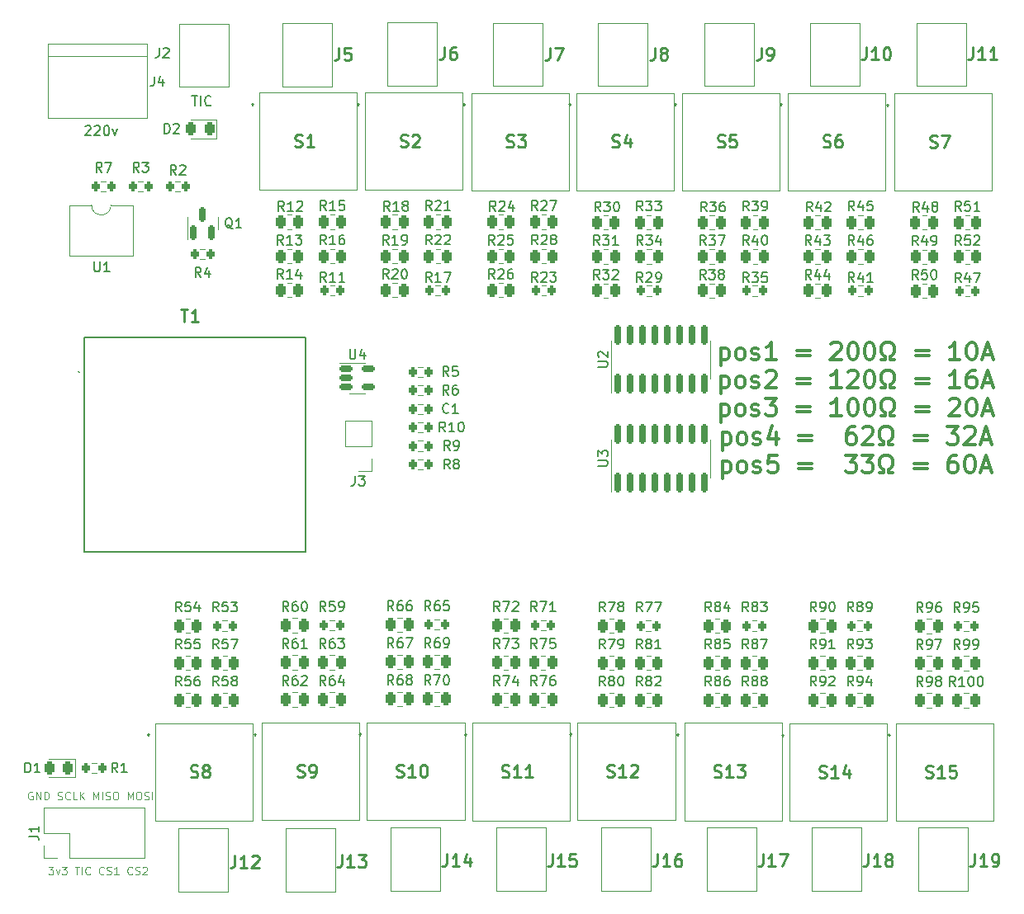
<source format=gbr>
%TF.GenerationSoftware,KiCad,Pcbnew,(6.0.0-0)*%
%TF.CreationDate,2023-01-03T08:47:46+01:00*%
%TF.ProjectId,epanel-energy-monitor,6570616e-656c-42d6-956e-657267792d6d,rev?*%
%TF.SameCoordinates,Original*%
%TF.FileFunction,Legend,Top*%
%TF.FilePolarity,Positive*%
%FSLAX46Y46*%
G04 Gerber Fmt 4.6, Leading zero omitted, Abs format (unit mm)*
G04 Created by KiCad (PCBNEW (6.0.0-0)) date 2023-01-03 08:47:46*
%MOMM*%
%LPD*%
G01*
G04 APERTURE LIST*
G04 Aperture macros list*
%AMRoundRect*
0 Rectangle with rounded corners*
0 $1 Rounding radius*
0 $2 $3 $4 $5 $6 $7 $8 $9 X,Y pos of 4 corners*
0 Add a 4 corners polygon primitive as box body*
4,1,4,$2,$3,$4,$5,$6,$7,$8,$9,$2,$3,0*
0 Add four circle primitives for the rounded corners*
1,1,$1+$1,$2,$3*
1,1,$1+$1,$4,$5*
1,1,$1+$1,$6,$7*
1,1,$1+$1,$8,$9*
0 Add four rect primitives between the rounded corners*
20,1,$1+$1,$2,$3,$4,$5,0*
20,1,$1+$1,$4,$5,$6,$7,0*
20,1,$1+$1,$6,$7,$8,$9,0*
20,1,$1+$1,$8,$9,$2,$3,0*%
G04 Aperture macros list end*
%ADD10C,0.150000*%
%ADD11C,0.120000*%
%ADD12C,0.300000*%
%ADD13C,0.254000*%
%ADD14C,0.140000*%
%ADD15C,0.100000*%
%ADD16C,0.200000*%
%ADD17C,1.217000*%
%ADD18RoundRect,0.250000X0.262500X0.450000X-0.262500X0.450000X-0.262500X-0.450000X0.262500X-0.450000X0*%
%ADD19C,1.300000*%
%ADD20C,1.950000*%
%ADD21RoundRect,0.250000X-0.262500X-0.450000X0.262500X-0.450000X0.262500X0.450000X-0.262500X0.450000X0*%
%ADD22RoundRect,0.200000X0.200000X0.275000X-0.200000X0.275000X-0.200000X-0.275000X0.200000X-0.275000X0*%
%ADD23RoundRect,0.200000X-0.200000X-0.275000X0.200000X-0.275000X0.200000X0.275000X-0.200000X0.275000X0*%
%ADD24RoundRect,0.243750X0.243750X0.456250X-0.243750X0.456250X-0.243750X-0.456250X0.243750X-0.456250X0*%
%ADD25RoundRect,0.150000X0.150000X-0.825000X0.150000X0.825000X-0.150000X0.825000X-0.150000X-0.825000X0*%
%ADD26R,2.000000X1.780000*%
%ADD27RoundRect,0.150000X0.150000X-0.587500X0.150000X0.587500X-0.150000X0.587500X-0.150000X-0.587500X0*%
%ADD28R,1.700000X1.700000*%
%ADD29O,1.700000X1.700000*%
%ADD30R,3.000000X3.000000*%
%ADD31C,3.000000*%
%ADD32RoundRect,0.150000X-0.512500X-0.150000X0.512500X-0.150000X0.512500X0.150000X-0.512500X0.150000X0*%
%ADD33R,1.500000X1.500000*%
%ADD34C,1.500000*%
G04 APERTURE END LIST*
D10*
X107981952Y-42778419D02*
X108029571Y-42730800D01*
X108124809Y-42683180D01*
X108362904Y-42683180D01*
X108458142Y-42730800D01*
X108505761Y-42778419D01*
X108553380Y-42873657D01*
X108553380Y-42968895D01*
X108505761Y-43111752D01*
X107934333Y-43683180D01*
X108553380Y-43683180D01*
X108934333Y-42778419D02*
X108981952Y-42730800D01*
X109077190Y-42683180D01*
X109315285Y-42683180D01*
X109410523Y-42730800D01*
X109458142Y-42778419D01*
X109505761Y-42873657D01*
X109505761Y-42968895D01*
X109458142Y-43111752D01*
X108886714Y-43683180D01*
X109505761Y-43683180D01*
X110124809Y-42683180D02*
X110220047Y-42683180D01*
X110315285Y-42730800D01*
X110362904Y-42778419D01*
X110410523Y-42873657D01*
X110458142Y-43064133D01*
X110458142Y-43302228D01*
X110410523Y-43492704D01*
X110362904Y-43587942D01*
X110315285Y-43635561D01*
X110220047Y-43683180D01*
X110124809Y-43683180D01*
X110029571Y-43635561D01*
X109981952Y-43587942D01*
X109934333Y-43492704D01*
X109886714Y-43302228D01*
X109886714Y-43064133D01*
X109934333Y-42873657D01*
X109981952Y-42778419D01*
X110029571Y-42730800D01*
X110124809Y-42683180D01*
X110791476Y-43016514D02*
X111029571Y-43683180D01*
X111267666Y-43016514D01*
D11*
X102584990Y-111106000D02*
X102508800Y-111067904D01*
X102394514Y-111067904D01*
X102280228Y-111106000D01*
X102204038Y-111182190D01*
X102165942Y-111258380D01*
X102127847Y-111410761D01*
X102127847Y-111525047D01*
X102165942Y-111677428D01*
X102204038Y-111753619D01*
X102280228Y-111829809D01*
X102394514Y-111867904D01*
X102470704Y-111867904D01*
X102584990Y-111829809D01*
X102623085Y-111791714D01*
X102623085Y-111525047D01*
X102470704Y-111525047D01*
X102965942Y-111867904D02*
X102965942Y-111067904D01*
X103423085Y-111867904D01*
X103423085Y-111067904D01*
X103804038Y-111867904D02*
X103804038Y-111067904D01*
X103994514Y-111067904D01*
X104108800Y-111106000D01*
X104184990Y-111182190D01*
X104223085Y-111258380D01*
X104261180Y-111410761D01*
X104261180Y-111525047D01*
X104223085Y-111677428D01*
X104184990Y-111753619D01*
X104108800Y-111829809D01*
X103994514Y-111867904D01*
X103804038Y-111867904D01*
X105175466Y-111829809D02*
X105289752Y-111867904D01*
X105480228Y-111867904D01*
X105556419Y-111829809D01*
X105594514Y-111791714D01*
X105632609Y-111715523D01*
X105632609Y-111639333D01*
X105594514Y-111563142D01*
X105556419Y-111525047D01*
X105480228Y-111486952D01*
X105327847Y-111448857D01*
X105251657Y-111410761D01*
X105213561Y-111372666D01*
X105175466Y-111296476D01*
X105175466Y-111220285D01*
X105213561Y-111144095D01*
X105251657Y-111106000D01*
X105327847Y-111067904D01*
X105518323Y-111067904D01*
X105632609Y-111106000D01*
X106432609Y-111791714D02*
X106394514Y-111829809D01*
X106280228Y-111867904D01*
X106204038Y-111867904D01*
X106089752Y-111829809D01*
X106013561Y-111753619D01*
X105975466Y-111677428D01*
X105937371Y-111525047D01*
X105937371Y-111410761D01*
X105975466Y-111258380D01*
X106013561Y-111182190D01*
X106089752Y-111106000D01*
X106204038Y-111067904D01*
X106280228Y-111067904D01*
X106394514Y-111106000D01*
X106432609Y-111144095D01*
X107156419Y-111867904D02*
X106775466Y-111867904D01*
X106775466Y-111067904D01*
X107423085Y-111867904D02*
X107423085Y-111067904D01*
X107880228Y-111867904D02*
X107537371Y-111410761D01*
X107880228Y-111067904D02*
X107423085Y-111525047D01*
X108832609Y-111867904D02*
X108832609Y-111067904D01*
X109099276Y-111639333D01*
X109365942Y-111067904D01*
X109365942Y-111867904D01*
X109746895Y-111867904D02*
X109746895Y-111067904D01*
X110089752Y-111829809D02*
X110204038Y-111867904D01*
X110394514Y-111867904D01*
X110470704Y-111829809D01*
X110508800Y-111791714D01*
X110546895Y-111715523D01*
X110546895Y-111639333D01*
X110508800Y-111563142D01*
X110470704Y-111525047D01*
X110394514Y-111486952D01*
X110242133Y-111448857D01*
X110165942Y-111410761D01*
X110127847Y-111372666D01*
X110089752Y-111296476D01*
X110089752Y-111220285D01*
X110127847Y-111144095D01*
X110165942Y-111106000D01*
X110242133Y-111067904D01*
X110432609Y-111067904D01*
X110546895Y-111106000D01*
X111042133Y-111067904D02*
X111194514Y-111067904D01*
X111270704Y-111106000D01*
X111346895Y-111182190D01*
X111384990Y-111334571D01*
X111384990Y-111601238D01*
X111346895Y-111753619D01*
X111270704Y-111829809D01*
X111194514Y-111867904D01*
X111042133Y-111867904D01*
X110965942Y-111829809D01*
X110889752Y-111753619D01*
X110851657Y-111601238D01*
X110851657Y-111334571D01*
X110889752Y-111182190D01*
X110965942Y-111106000D01*
X111042133Y-111067904D01*
X112337371Y-111867904D02*
X112337371Y-111067904D01*
X112604038Y-111639333D01*
X112870704Y-111067904D01*
X112870704Y-111867904D01*
X113404038Y-111067904D02*
X113556419Y-111067904D01*
X113632609Y-111106000D01*
X113708800Y-111182190D01*
X113746895Y-111334571D01*
X113746895Y-111601238D01*
X113708800Y-111753619D01*
X113632609Y-111829809D01*
X113556419Y-111867904D01*
X113404038Y-111867904D01*
X113327847Y-111829809D01*
X113251657Y-111753619D01*
X113213561Y-111601238D01*
X113213561Y-111334571D01*
X113251657Y-111182190D01*
X113327847Y-111106000D01*
X113404038Y-111067904D01*
X114051657Y-111829809D02*
X114165942Y-111867904D01*
X114356419Y-111867904D01*
X114432609Y-111829809D01*
X114470704Y-111791714D01*
X114508800Y-111715523D01*
X114508800Y-111639333D01*
X114470704Y-111563142D01*
X114432609Y-111525047D01*
X114356419Y-111486952D01*
X114204038Y-111448857D01*
X114127847Y-111410761D01*
X114089752Y-111372666D01*
X114051657Y-111296476D01*
X114051657Y-111220285D01*
X114089752Y-111144095D01*
X114127847Y-111106000D01*
X114204038Y-111067904D01*
X114394514Y-111067904D01*
X114508800Y-111106000D01*
X114851657Y-111867904D02*
X114851657Y-111067904D01*
X104210485Y-118738704D02*
X104705723Y-118738704D01*
X104439057Y-119043466D01*
X104553342Y-119043466D01*
X104629533Y-119081561D01*
X104667628Y-119119657D01*
X104705723Y-119195847D01*
X104705723Y-119386323D01*
X104667628Y-119462514D01*
X104629533Y-119500609D01*
X104553342Y-119538704D01*
X104324771Y-119538704D01*
X104248580Y-119500609D01*
X104210485Y-119462514D01*
X104972390Y-119005371D02*
X105162866Y-119538704D01*
X105353342Y-119005371D01*
X105581914Y-118738704D02*
X106077152Y-118738704D01*
X105810485Y-119043466D01*
X105924771Y-119043466D01*
X106000961Y-119081561D01*
X106039057Y-119119657D01*
X106077152Y-119195847D01*
X106077152Y-119386323D01*
X106039057Y-119462514D01*
X106000961Y-119500609D01*
X105924771Y-119538704D01*
X105696200Y-119538704D01*
X105620009Y-119500609D01*
X105581914Y-119462514D01*
X106915247Y-118738704D02*
X107372390Y-118738704D01*
X107143819Y-119538704D02*
X107143819Y-118738704D01*
X107639057Y-119538704D02*
X107639057Y-118738704D01*
X108477152Y-119462514D02*
X108439057Y-119500609D01*
X108324771Y-119538704D01*
X108248580Y-119538704D01*
X108134295Y-119500609D01*
X108058104Y-119424419D01*
X108020009Y-119348228D01*
X107981914Y-119195847D01*
X107981914Y-119081561D01*
X108020009Y-118929180D01*
X108058104Y-118852990D01*
X108134295Y-118776800D01*
X108248580Y-118738704D01*
X108324771Y-118738704D01*
X108439057Y-118776800D01*
X108477152Y-118814895D01*
X109886676Y-119462514D02*
X109848580Y-119500609D01*
X109734295Y-119538704D01*
X109658104Y-119538704D01*
X109543819Y-119500609D01*
X109467628Y-119424419D01*
X109429533Y-119348228D01*
X109391438Y-119195847D01*
X109391438Y-119081561D01*
X109429533Y-118929180D01*
X109467628Y-118852990D01*
X109543819Y-118776800D01*
X109658104Y-118738704D01*
X109734295Y-118738704D01*
X109848580Y-118776800D01*
X109886676Y-118814895D01*
X110191438Y-119500609D02*
X110305723Y-119538704D01*
X110496200Y-119538704D01*
X110572390Y-119500609D01*
X110610485Y-119462514D01*
X110648580Y-119386323D01*
X110648580Y-119310133D01*
X110610485Y-119233942D01*
X110572390Y-119195847D01*
X110496200Y-119157752D01*
X110343819Y-119119657D01*
X110267628Y-119081561D01*
X110229533Y-119043466D01*
X110191438Y-118967276D01*
X110191438Y-118891085D01*
X110229533Y-118814895D01*
X110267628Y-118776800D01*
X110343819Y-118738704D01*
X110534295Y-118738704D01*
X110648580Y-118776800D01*
X111410485Y-119538704D02*
X110953342Y-119538704D01*
X111181914Y-119538704D02*
X111181914Y-118738704D01*
X111105723Y-118852990D01*
X111029533Y-118929180D01*
X110953342Y-118967276D01*
X112820009Y-119462514D02*
X112781914Y-119500609D01*
X112667628Y-119538704D01*
X112591438Y-119538704D01*
X112477152Y-119500609D01*
X112400961Y-119424419D01*
X112362866Y-119348228D01*
X112324771Y-119195847D01*
X112324771Y-119081561D01*
X112362866Y-118929180D01*
X112400961Y-118852990D01*
X112477152Y-118776800D01*
X112591438Y-118738704D01*
X112667628Y-118738704D01*
X112781914Y-118776800D01*
X112820009Y-118814895D01*
X113124771Y-119500609D02*
X113239057Y-119538704D01*
X113429533Y-119538704D01*
X113505723Y-119500609D01*
X113543819Y-119462514D01*
X113581914Y-119386323D01*
X113581914Y-119310133D01*
X113543819Y-119233942D01*
X113505723Y-119195847D01*
X113429533Y-119157752D01*
X113277152Y-119119657D01*
X113200961Y-119081561D01*
X113162866Y-119043466D01*
X113124771Y-118967276D01*
X113124771Y-118891085D01*
X113162866Y-118814895D01*
X113200961Y-118776800D01*
X113277152Y-118738704D01*
X113467628Y-118738704D01*
X113581914Y-118776800D01*
X113886676Y-118814895D02*
X113924771Y-118776800D01*
X114000961Y-118738704D01*
X114191438Y-118738704D01*
X114267628Y-118776800D01*
X114305723Y-118814895D01*
X114343819Y-118891085D01*
X114343819Y-118967276D01*
X114305723Y-119081561D01*
X113848580Y-119538704D01*
X114343819Y-119538704D01*
D12*
X173151942Y-65497085D02*
X173151942Y-67297085D01*
X173151942Y-65582800D02*
X173323371Y-65497085D01*
X173666228Y-65497085D01*
X173837657Y-65582800D01*
X173923371Y-65668514D01*
X174009085Y-65839942D01*
X174009085Y-66354228D01*
X173923371Y-66525657D01*
X173837657Y-66611371D01*
X173666228Y-66697085D01*
X173323371Y-66697085D01*
X173151942Y-66611371D01*
X175037657Y-66697085D02*
X174866228Y-66611371D01*
X174780514Y-66525657D01*
X174694800Y-66354228D01*
X174694800Y-65839942D01*
X174780514Y-65668514D01*
X174866228Y-65582800D01*
X175037657Y-65497085D01*
X175294800Y-65497085D01*
X175466228Y-65582800D01*
X175551942Y-65668514D01*
X175637657Y-65839942D01*
X175637657Y-66354228D01*
X175551942Y-66525657D01*
X175466228Y-66611371D01*
X175294800Y-66697085D01*
X175037657Y-66697085D01*
X176323371Y-66611371D02*
X176494800Y-66697085D01*
X176837657Y-66697085D01*
X177009085Y-66611371D01*
X177094800Y-66439942D01*
X177094800Y-66354228D01*
X177009085Y-66182800D01*
X176837657Y-66097085D01*
X176580514Y-66097085D01*
X176409085Y-66011371D01*
X176323371Y-65839942D01*
X176323371Y-65754228D01*
X176409085Y-65582800D01*
X176580514Y-65497085D01*
X176837657Y-65497085D01*
X177009085Y-65582800D01*
X178809085Y-66697085D02*
X177780514Y-66697085D01*
X178294800Y-66697085D02*
X178294800Y-64897085D01*
X178123371Y-65154228D01*
X177951942Y-65325657D01*
X177780514Y-65411371D01*
X180951942Y-65754228D02*
X182323371Y-65754228D01*
X182323371Y-66268514D02*
X180951942Y-66268514D01*
X184466228Y-65068514D02*
X184551942Y-64982800D01*
X184723371Y-64897085D01*
X185151942Y-64897085D01*
X185323371Y-64982800D01*
X185409085Y-65068514D01*
X185494800Y-65239942D01*
X185494800Y-65411371D01*
X185409085Y-65668514D01*
X184380514Y-66697085D01*
X185494800Y-66697085D01*
X186609085Y-64897085D02*
X186780514Y-64897085D01*
X186951942Y-64982800D01*
X187037657Y-65068514D01*
X187123371Y-65239942D01*
X187209085Y-65582800D01*
X187209085Y-66011371D01*
X187123371Y-66354228D01*
X187037657Y-66525657D01*
X186951942Y-66611371D01*
X186780514Y-66697085D01*
X186609085Y-66697085D01*
X186437657Y-66611371D01*
X186351942Y-66525657D01*
X186266228Y-66354228D01*
X186180514Y-66011371D01*
X186180514Y-65582800D01*
X186266228Y-65239942D01*
X186351942Y-65068514D01*
X186437657Y-64982800D01*
X186609085Y-64897085D01*
X188323371Y-64897085D02*
X188494800Y-64897085D01*
X188666228Y-64982800D01*
X188751942Y-65068514D01*
X188837657Y-65239942D01*
X188923371Y-65582800D01*
X188923371Y-66011371D01*
X188837657Y-66354228D01*
X188751942Y-66525657D01*
X188666228Y-66611371D01*
X188494800Y-66697085D01*
X188323371Y-66697085D01*
X188151942Y-66611371D01*
X188066228Y-66525657D01*
X187980514Y-66354228D01*
X187894800Y-66011371D01*
X187894800Y-65582800D01*
X187980514Y-65239942D01*
X188066228Y-65068514D01*
X188151942Y-64982800D01*
X188323371Y-64897085D01*
X189609085Y-66697085D02*
X190037657Y-66697085D01*
X190037657Y-66354228D01*
X189866228Y-66268514D01*
X189694800Y-66097085D01*
X189609085Y-65839942D01*
X189609085Y-65411371D01*
X189694800Y-65154228D01*
X189866228Y-64982800D01*
X190123371Y-64897085D01*
X190466228Y-64897085D01*
X190723371Y-64982800D01*
X190894800Y-65154228D01*
X190980514Y-65411371D01*
X190980514Y-65839942D01*
X190894800Y-66097085D01*
X190723371Y-66268514D01*
X190551942Y-66354228D01*
X190551942Y-66697085D01*
X190980514Y-66697085D01*
X193123371Y-65754228D02*
X194494800Y-65754228D01*
X194494800Y-66268514D02*
X193123371Y-66268514D01*
X197666228Y-66697085D02*
X196637657Y-66697085D01*
X197151942Y-66697085D02*
X197151942Y-64897085D01*
X196980514Y-65154228D01*
X196809085Y-65325657D01*
X196637657Y-65411371D01*
X198780514Y-64897085D02*
X198951942Y-64897085D01*
X199123371Y-64982800D01*
X199209085Y-65068514D01*
X199294800Y-65239942D01*
X199380514Y-65582800D01*
X199380514Y-66011371D01*
X199294800Y-66354228D01*
X199209085Y-66525657D01*
X199123371Y-66611371D01*
X198951942Y-66697085D01*
X198780514Y-66697085D01*
X198609085Y-66611371D01*
X198523371Y-66525657D01*
X198437657Y-66354228D01*
X198351942Y-66011371D01*
X198351942Y-65582800D01*
X198437657Y-65239942D01*
X198523371Y-65068514D01*
X198609085Y-64982800D01*
X198780514Y-64897085D01*
X200066228Y-66182800D02*
X200923371Y-66182800D01*
X199894800Y-66697085D02*
X200494800Y-64897085D01*
X201094800Y-66697085D01*
X173151942Y-68395085D02*
X173151942Y-70195085D01*
X173151942Y-68480800D02*
X173323371Y-68395085D01*
X173666228Y-68395085D01*
X173837657Y-68480800D01*
X173923371Y-68566514D01*
X174009085Y-68737942D01*
X174009085Y-69252228D01*
X173923371Y-69423657D01*
X173837657Y-69509371D01*
X173666228Y-69595085D01*
X173323371Y-69595085D01*
X173151942Y-69509371D01*
X175037657Y-69595085D02*
X174866228Y-69509371D01*
X174780514Y-69423657D01*
X174694800Y-69252228D01*
X174694800Y-68737942D01*
X174780514Y-68566514D01*
X174866228Y-68480800D01*
X175037657Y-68395085D01*
X175294800Y-68395085D01*
X175466228Y-68480800D01*
X175551942Y-68566514D01*
X175637657Y-68737942D01*
X175637657Y-69252228D01*
X175551942Y-69423657D01*
X175466228Y-69509371D01*
X175294800Y-69595085D01*
X175037657Y-69595085D01*
X176323371Y-69509371D02*
X176494800Y-69595085D01*
X176837657Y-69595085D01*
X177009085Y-69509371D01*
X177094800Y-69337942D01*
X177094800Y-69252228D01*
X177009085Y-69080800D01*
X176837657Y-68995085D01*
X176580514Y-68995085D01*
X176409085Y-68909371D01*
X176323371Y-68737942D01*
X176323371Y-68652228D01*
X176409085Y-68480800D01*
X176580514Y-68395085D01*
X176837657Y-68395085D01*
X177009085Y-68480800D01*
X177780514Y-67966514D02*
X177866228Y-67880800D01*
X178037657Y-67795085D01*
X178466228Y-67795085D01*
X178637657Y-67880800D01*
X178723371Y-67966514D01*
X178809085Y-68137942D01*
X178809085Y-68309371D01*
X178723371Y-68566514D01*
X177694800Y-69595085D01*
X178809085Y-69595085D01*
X180951942Y-68652228D02*
X182323371Y-68652228D01*
X182323371Y-69166514D02*
X180951942Y-69166514D01*
X185494800Y-69595085D02*
X184466228Y-69595085D01*
X184980514Y-69595085D02*
X184980514Y-67795085D01*
X184809085Y-68052228D01*
X184637657Y-68223657D01*
X184466228Y-68309371D01*
X186180514Y-67966514D02*
X186266228Y-67880800D01*
X186437657Y-67795085D01*
X186866228Y-67795085D01*
X187037657Y-67880800D01*
X187123371Y-67966514D01*
X187209085Y-68137942D01*
X187209085Y-68309371D01*
X187123371Y-68566514D01*
X186094800Y-69595085D01*
X187209085Y-69595085D01*
X188323371Y-67795085D02*
X188494800Y-67795085D01*
X188666228Y-67880800D01*
X188751942Y-67966514D01*
X188837657Y-68137942D01*
X188923371Y-68480800D01*
X188923371Y-68909371D01*
X188837657Y-69252228D01*
X188751942Y-69423657D01*
X188666228Y-69509371D01*
X188494800Y-69595085D01*
X188323371Y-69595085D01*
X188151942Y-69509371D01*
X188066228Y-69423657D01*
X187980514Y-69252228D01*
X187894800Y-68909371D01*
X187894800Y-68480800D01*
X187980514Y-68137942D01*
X188066228Y-67966514D01*
X188151942Y-67880800D01*
X188323371Y-67795085D01*
X189609085Y-69595085D02*
X190037657Y-69595085D01*
X190037657Y-69252228D01*
X189866228Y-69166514D01*
X189694800Y-68995085D01*
X189609085Y-68737942D01*
X189609085Y-68309371D01*
X189694800Y-68052228D01*
X189866228Y-67880800D01*
X190123371Y-67795085D01*
X190466228Y-67795085D01*
X190723371Y-67880800D01*
X190894800Y-68052228D01*
X190980514Y-68309371D01*
X190980514Y-68737942D01*
X190894800Y-68995085D01*
X190723371Y-69166514D01*
X190551942Y-69252228D01*
X190551942Y-69595085D01*
X190980514Y-69595085D01*
X193123371Y-68652228D02*
X194494800Y-68652228D01*
X194494800Y-69166514D02*
X193123371Y-69166514D01*
X197666228Y-69595085D02*
X196637657Y-69595085D01*
X197151942Y-69595085D02*
X197151942Y-67795085D01*
X196980514Y-68052228D01*
X196809085Y-68223657D01*
X196637657Y-68309371D01*
X199209085Y-67795085D02*
X198866228Y-67795085D01*
X198694800Y-67880800D01*
X198609085Y-67966514D01*
X198437657Y-68223657D01*
X198351942Y-68566514D01*
X198351942Y-69252228D01*
X198437657Y-69423657D01*
X198523371Y-69509371D01*
X198694800Y-69595085D01*
X199037657Y-69595085D01*
X199209085Y-69509371D01*
X199294800Y-69423657D01*
X199380514Y-69252228D01*
X199380514Y-68823657D01*
X199294800Y-68652228D01*
X199209085Y-68566514D01*
X199037657Y-68480800D01*
X198694800Y-68480800D01*
X198523371Y-68566514D01*
X198437657Y-68652228D01*
X198351942Y-68823657D01*
X200066228Y-69080800D02*
X200923371Y-69080800D01*
X199894800Y-69595085D02*
X200494800Y-67795085D01*
X201094800Y-69595085D01*
X173151942Y-71293085D02*
X173151942Y-73093085D01*
X173151942Y-71378800D02*
X173323371Y-71293085D01*
X173666228Y-71293085D01*
X173837657Y-71378800D01*
X173923371Y-71464514D01*
X174009085Y-71635942D01*
X174009085Y-72150228D01*
X173923371Y-72321657D01*
X173837657Y-72407371D01*
X173666228Y-72493085D01*
X173323371Y-72493085D01*
X173151942Y-72407371D01*
X175037657Y-72493085D02*
X174866228Y-72407371D01*
X174780514Y-72321657D01*
X174694800Y-72150228D01*
X174694800Y-71635942D01*
X174780514Y-71464514D01*
X174866228Y-71378800D01*
X175037657Y-71293085D01*
X175294800Y-71293085D01*
X175466228Y-71378800D01*
X175551942Y-71464514D01*
X175637657Y-71635942D01*
X175637657Y-72150228D01*
X175551942Y-72321657D01*
X175466228Y-72407371D01*
X175294800Y-72493085D01*
X175037657Y-72493085D01*
X176323371Y-72407371D02*
X176494800Y-72493085D01*
X176837657Y-72493085D01*
X177009085Y-72407371D01*
X177094800Y-72235942D01*
X177094800Y-72150228D01*
X177009085Y-71978800D01*
X176837657Y-71893085D01*
X176580514Y-71893085D01*
X176409085Y-71807371D01*
X176323371Y-71635942D01*
X176323371Y-71550228D01*
X176409085Y-71378800D01*
X176580514Y-71293085D01*
X176837657Y-71293085D01*
X177009085Y-71378800D01*
X177694800Y-70693085D02*
X178809085Y-70693085D01*
X178209085Y-71378800D01*
X178466228Y-71378800D01*
X178637657Y-71464514D01*
X178723371Y-71550228D01*
X178809085Y-71721657D01*
X178809085Y-72150228D01*
X178723371Y-72321657D01*
X178637657Y-72407371D01*
X178466228Y-72493085D01*
X177951942Y-72493085D01*
X177780514Y-72407371D01*
X177694800Y-72321657D01*
X180951942Y-71550228D02*
X182323371Y-71550228D01*
X182323371Y-72064514D02*
X180951942Y-72064514D01*
X185494800Y-72493085D02*
X184466228Y-72493085D01*
X184980514Y-72493085D02*
X184980514Y-70693085D01*
X184809085Y-70950228D01*
X184637657Y-71121657D01*
X184466228Y-71207371D01*
X186609085Y-70693085D02*
X186780514Y-70693085D01*
X186951942Y-70778800D01*
X187037657Y-70864514D01*
X187123371Y-71035942D01*
X187209085Y-71378800D01*
X187209085Y-71807371D01*
X187123371Y-72150228D01*
X187037657Y-72321657D01*
X186951942Y-72407371D01*
X186780514Y-72493085D01*
X186609085Y-72493085D01*
X186437657Y-72407371D01*
X186351942Y-72321657D01*
X186266228Y-72150228D01*
X186180514Y-71807371D01*
X186180514Y-71378800D01*
X186266228Y-71035942D01*
X186351942Y-70864514D01*
X186437657Y-70778800D01*
X186609085Y-70693085D01*
X188323371Y-70693085D02*
X188494800Y-70693085D01*
X188666228Y-70778800D01*
X188751942Y-70864514D01*
X188837657Y-71035942D01*
X188923371Y-71378800D01*
X188923371Y-71807371D01*
X188837657Y-72150228D01*
X188751942Y-72321657D01*
X188666228Y-72407371D01*
X188494800Y-72493085D01*
X188323371Y-72493085D01*
X188151942Y-72407371D01*
X188066228Y-72321657D01*
X187980514Y-72150228D01*
X187894800Y-71807371D01*
X187894800Y-71378800D01*
X187980514Y-71035942D01*
X188066228Y-70864514D01*
X188151942Y-70778800D01*
X188323371Y-70693085D01*
X189609085Y-72493085D02*
X190037657Y-72493085D01*
X190037657Y-72150228D01*
X189866228Y-72064514D01*
X189694800Y-71893085D01*
X189609085Y-71635942D01*
X189609085Y-71207371D01*
X189694800Y-70950228D01*
X189866228Y-70778800D01*
X190123371Y-70693085D01*
X190466228Y-70693085D01*
X190723371Y-70778800D01*
X190894800Y-70950228D01*
X190980514Y-71207371D01*
X190980514Y-71635942D01*
X190894800Y-71893085D01*
X190723371Y-72064514D01*
X190551942Y-72150228D01*
X190551942Y-72493085D01*
X190980514Y-72493085D01*
X193123371Y-71550228D02*
X194494800Y-71550228D01*
X194494800Y-72064514D02*
X193123371Y-72064514D01*
X196637657Y-70864514D02*
X196723371Y-70778800D01*
X196894800Y-70693085D01*
X197323371Y-70693085D01*
X197494800Y-70778800D01*
X197580514Y-70864514D01*
X197666228Y-71035942D01*
X197666228Y-71207371D01*
X197580514Y-71464514D01*
X196551942Y-72493085D01*
X197666228Y-72493085D01*
X198780514Y-70693085D02*
X198951942Y-70693085D01*
X199123371Y-70778800D01*
X199209085Y-70864514D01*
X199294800Y-71035942D01*
X199380514Y-71378800D01*
X199380514Y-71807371D01*
X199294800Y-72150228D01*
X199209085Y-72321657D01*
X199123371Y-72407371D01*
X198951942Y-72493085D01*
X198780514Y-72493085D01*
X198609085Y-72407371D01*
X198523371Y-72321657D01*
X198437657Y-72150228D01*
X198351942Y-71807371D01*
X198351942Y-71378800D01*
X198437657Y-71035942D01*
X198523371Y-70864514D01*
X198609085Y-70778800D01*
X198780514Y-70693085D01*
X200066228Y-71978800D02*
X200923371Y-71978800D01*
X199894800Y-72493085D02*
X200494800Y-70693085D01*
X201094800Y-72493085D01*
X173323371Y-74191085D02*
X173323371Y-75991085D01*
X173323371Y-74276800D02*
X173494800Y-74191085D01*
X173837657Y-74191085D01*
X174009085Y-74276800D01*
X174094800Y-74362514D01*
X174180514Y-74533942D01*
X174180514Y-75048228D01*
X174094800Y-75219657D01*
X174009085Y-75305371D01*
X173837657Y-75391085D01*
X173494800Y-75391085D01*
X173323371Y-75305371D01*
X175209085Y-75391085D02*
X175037657Y-75305371D01*
X174951942Y-75219657D01*
X174866228Y-75048228D01*
X174866228Y-74533942D01*
X174951942Y-74362514D01*
X175037657Y-74276800D01*
X175209085Y-74191085D01*
X175466228Y-74191085D01*
X175637657Y-74276800D01*
X175723371Y-74362514D01*
X175809085Y-74533942D01*
X175809085Y-75048228D01*
X175723371Y-75219657D01*
X175637657Y-75305371D01*
X175466228Y-75391085D01*
X175209085Y-75391085D01*
X176494800Y-75305371D02*
X176666228Y-75391085D01*
X177009085Y-75391085D01*
X177180514Y-75305371D01*
X177266228Y-75133942D01*
X177266228Y-75048228D01*
X177180514Y-74876800D01*
X177009085Y-74791085D01*
X176751942Y-74791085D01*
X176580514Y-74705371D01*
X176494800Y-74533942D01*
X176494800Y-74448228D01*
X176580514Y-74276800D01*
X176751942Y-74191085D01*
X177009085Y-74191085D01*
X177180514Y-74276800D01*
X178809085Y-74191085D02*
X178809085Y-75391085D01*
X178380514Y-73505371D02*
X177951942Y-74791085D01*
X179066228Y-74791085D01*
X181123371Y-74448228D02*
X182494800Y-74448228D01*
X182494800Y-74962514D02*
X181123371Y-74962514D01*
X186866228Y-73591085D02*
X186523371Y-73591085D01*
X186351942Y-73676800D01*
X186266228Y-73762514D01*
X186094800Y-74019657D01*
X186009085Y-74362514D01*
X186009085Y-75048228D01*
X186094800Y-75219657D01*
X186180514Y-75305371D01*
X186351942Y-75391085D01*
X186694800Y-75391085D01*
X186866228Y-75305371D01*
X186951942Y-75219657D01*
X187037657Y-75048228D01*
X187037657Y-74619657D01*
X186951942Y-74448228D01*
X186866228Y-74362514D01*
X186694800Y-74276800D01*
X186351942Y-74276800D01*
X186180514Y-74362514D01*
X186094800Y-74448228D01*
X186009085Y-74619657D01*
X187723371Y-73762514D02*
X187809085Y-73676800D01*
X187980514Y-73591085D01*
X188409085Y-73591085D01*
X188580514Y-73676800D01*
X188666228Y-73762514D01*
X188751942Y-73933942D01*
X188751942Y-74105371D01*
X188666228Y-74362514D01*
X187637657Y-75391085D01*
X188751942Y-75391085D01*
X189437657Y-75391085D02*
X189866228Y-75391085D01*
X189866228Y-75048228D01*
X189694800Y-74962514D01*
X189523371Y-74791085D01*
X189437657Y-74533942D01*
X189437657Y-74105371D01*
X189523371Y-73848228D01*
X189694800Y-73676800D01*
X189951942Y-73591085D01*
X190294800Y-73591085D01*
X190551942Y-73676800D01*
X190723371Y-73848228D01*
X190809085Y-74105371D01*
X190809085Y-74533942D01*
X190723371Y-74791085D01*
X190551942Y-74962514D01*
X190380514Y-75048228D01*
X190380514Y-75391085D01*
X190809085Y-75391085D01*
X192951942Y-74448228D02*
X194323371Y-74448228D01*
X194323371Y-74962514D02*
X192951942Y-74962514D01*
X196380514Y-73591085D02*
X197494800Y-73591085D01*
X196894800Y-74276800D01*
X197151942Y-74276800D01*
X197323371Y-74362514D01*
X197409085Y-74448228D01*
X197494800Y-74619657D01*
X197494800Y-75048228D01*
X197409085Y-75219657D01*
X197323371Y-75305371D01*
X197151942Y-75391085D01*
X196637657Y-75391085D01*
X196466228Y-75305371D01*
X196380514Y-75219657D01*
X198180514Y-73762514D02*
X198266228Y-73676800D01*
X198437657Y-73591085D01*
X198866228Y-73591085D01*
X199037657Y-73676800D01*
X199123371Y-73762514D01*
X199209085Y-73933942D01*
X199209085Y-74105371D01*
X199123371Y-74362514D01*
X198094800Y-75391085D01*
X199209085Y-75391085D01*
X199894800Y-74876800D02*
X200751942Y-74876800D01*
X199723371Y-75391085D02*
X200323371Y-73591085D01*
X200923371Y-75391085D01*
X173323371Y-77089085D02*
X173323371Y-78889085D01*
X173323371Y-77174800D02*
X173494800Y-77089085D01*
X173837657Y-77089085D01*
X174009085Y-77174800D01*
X174094800Y-77260514D01*
X174180514Y-77431942D01*
X174180514Y-77946228D01*
X174094800Y-78117657D01*
X174009085Y-78203371D01*
X173837657Y-78289085D01*
X173494800Y-78289085D01*
X173323371Y-78203371D01*
X175209085Y-78289085D02*
X175037657Y-78203371D01*
X174951942Y-78117657D01*
X174866228Y-77946228D01*
X174866228Y-77431942D01*
X174951942Y-77260514D01*
X175037657Y-77174800D01*
X175209085Y-77089085D01*
X175466228Y-77089085D01*
X175637657Y-77174800D01*
X175723371Y-77260514D01*
X175809085Y-77431942D01*
X175809085Y-77946228D01*
X175723371Y-78117657D01*
X175637657Y-78203371D01*
X175466228Y-78289085D01*
X175209085Y-78289085D01*
X176494800Y-78203371D02*
X176666228Y-78289085D01*
X177009085Y-78289085D01*
X177180514Y-78203371D01*
X177266228Y-78031942D01*
X177266228Y-77946228D01*
X177180514Y-77774800D01*
X177009085Y-77689085D01*
X176751942Y-77689085D01*
X176580514Y-77603371D01*
X176494800Y-77431942D01*
X176494800Y-77346228D01*
X176580514Y-77174800D01*
X176751942Y-77089085D01*
X177009085Y-77089085D01*
X177180514Y-77174800D01*
X178894800Y-76489085D02*
X178037657Y-76489085D01*
X177951942Y-77346228D01*
X178037657Y-77260514D01*
X178209085Y-77174800D01*
X178637657Y-77174800D01*
X178809085Y-77260514D01*
X178894800Y-77346228D01*
X178980514Y-77517657D01*
X178980514Y-77946228D01*
X178894800Y-78117657D01*
X178809085Y-78203371D01*
X178637657Y-78289085D01*
X178209085Y-78289085D01*
X178037657Y-78203371D01*
X177951942Y-78117657D01*
X181123371Y-77346228D02*
X182494800Y-77346228D01*
X182494800Y-77860514D02*
X181123371Y-77860514D01*
X185923371Y-76489085D02*
X187037657Y-76489085D01*
X186437657Y-77174800D01*
X186694800Y-77174800D01*
X186866228Y-77260514D01*
X186951942Y-77346228D01*
X187037657Y-77517657D01*
X187037657Y-77946228D01*
X186951942Y-78117657D01*
X186866228Y-78203371D01*
X186694800Y-78289085D01*
X186180514Y-78289085D01*
X186009085Y-78203371D01*
X185923371Y-78117657D01*
X187637657Y-76489085D02*
X188751942Y-76489085D01*
X188151942Y-77174800D01*
X188409085Y-77174800D01*
X188580514Y-77260514D01*
X188666228Y-77346228D01*
X188751942Y-77517657D01*
X188751942Y-77946228D01*
X188666228Y-78117657D01*
X188580514Y-78203371D01*
X188409085Y-78289085D01*
X187894800Y-78289085D01*
X187723371Y-78203371D01*
X187637657Y-78117657D01*
X189437657Y-78289085D02*
X189866228Y-78289085D01*
X189866228Y-77946228D01*
X189694800Y-77860514D01*
X189523371Y-77689085D01*
X189437657Y-77431942D01*
X189437657Y-77003371D01*
X189523371Y-76746228D01*
X189694800Y-76574800D01*
X189951942Y-76489085D01*
X190294800Y-76489085D01*
X190551942Y-76574800D01*
X190723371Y-76746228D01*
X190809085Y-77003371D01*
X190809085Y-77431942D01*
X190723371Y-77689085D01*
X190551942Y-77860514D01*
X190380514Y-77946228D01*
X190380514Y-78289085D01*
X190809085Y-78289085D01*
X192951942Y-77346228D02*
X194323371Y-77346228D01*
X194323371Y-77860514D02*
X192951942Y-77860514D01*
X197323371Y-76489085D02*
X196980514Y-76489085D01*
X196809085Y-76574800D01*
X196723371Y-76660514D01*
X196551942Y-76917657D01*
X196466228Y-77260514D01*
X196466228Y-77946228D01*
X196551942Y-78117657D01*
X196637657Y-78203371D01*
X196809085Y-78289085D01*
X197151942Y-78289085D01*
X197323371Y-78203371D01*
X197409085Y-78117657D01*
X197494800Y-77946228D01*
X197494800Y-77517657D01*
X197409085Y-77346228D01*
X197323371Y-77260514D01*
X197151942Y-77174800D01*
X196809085Y-77174800D01*
X196637657Y-77260514D01*
X196551942Y-77346228D01*
X196466228Y-77517657D01*
X198609085Y-76489085D02*
X198780514Y-76489085D01*
X198951942Y-76574800D01*
X199037657Y-76660514D01*
X199123371Y-76831942D01*
X199209085Y-77174800D01*
X199209085Y-77603371D01*
X199123371Y-77946228D01*
X199037657Y-78117657D01*
X198951942Y-78203371D01*
X198780514Y-78289085D01*
X198609085Y-78289085D01*
X198437657Y-78203371D01*
X198351942Y-78117657D01*
X198266228Y-77946228D01*
X198180514Y-77603371D01*
X198180514Y-77174800D01*
X198266228Y-76831942D01*
X198351942Y-76660514D01*
X198437657Y-76574800D01*
X198609085Y-76489085D01*
X199894800Y-77774800D02*
X200751942Y-77774800D01*
X199723371Y-78289085D02*
X200323371Y-76489085D01*
X200923371Y-78289085D01*
D10*
X118914990Y-39635180D02*
X119486419Y-39635180D01*
X119200704Y-40635180D02*
X119200704Y-39635180D01*
X119819752Y-40635180D02*
X119819752Y-39635180D01*
X120867371Y-40539942D02*
X120819752Y-40587561D01*
X120676895Y-40635180D01*
X120581657Y-40635180D01*
X120438800Y-40587561D01*
X120343561Y-40492323D01*
X120295942Y-40397085D01*
X120248323Y-40206609D01*
X120248323Y-40063752D01*
X120295942Y-39873276D01*
X120343561Y-39778038D01*
X120438800Y-39682800D01*
X120581657Y-39635180D01*
X120676895Y-39635180D01*
X120819752Y-39682800D01*
X120867371Y-39730419D01*
D13*
%TO.C,S2*%
X140318380Y-44805447D02*
X140499809Y-44865923D01*
X140802190Y-44865923D01*
X140923142Y-44805447D01*
X140983619Y-44744971D01*
X141044095Y-44624019D01*
X141044095Y-44503066D01*
X140983619Y-44382114D01*
X140923142Y-44321638D01*
X140802190Y-44261161D01*
X140560285Y-44200685D01*
X140439333Y-44140209D01*
X140378857Y-44079733D01*
X140318380Y-43958780D01*
X140318380Y-43837828D01*
X140378857Y-43716876D01*
X140439333Y-43656400D01*
X140560285Y-43595923D01*
X140862666Y-43595923D01*
X141044095Y-43656400D01*
X141527904Y-43716876D02*
X141588380Y-43656400D01*
X141709333Y-43595923D01*
X142011714Y-43595923D01*
X142132666Y-43656400D01*
X142193142Y-43716876D01*
X142253619Y-43837828D01*
X142253619Y-43958780D01*
X142193142Y-44140209D01*
X141467428Y-44865923D01*
X142253619Y-44865923D01*
D10*
%TO.C,R30*%
X160829742Y-51487180D02*
X160496409Y-51010990D01*
X160258314Y-51487180D02*
X160258314Y-50487180D01*
X160639266Y-50487180D01*
X160734504Y-50534800D01*
X160782123Y-50582419D01*
X160829742Y-50677657D01*
X160829742Y-50820514D01*
X160782123Y-50915752D01*
X160734504Y-50963371D01*
X160639266Y-51010990D01*
X160258314Y-51010990D01*
X161163076Y-50487180D02*
X161782123Y-50487180D01*
X161448790Y-50868133D01*
X161591647Y-50868133D01*
X161686885Y-50915752D01*
X161734504Y-50963371D01*
X161782123Y-51058609D01*
X161782123Y-51296704D01*
X161734504Y-51391942D01*
X161686885Y-51439561D01*
X161591647Y-51487180D01*
X161305933Y-51487180D01*
X161210695Y-51439561D01*
X161163076Y-51391942D01*
X162401171Y-50487180D02*
X162496409Y-50487180D01*
X162591647Y-50534800D01*
X162639266Y-50582419D01*
X162686885Y-50677657D01*
X162734504Y-50868133D01*
X162734504Y-51106228D01*
X162686885Y-51296704D01*
X162639266Y-51391942D01*
X162591647Y-51439561D01*
X162496409Y-51487180D01*
X162401171Y-51487180D01*
X162305933Y-51439561D01*
X162258314Y-51391942D01*
X162210695Y-51296704D01*
X162163076Y-51106228D01*
X162163076Y-50868133D01*
X162210695Y-50677657D01*
X162258314Y-50582419D01*
X162305933Y-50534800D01*
X162401171Y-50487180D01*
%TO.C,R72*%
X150487142Y-92527380D02*
X150153809Y-92051190D01*
X149915714Y-92527380D02*
X149915714Y-91527380D01*
X150296666Y-91527380D01*
X150391904Y-91575000D01*
X150439523Y-91622619D01*
X150487142Y-91717857D01*
X150487142Y-91860714D01*
X150439523Y-91955952D01*
X150391904Y-92003571D01*
X150296666Y-92051190D01*
X149915714Y-92051190D01*
X150820476Y-91527380D02*
X151487142Y-91527380D01*
X151058571Y-92527380D01*
X151820476Y-91622619D02*
X151868095Y-91575000D01*
X151963333Y-91527380D01*
X152201428Y-91527380D01*
X152296666Y-91575000D01*
X152344285Y-91622619D01*
X152391904Y-91717857D01*
X152391904Y-91813095D01*
X152344285Y-91955952D01*
X151772857Y-92527380D01*
X152391904Y-92527380D01*
%TO.C,R96*%
X193848022Y-92604760D02*
X193514689Y-92128570D01*
X193276594Y-92604760D02*
X193276594Y-91604760D01*
X193657546Y-91604760D01*
X193752784Y-91652380D01*
X193800403Y-91699999D01*
X193848022Y-91795237D01*
X193848022Y-91938094D01*
X193800403Y-92033332D01*
X193752784Y-92080951D01*
X193657546Y-92128570D01*
X193276594Y-92128570D01*
X194324213Y-92604760D02*
X194514689Y-92604760D01*
X194609927Y-92557141D01*
X194657546Y-92509522D01*
X194752784Y-92366665D01*
X194800403Y-92176189D01*
X194800403Y-91795237D01*
X194752784Y-91699999D01*
X194705165Y-91652380D01*
X194609927Y-91604760D01*
X194419451Y-91604760D01*
X194324213Y-91652380D01*
X194276594Y-91699999D01*
X194228975Y-91795237D01*
X194228975Y-92033332D01*
X194276594Y-92128570D01*
X194324213Y-92176189D01*
X194419451Y-92223808D01*
X194609927Y-92223808D01*
X194705165Y-92176189D01*
X194752784Y-92128570D01*
X194800403Y-92033332D01*
X195657546Y-91604760D02*
X195467070Y-91604760D01*
X195371832Y-91652380D01*
X195324213Y-91699999D01*
X195228975Y-91842856D01*
X195181356Y-92033332D01*
X195181356Y-92414284D01*
X195228975Y-92509522D01*
X195276594Y-92557141D01*
X195371832Y-92604760D01*
X195562308Y-92604760D01*
X195657546Y-92557141D01*
X195705165Y-92509522D01*
X195752784Y-92414284D01*
X195752784Y-92176189D01*
X195705165Y-92080951D01*
X195657546Y-92033332D01*
X195562308Y-91985713D01*
X195371832Y-91985713D01*
X195276594Y-92033332D01*
X195228975Y-92080951D01*
X195181356Y-92176189D01*
%TO.C,R18*%
X139188942Y-51436380D02*
X138855609Y-50960190D01*
X138617514Y-51436380D02*
X138617514Y-50436380D01*
X138998466Y-50436380D01*
X139093704Y-50484000D01*
X139141323Y-50531619D01*
X139188942Y-50626857D01*
X139188942Y-50769714D01*
X139141323Y-50864952D01*
X139093704Y-50912571D01*
X138998466Y-50960190D01*
X138617514Y-50960190D01*
X140141323Y-51436380D02*
X139569895Y-51436380D01*
X139855609Y-51436380D02*
X139855609Y-50436380D01*
X139760371Y-50579238D01*
X139665133Y-50674476D01*
X139569895Y-50722095D01*
X140712752Y-50864952D02*
X140617514Y-50817333D01*
X140569895Y-50769714D01*
X140522276Y-50674476D01*
X140522276Y-50626857D01*
X140569895Y-50531619D01*
X140617514Y-50484000D01*
X140712752Y-50436380D01*
X140903228Y-50436380D01*
X140998466Y-50484000D01*
X141046085Y-50531619D01*
X141093704Y-50626857D01*
X141093704Y-50674476D01*
X141046085Y-50769714D01*
X140998466Y-50817333D01*
X140903228Y-50864952D01*
X140712752Y-50864952D01*
X140617514Y-50912571D01*
X140569895Y-50960190D01*
X140522276Y-51055428D01*
X140522276Y-51245904D01*
X140569895Y-51341142D01*
X140617514Y-51388761D01*
X140712752Y-51436380D01*
X140903228Y-51436380D01*
X140998466Y-51388761D01*
X141046085Y-51341142D01*
X141093704Y-51245904D01*
X141093704Y-51055428D01*
X141046085Y-50960190D01*
X140998466Y-50912571D01*
X140903228Y-50864952D01*
%TO.C,R91*%
X182926022Y-96363960D02*
X182592689Y-95887770D01*
X182354594Y-96363960D02*
X182354594Y-95363960D01*
X182735546Y-95363960D01*
X182830784Y-95411580D01*
X182878403Y-95459199D01*
X182926022Y-95554437D01*
X182926022Y-95697294D01*
X182878403Y-95792532D01*
X182830784Y-95840151D01*
X182735546Y-95887770D01*
X182354594Y-95887770D01*
X183402213Y-96363960D02*
X183592689Y-96363960D01*
X183687927Y-96316341D01*
X183735546Y-96268722D01*
X183830784Y-96125865D01*
X183878403Y-95935389D01*
X183878403Y-95554437D01*
X183830784Y-95459199D01*
X183783165Y-95411580D01*
X183687927Y-95363960D01*
X183497451Y-95363960D01*
X183402213Y-95411580D01*
X183354594Y-95459199D01*
X183306975Y-95554437D01*
X183306975Y-95792532D01*
X183354594Y-95887770D01*
X183402213Y-95935389D01*
X183497451Y-95983008D01*
X183687927Y-95983008D01*
X183783165Y-95935389D01*
X183830784Y-95887770D01*
X183878403Y-95792532D01*
X184830784Y-96363960D02*
X184259356Y-96363960D01*
X184545070Y-96363960D02*
X184545070Y-95363960D01*
X184449832Y-95506818D01*
X184354594Y-95602056D01*
X184259356Y-95649675D01*
D13*
%TO.C,S11*%
X150700619Y-109505447D02*
X150882047Y-109565923D01*
X151184428Y-109565923D01*
X151305380Y-109505447D01*
X151365857Y-109444971D01*
X151426333Y-109324019D01*
X151426333Y-109203066D01*
X151365857Y-109082114D01*
X151305380Y-109021638D01*
X151184428Y-108961161D01*
X150942523Y-108900685D01*
X150821571Y-108840209D01*
X150761095Y-108779733D01*
X150700619Y-108658780D01*
X150700619Y-108537828D01*
X150761095Y-108416876D01*
X150821571Y-108356400D01*
X150942523Y-108295923D01*
X151244904Y-108295923D01*
X151426333Y-108356400D01*
X152635857Y-109565923D02*
X151910142Y-109565923D01*
X152273000Y-109565923D02*
X152273000Y-108295923D01*
X152152047Y-108477352D01*
X152031095Y-108598304D01*
X151910142Y-108658780D01*
X153845380Y-109565923D02*
X153119666Y-109565923D01*
X153482523Y-109565923D02*
X153482523Y-108295923D01*
X153361571Y-108477352D01*
X153240619Y-108598304D01*
X153119666Y-108658780D01*
D10*
%TO.C,R97*%
X193848022Y-96414760D02*
X193514689Y-95938570D01*
X193276594Y-96414760D02*
X193276594Y-95414760D01*
X193657546Y-95414760D01*
X193752784Y-95462380D01*
X193800403Y-95509999D01*
X193848022Y-95605237D01*
X193848022Y-95748094D01*
X193800403Y-95843332D01*
X193752784Y-95890951D01*
X193657546Y-95938570D01*
X193276594Y-95938570D01*
X194324213Y-96414760D02*
X194514689Y-96414760D01*
X194609927Y-96367141D01*
X194657546Y-96319522D01*
X194752784Y-96176665D01*
X194800403Y-95986189D01*
X194800403Y-95605237D01*
X194752784Y-95509999D01*
X194705165Y-95462380D01*
X194609927Y-95414760D01*
X194419451Y-95414760D01*
X194324213Y-95462380D01*
X194276594Y-95509999D01*
X194228975Y-95605237D01*
X194228975Y-95843332D01*
X194276594Y-95938570D01*
X194324213Y-95986189D01*
X194419451Y-96033808D01*
X194609927Y-96033808D01*
X194705165Y-95986189D01*
X194752784Y-95938570D01*
X194800403Y-95843332D01*
X195133737Y-95414760D02*
X195800403Y-95414760D01*
X195371832Y-96414760D01*
D13*
%TO.C,J19*%
X199174704Y-117439923D02*
X199174704Y-118347066D01*
X199114228Y-118528495D01*
X198993276Y-118649447D01*
X198811847Y-118709923D01*
X198690895Y-118709923D01*
X200444704Y-118709923D02*
X199718990Y-118709923D01*
X200081847Y-118709923D02*
X200081847Y-117439923D01*
X199960895Y-117621352D01*
X199839942Y-117742304D01*
X199718990Y-117802780D01*
X201049466Y-118709923D02*
X201291371Y-118709923D01*
X201412323Y-118649447D01*
X201472800Y-118588971D01*
X201593752Y-118407542D01*
X201654228Y-118165638D01*
X201654228Y-117681828D01*
X201593752Y-117560876D01*
X201533276Y-117500400D01*
X201412323Y-117439923D01*
X201170419Y-117439923D01*
X201049466Y-117500400D01*
X200988990Y-117560876D01*
X200928514Y-117681828D01*
X200928514Y-117984209D01*
X200988990Y-118105161D01*
X201049466Y-118165638D01*
X201170419Y-118226114D01*
X201412323Y-118226114D01*
X201533276Y-118165638D01*
X201593752Y-118105161D01*
X201654228Y-117984209D01*
D10*
%TO.C,R32*%
X160728142Y-58446780D02*
X160394809Y-57970590D01*
X160156714Y-58446780D02*
X160156714Y-57446780D01*
X160537666Y-57446780D01*
X160632904Y-57494400D01*
X160680523Y-57542019D01*
X160728142Y-57637257D01*
X160728142Y-57780114D01*
X160680523Y-57875352D01*
X160632904Y-57922971D01*
X160537666Y-57970590D01*
X160156714Y-57970590D01*
X161061476Y-57446780D02*
X161680523Y-57446780D01*
X161347190Y-57827733D01*
X161490047Y-57827733D01*
X161585285Y-57875352D01*
X161632904Y-57922971D01*
X161680523Y-58018209D01*
X161680523Y-58256304D01*
X161632904Y-58351542D01*
X161585285Y-58399161D01*
X161490047Y-58446780D01*
X161204333Y-58446780D01*
X161109095Y-58399161D01*
X161061476Y-58351542D01*
X162061476Y-57542019D02*
X162109095Y-57494400D01*
X162204333Y-57446780D01*
X162442428Y-57446780D01*
X162537666Y-57494400D01*
X162585285Y-57542019D01*
X162632904Y-57637257D01*
X162632904Y-57732495D01*
X162585285Y-57875352D01*
X162013857Y-58446780D01*
X162632904Y-58446780D01*
%TO.C,R55*%
X117851222Y-96363960D02*
X117517889Y-95887770D01*
X117279794Y-96363960D02*
X117279794Y-95363960D01*
X117660746Y-95363960D01*
X117755984Y-95411580D01*
X117803603Y-95459199D01*
X117851222Y-95554437D01*
X117851222Y-95697294D01*
X117803603Y-95792532D01*
X117755984Y-95840151D01*
X117660746Y-95887770D01*
X117279794Y-95887770D01*
X118755984Y-95363960D02*
X118279794Y-95363960D01*
X118232175Y-95840151D01*
X118279794Y-95792532D01*
X118375032Y-95744913D01*
X118613127Y-95744913D01*
X118708365Y-95792532D01*
X118755984Y-95840151D01*
X118803603Y-95935389D01*
X118803603Y-96173484D01*
X118755984Y-96268722D01*
X118708365Y-96316341D01*
X118613127Y-96363960D01*
X118375032Y-96363960D01*
X118279794Y-96316341D01*
X118232175Y-96268722D01*
X119708365Y-95363960D02*
X119232175Y-95363960D01*
X119184556Y-95840151D01*
X119232175Y-95792532D01*
X119327413Y-95744913D01*
X119565508Y-95744913D01*
X119660746Y-95792532D01*
X119708365Y-95840151D01*
X119755984Y-95935389D01*
X119755984Y-96173484D01*
X119708365Y-96268722D01*
X119660746Y-96316341D01*
X119565508Y-96363960D01*
X119327413Y-96363960D01*
X119232175Y-96316341D01*
X119184556Y-96268722D01*
%TO.C,R54*%
X117851222Y-92553960D02*
X117517889Y-92077770D01*
X117279794Y-92553960D02*
X117279794Y-91553960D01*
X117660746Y-91553960D01*
X117755984Y-91601580D01*
X117803603Y-91649199D01*
X117851222Y-91744437D01*
X117851222Y-91887294D01*
X117803603Y-91982532D01*
X117755984Y-92030151D01*
X117660746Y-92077770D01*
X117279794Y-92077770D01*
X118755984Y-91553960D02*
X118279794Y-91553960D01*
X118232175Y-92030151D01*
X118279794Y-91982532D01*
X118375032Y-91934913D01*
X118613127Y-91934913D01*
X118708365Y-91982532D01*
X118755984Y-92030151D01*
X118803603Y-92125389D01*
X118803603Y-92363484D01*
X118755984Y-92458722D01*
X118708365Y-92506341D01*
X118613127Y-92553960D01*
X118375032Y-92553960D01*
X118279794Y-92506341D01*
X118232175Y-92458722D01*
X119660746Y-91887294D02*
X119660746Y-92553960D01*
X119422651Y-91506341D02*
X119184556Y-92220627D01*
X119803603Y-92220627D01*
%TO.C,R34*%
X165144542Y-54930380D02*
X164811209Y-54454190D01*
X164573114Y-54930380D02*
X164573114Y-53930380D01*
X164954066Y-53930380D01*
X165049304Y-53978000D01*
X165096923Y-54025619D01*
X165144542Y-54120857D01*
X165144542Y-54263714D01*
X165096923Y-54358952D01*
X165049304Y-54406571D01*
X164954066Y-54454190D01*
X164573114Y-54454190D01*
X165477876Y-53930380D02*
X166096923Y-53930380D01*
X165763590Y-54311333D01*
X165906447Y-54311333D01*
X166001685Y-54358952D01*
X166049304Y-54406571D01*
X166096923Y-54501809D01*
X166096923Y-54739904D01*
X166049304Y-54835142D01*
X166001685Y-54882761D01*
X165906447Y-54930380D01*
X165620733Y-54930380D01*
X165525495Y-54882761D01*
X165477876Y-54835142D01*
X166954066Y-54263714D02*
X166954066Y-54930380D01*
X166715971Y-53882761D02*
X166477876Y-54597047D01*
X167096923Y-54597047D01*
%TO.C,R35*%
X176009342Y-58751580D02*
X175676009Y-58275390D01*
X175437914Y-58751580D02*
X175437914Y-57751580D01*
X175818866Y-57751580D01*
X175914104Y-57799200D01*
X175961723Y-57846819D01*
X176009342Y-57942057D01*
X176009342Y-58084914D01*
X175961723Y-58180152D01*
X175914104Y-58227771D01*
X175818866Y-58275390D01*
X175437914Y-58275390D01*
X176342676Y-57751580D02*
X176961723Y-57751580D01*
X176628390Y-58132533D01*
X176771247Y-58132533D01*
X176866485Y-58180152D01*
X176914104Y-58227771D01*
X176961723Y-58323009D01*
X176961723Y-58561104D01*
X176914104Y-58656342D01*
X176866485Y-58703961D01*
X176771247Y-58751580D01*
X176485533Y-58751580D01*
X176390295Y-58703961D01*
X176342676Y-58656342D01*
X177866485Y-57751580D02*
X177390295Y-57751580D01*
X177342676Y-58227771D01*
X177390295Y-58180152D01*
X177485533Y-58132533D01*
X177723628Y-58132533D01*
X177818866Y-58180152D01*
X177866485Y-58227771D01*
X177914104Y-58323009D01*
X177914104Y-58561104D01*
X177866485Y-58656342D01*
X177818866Y-58703961D01*
X177723628Y-58751580D01*
X177485533Y-58751580D01*
X177390295Y-58703961D01*
X177342676Y-58656342D01*
%TO.C,R11*%
X132676942Y-58700780D02*
X132343609Y-58224590D01*
X132105514Y-58700780D02*
X132105514Y-57700780D01*
X132486466Y-57700780D01*
X132581704Y-57748400D01*
X132629323Y-57796019D01*
X132676942Y-57891257D01*
X132676942Y-58034114D01*
X132629323Y-58129352D01*
X132581704Y-58176971D01*
X132486466Y-58224590D01*
X132105514Y-58224590D01*
X133629323Y-58700780D02*
X133057895Y-58700780D01*
X133343609Y-58700780D02*
X133343609Y-57700780D01*
X133248371Y-57843638D01*
X133153133Y-57938876D01*
X133057895Y-57986495D01*
X134581704Y-58700780D02*
X134010276Y-58700780D01*
X134295990Y-58700780D02*
X134295990Y-57700780D01*
X134200752Y-57843638D01*
X134105514Y-57938876D01*
X134010276Y-57986495D01*
%TO.C,R9*%
X145375333Y-76012380D02*
X145042000Y-75536190D01*
X144803904Y-76012380D02*
X144803904Y-75012380D01*
X145184857Y-75012380D01*
X145280095Y-75060000D01*
X145327714Y-75107619D01*
X145375333Y-75202857D01*
X145375333Y-75345714D01*
X145327714Y-75440952D01*
X145280095Y-75488571D01*
X145184857Y-75536190D01*
X144803904Y-75536190D01*
X145851523Y-76012380D02*
X146042000Y-76012380D01*
X146137238Y-75964761D01*
X146184857Y-75917142D01*
X146280095Y-75774285D01*
X146327714Y-75583809D01*
X146327714Y-75202857D01*
X146280095Y-75107619D01*
X146232476Y-75060000D01*
X146137238Y-75012380D01*
X145946761Y-75012380D01*
X145851523Y-75060000D01*
X145803904Y-75107619D01*
X145756285Y-75202857D01*
X145756285Y-75440952D01*
X145803904Y-75536190D01*
X145851523Y-75583809D01*
X145946761Y-75631428D01*
X146137238Y-75631428D01*
X146232476Y-75583809D01*
X146280095Y-75536190D01*
X146327714Y-75440952D01*
%TO.C,R44*%
X182419742Y-58446780D02*
X182086409Y-57970590D01*
X181848314Y-58446780D02*
X181848314Y-57446780D01*
X182229266Y-57446780D01*
X182324504Y-57494400D01*
X182372123Y-57542019D01*
X182419742Y-57637257D01*
X182419742Y-57780114D01*
X182372123Y-57875352D01*
X182324504Y-57922971D01*
X182229266Y-57970590D01*
X181848314Y-57970590D01*
X183276885Y-57780114D02*
X183276885Y-58446780D01*
X183038790Y-57399161D02*
X182800695Y-58113447D01*
X183419742Y-58113447D01*
X184229266Y-57780114D02*
X184229266Y-58446780D01*
X183991171Y-57399161D02*
X183753076Y-58113447D01*
X184372123Y-58113447D01*
%TO.C,R6*%
X145248333Y-70302380D02*
X144915000Y-69826190D01*
X144676904Y-70302380D02*
X144676904Y-69302380D01*
X145057857Y-69302380D01*
X145153095Y-69350000D01*
X145200714Y-69397619D01*
X145248333Y-69492857D01*
X145248333Y-69635714D01*
X145200714Y-69730952D01*
X145153095Y-69778571D01*
X145057857Y-69826190D01*
X144676904Y-69826190D01*
X146105476Y-69302380D02*
X145915000Y-69302380D01*
X145819761Y-69350000D01*
X145772142Y-69397619D01*
X145676904Y-69540476D01*
X145629285Y-69730952D01*
X145629285Y-70111904D01*
X145676904Y-70207142D01*
X145724523Y-70254761D01*
X145819761Y-70302380D01*
X146010238Y-70302380D01*
X146105476Y-70254761D01*
X146153095Y-70207142D01*
X146200714Y-70111904D01*
X146200714Y-69873809D01*
X146153095Y-69778571D01*
X146105476Y-69730952D01*
X146010238Y-69683333D01*
X145819761Y-69683333D01*
X145724523Y-69730952D01*
X145676904Y-69778571D01*
X145629285Y-69873809D01*
%TO.C,R12*%
X128368542Y-51436380D02*
X128035209Y-50960190D01*
X127797114Y-51436380D02*
X127797114Y-50436380D01*
X128178066Y-50436380D01*
X128273304Y-50484000D01*
X128320923Y-50531619D01*
X128368542Y-50626857D01*
X128368542Y-50769714D01*
X128320923Y-50864952D01*
X128273304Y-50912571D01*
X128178066Y-50960190D01*
X127797114Y-50960190D01*
X129320923Y-51436380D02*
X128749495Y-51436380D01*
X129035209Y-51436380D02*
X129035209Y-50436380D01*
X128939971Y-50579238D01*
X128844733Y-50674476D01*
X128749495Y-50722095D01*
X129701876Y-50531619D02*
X129749495Y-50484000D01*
X129844733Y-50436380D01*
X130082828Y-50436380D01*
X130178066Y-50484000D01*
X130225685Y-50531619D01*
X130273304Y-50626857D01*
X130273304Y-50722095D01*
X130225685Y-50864952D01*
X129654257Y-51436380D01*
X130273304Y-51436380D01*
%TO.C,R8*%
X145375333Y-77917380D02*
X145042000Y-77441190D01*
X144803904Y-77917380D02*
X144803904Y-76917380D01*
X145184857Y-76917380D01*
X145280095Y-76965000D01*
X145327714Y-77012619D01*
X145375333Y-77107857D01*
X145375333Y-77250714D01*
X145327714Y-77345952D01*
X145280095Y-77393571D01*
X145184857Y-77441190D01*
X144803904Y-77441190D01*
X145946761Y-77345952D02*
X145851523Y-77298333D01*
X145803904Y-77250714D01*
X145756285Y-77155476D01*
X145756285Y-77107857D01*
X145803904Y-77012619D01*
X145851523Y-76965000D01*
X145946761Y-76917380D01*
X146137238Y-76917380D01*
X146232476Y-76965000D01*
X146280095Y-77012619D01*
X146327714Y-77107857D01*
X146327714Y-77155476D01*
X146280095Y-77250714D01*
X146232476Y-77298333D01*
X146137238Y-77345952D01*
X145946761Y-77345952D01*
X145851523Y-77393571D01*
X145803904Y-77441190D01*
X145756285Y-77536428D01*
X145756285Y-77726904D01*
X145803904Y-77822142D01*
X145851523Y-77869761D01*
X145946761Y-77917380D01*
X146137238Y-77917380D01*
X146232476Y-77869761D01*
X146280095Y-77822142D01*
X146327714Y-77726904D01*
X146327714Y-77536428D01*
X146280095Y-77441190D01*
X146232476Y-77393571D01*
X146137238Y-77345952D01*
D13*
%TO.C,J5*%
X133993466Y-34712123D02*
X133993466Y-35619266D01*
X133932990Y-35800695D01*
X133812038Y-35921647D01*
X133630609Y-35982123D01*
X133509657Y-35982123D01*
X135202990Y-34712123D02*
X134598228Y-34712123D01*
X134537752Y-35316885D01*
X134598228Y-35256409D01*
X134719180Y-35195933D01*
X135021561Y-35195933D01*
X135142514Y-35256409D01*
X135202990Y-35316885D01*
X135263466Y-35437838D01*
X135263466Y-35740219D01*
X135202990Y-35861171D01*
X135142514Y-35921647D01*
X135021561Y-35982123D01*
X134719180Y-35982123D01*
X134598228Y-35921647D01*
X134537752Y-35861171D01*
D10*
%TO.C,R3*%
X113498333Y-47442380D02*
X113165000Y-46966190D01*
X112926904Y-47442380D02*
X112926904Y-46442380D01*
X113307857Y-46442380D01*
X113403095Y-46490000D01*
X113450714Y-46537619D01*
X113498333Y-46632857D01*
X113498333Y-46775714D01*
X113450714Y-46870952D01*
X113403095Y-46918571D01*
X113307857Y-46966190D01*
X112926904Y-46966190D01*
X113831666Y-46442380D02*
X114450714Y-46442380D01*
X114117380Y-46823333D01*
X114260238Y-46823333D01*
X114355476Y-46870952D01*
X114403095Y-46918571D01*
X114450714Y-47013809D01*
X114450714Y-47251904D01*
X114403095Y-47347142D01*
X114355476Y-47394761D01*
X114260238Y-47442380D01*
X113974523Y-47442380D01*
X113879285Y-47394761D01*
X113831666Y-47347142D01*
%TO.C,R80*%
X161285222Y-100173960D02*
X160951889Y-99697770D01*
X160713794Y-100173960D02*
X160713794Y-99173960D01*
X161094746Y-99173960D01*
X161189984Y-99221580D01*
X161237603Y-99269199D01*
X161285222Y-99364437D01*
X161285222Y-99507294D01*
X161237603Y-99602532D01*
X161189984Y-99650151D01*
X161094746Y-99697770D01*
X160713794Y-99697770D01*
X161856651Y-99602532D02*
X161761413Y-99554913D01*
X161713794Y-99507294D01*
X161666175Y-99412056D01*
X161666175Y-99364437D01*
X161713794Y-99269199D01*
X161761413Y-99221580D01*
X161856651Y-99173960D01*
X162047127Y-99173960D01*
X162142365Y-99221580D01*
X162189984Y-99269199D01*
X162237603Y-99364437D01*
X162237603Y-99412056D01*
X162189984Y-99507294D01*
X162142365Y-99554913D01*
X162047127Y-99602532D01*
X161856651Y-99602532D01*
X161761413Y-99650151D01*
X161713794Y-99697770D01*
X161666175Y-99793008D01*
X161666175Y-99983484D01*
X161713794Y-100078722D01*
X161761413Y-100126341D01*
X161856651Y-100173960D01*
X162047127Y-100173960D01*
X162142365Y-100126341D01*
X162189984Y-100078722D01*
X162237603Y-99983484D01*
X162237603Y-99793008D01*
X162189984Y-99697770D01*
X162142365Y-99650151D01*
X162047127Y-99602532D01*
X162856651Y-99173960D02*
X162951889Y-99173960D01*
X163047127Y-99221580D01*
X163094746Y-99269199D01*
X163142365Y-99364437D01*
X163189984Y-99554913D01*
X163189984Y-99793008D01*
X163142365Y-99983484D01*
X163094746Y-100078722D01*
X163047127Y-100126341D01*
X162951889Y-100173960D01*
X162856651Y-100173960D01*
X162761413Y-100126341D01*
X162713794Y-100078722D01*
X162666175Y-99983484D01*
X162618556Y-99793008D01*
X162618556Y-99554913D01*
X162666175Y-99364437D01*
X162713794Y-99269199D01*
X162761413Y-99221580D01*
X162856651Y-99173960D01*
%TO.C,D2*%
X116101904Y-43479980D02*
X116101904Y-42479980D01*
X116340000Y-42479980D01*
X116482857Y-42527600D01*
X116578095Y-42622838D01*
X116625714Y-42718076D01*
X116673333Y-42908552D01*
X116673333Y-43051409D01*
X116625714Y-43241885D01*
X116578095Y-43337123D01*
X116482857Y-43432361D01*
X116340000Y-43479980D01*
X116101904Y-43479980D01*
X117054285Y-42575219D02*
X117101904Y-42527600D01*
X117197142Y-42479980D01*
X117435238Y-42479980D01*
X117530476Y-42527600D01*
X117578095Y-42575219D01*
X117625714Y-42670457D01*
X117625714Y-42765695D01*
X117578095Y-42908552D01*
X117006666Y-43479980D01*
X117625714Y-43479980D01*
%TO.C,R98*%
X193848022Y-100224760D02*
X193514689Y-99748570D01*
X193276594Y-100224760D02*
X193276594Y-99224760D01*
X193657546Y-99224760D01*
X193752784Y-99272380D01*
X193800403Y-99319999D01*
X193848022Y-99415237D01*
X193848022Y-99558094D01*
X193800403Y-99653332D01*
X193752784Y-99700951D01*
X193657546Y-99748570D01*
X193276594Y-99748570D01*
X194324213Y-100224760D02*
X194514689Y-100224760D01*
X194609927Y-100177141D01*
X194657546Y-100129522D01*
X194752784Y-99986665D01*
X194800403Y-99796189D01*
X194800403Y-99415237D01*
X194752784Y-99319999D01*
X194705165Y-99272380D01*
X194609927Y-99224760D01*
X194419451Y-99224760D01*
X194324213Y-99272380D01*
X194276594Y-99319999D01*
X194228975Y-99415237D01*
X194228975Y-99653332D01*
X194276594Y-99748570D01*
X194324213Y-99796189D01*
X194419451Y-99843808D01*
X194609927Y-99843808D01*
X194705165Y-99796189D01*
X194752784Y-99748570D01*
X194800403Y-99653332D01*
X195371832Y-99653332D02*
X195276594Y-99605713D01*
X195228975Y-99558094D01*
X195181356Y-99462856D01*
X195181356Y-99415237D01*
X195228975Y-99319999D01*
X195276594Y-99272380D01*
X195371832Y-99224760D01*
X195562308Y-99224760D01*
X195657546Y-99272380D01*
X195705165Y-99319999D01*
X195752784Y-99415237D01*
X195752784Y-99462856D01*
X195705165Y-99558094D01*
X195657546Y-99605713D01*
X195562308Y-99653332D01*
X195371832Y-99653332D01*
X195276594Y-99700951D01*
X195228975Y-99748570D01*
X195181356Y-99843808D01*
X195181356Y-100034284D01*
X195228975Y-100129522D01*
X195276594Y-100177141D01*
X195371832Y-100224760D01*
X195562308Y-100224760D01*
X195657546Y-100177141D01*
X195705165Y-100129522D01*
X195752784Y-100034284D01*
X195752784Y-99843808D01*
X195705165Y-99748570D01*
X195657546Y-99700951D01*
X195562308Y-99653332D01*
D13*
%TO.C,S3*%
X151189580Y-44830847D02*
X151371009Y-44891323D01*
X151673390Y-44891323D01*
X151794342Y-44830847D01*
X151854819Y-44770371D01*
X151915295Y-44649419D01*
X151915295Y-44528466D01*
X151854819Y-44407514D01*
X151794342Y-44347038D01*
X151673390Y-44286561D01*
X151431485Y-44226085D01*
X151310533Y-44165609D01*
X151250057Y-44105133D01*
X151189580Y-43984180D01*
X151189580Y-43863228D01*
X151250057Y-43742276D01*
X151310533Y-43681800D01*
X151431485Y-43621323D01*
X151733866Y-43621323D01*
X151915295Y-43681800D01*
X152338628Y-43621323D02*
X153124819Y-43621323D01*
X152701485Y-44105133D01*
X152882914Y-44105133D01*
X153003866Y-44165609D01*
X153064342Y-44226085D01*
X153124819Y-44347038D01*
X153124819Y-44649419D01*
X153064342Y-44770371D01*
X153003866Y-44830847D01*
X152882914Y-44891323D01*
X152520057Y-44891323D01*
X152399104Y-44830847D01*
X152338628Y-44770371D01*
D10*
%TO.C,R66*%
X139593622Y-92452360D02*
X139260289Y-91976170D01*
X139022194Y-92452360D02*
X139022194Y-91452360D01*
X139403146Y-91452360D01*
X139498384Y-91499980D01*
X139546003Y-91547599D01*
X139593622Y-91642837D01*
X139593622Y-91785694D01*
X139546003Y-91880932D01*
X139498384Y-91928551D01*
X139403146Y-91976170D01*
X139022194Y-91976170D01*
X140450765Y-91452360D02*
X140260289Y-91452360D01*
X140165051Y-91499980D01*
X140117432Y-91547599D01*
X140022194Y-91690456D01*
X139974575Y-91880932D01*
X139974575Y-92261884D01*
X140022194Y-92357122D01*
X140069813Y-92404741D01*
X140165051Y-92452360D01*
X140355527Y-92452360D01*
X140450765Y-92404741D01*
X140498384Y-92357122D01*
X140546003Y-92261884D01*
X140546003Y-92023789D01*
X140498384Y-91928551D01*
X140450765Y-91880932D01*
X140355527Y-91833313D01*
X140165051Y-91833313D01*
X140069813Y-91880932D01*
X140022194Y-91928551D01*
X139974575Y-92023789D01*
X141403146Y-91452360D02*
X141212670Y-91452360D01*
X141117432Y-91499980D01*
X141069813Y-91547599D01*
X140974575Y-91690456D01*
X140926956Y-91880932D01*
X140926956Y-92261884D01*
X140974575Y-92357122D01*
X141022194Y-92404741D01*
X141117432Y-92452360D01*
X141307908Y-92452360D01*
X141403146Y-92404741D01*
X141450765Y-92357122D01*
X141498384Y-92261884D01*
X141498384Y-92023789D01*
X141450765Y-91928551D01*
X141403146Y-91880932D01*
X141307908Y-91833313D01*
X141117432Y-91833313D01*
X141022194Y-91880932D01*
X140974575Y-91928551D01*
X140926956Y-92023789D01*
%TO.C,R67*%
X139593622Y-96262360D02*
X139260289Y-95786170D01*
X139022194Y-96262360D02*
X139022194Y-95262360D01*
X139403146Y-95262360D01*
X139498384Y-95309980D01*
X139546003Y-95357599D01*
X139593622Y-95452837D01*
X139593622Y-95595694D01*
X139546003Y-95690932D01*
X139498384Y-95738551D01*
X139403146Y-95786170D01*
X139022194Y-95786170D01*
X140450765Y-95262360D02*
X140260289Y-95262360D01*
X140165051Y-95309980D01*
X140117432Y-95357599D01*
X140022194Y-95500456D01*
X139974575Y-95690932D01*
X139974575Y-96071884D01*
X140022194Y-96167122D01*
X140069813Y-96214741D01*
X140165051Y-96262360D01*
X140355527Y-96262360D01*
X140450765Y-96214741D01*
X140498384Y-96167122D01*
X140546003Y-96071884D01*
X140546003Y-95833789D01*
X140498384Y-95738551D01*
X140450765Y-95690932D01*
X140355527Y-95643313D01*
X140165051Y-95643313D01*
X140069813Y-95690932D01*
X140022194Y-95738551D01*
X139974575Y-95833789D01*
X140879337Y-95262360D02*
X141546003Y-95262360D01*
X141117432Y-96262360D01*
%TO.C,R13*%
X128273342Y-54890780D02*
X127940009Y-54414590D01*
X127701914Y-54890780D02*
X127701914Y-53890780D01*
X128082866Y-53890780D01*
X128178104Y-53938400D01*
X128225723Y-53986019D01*
X128273342Y-54081257D01*
X128273342Y-54224114D01*
X128225723Y-54319352D01*
X128178104Y-54366971D01*
X128082866Y-54414590D01*
X127701914Y-54414590D01*
X129225723Y-54890780D02*
X128654295Y-54890780D01*
X128940009Y-54890780D02*
X128940009Y-53890780D01*
X128844771Y-54033638D01*
X128749533Y-54128876D01*
X128654295Y-54176495D01*
X129559057Y-53890780D02*
X130178104Y-53890780D01*
X129844771Y-54271733D01*
X129987628Y-54271733D01*
X130082866Y-54319352D01*
X130130485Y-54366971D01*
X130178104Y-54462209D01*
X130178104Y-54700304D01*
X130130485Y-54795542D01*
X130082866Y-54843161D01*
X129987628Y-54890780D01*
X129701914Y-54890780D01*
X129606676Y-54843161D01*
X129559057Y-54795542D01*
%TO.C,R77*%
X165095222Y-92553960D02*
X164761889Y-92077770D01*
X164523794Y-92553960D02*
X164523794Y-91553960D01*
X164904746Y-91553960D01*
X164999984Y-91601580D01*
X165047603Y-91649199D01*
X165095222Y-91744437D01*
X165095222Y-91887294D01*
X165047603Y-91982532D01*
X164999984Y-92030151D01*
X164904746Y-92077770D01*
X164523794Y-92077770D01*
X165428556Y-91553960D02*
X166095222Y-91553960D01*
X165666651Y-92553960D01*
X166380937Y-91553960D02*
X167047603Y-91553960D01*
X166619032Y-92553960D01*
%TO.C,R29*%
X165138142Y-58751580D02*
X164804809Y-58275390D01*
X164566714Y-58751580D02*
X164566714Y-57751580D01*
X164947666Y-57751580D01*
X165042904Y-57799200D01*
X165090523Y-57846819D01*
X165138142Y-57942057D01*
X165138142Y-58084914D01*
X165090523Y-58180152D01*
X165042904Y-58227771D01*
X164947666Y-58275390D01*
X164566714Y-58275390D01*
X165519095Y-57846819D02*
X165566714Y-57799200D01*
X165661952Y-57751580D01*
X165900047Y-57751580D01*
X165995285Y-57799200D01*
X166042904Y-57846819D01*
X166090523Y-57942057D01*
X166090523Y-58037295D01*
X166042904Y-58180152D01*
X165471476Y-58751580D01*
X166090523Y-58751580D01*
X166566714Y-58751580D02*
X166757190Y-58751580D01*
X166852428Y-58703961D01*
X166900047Y-58656342D01*
X166995285Y-58513485D01*
X167042904Y-58323009D01*
X167042904Y-57942057D01*
X166995285Y-57846819D01*
X166947666Y-57799200D01*
X166852428Y-57751580D01*
X166661952Y-57751580D01*
X166566714Y-57799200D01*
X166519095Y-57846819D01*
X166471476Y-57942057D01*
X166471476Y-58180152D01*
X166519095Y-58275390D01*
X166566714Y-58323009D01*
X166661952Y-58370628D01*
X166852428Y-58370628D01*
X166947666Y-58323009D01*
X166995285Y-58275390D01*
X167042904Y-58180152D01*
%TO.C,U2*%
X160557380Y-67436904D02*
X161366904Y-67436904D01*
X161462142Y-67389285D01*
X161509761Y-67341666D01*
X161557380Y-67246428D01*
X161557380Y-67055952D01*
X161509761Y-66960714D01*
X161462142Y-66913095D01*
X161366904Y-66865476D01*
X160557380Y-66865476D01*
X160652619Y-66436904D02*
X160605000Y-66389285D01*
X160557380Y-66294047D01*
X160557380Y-66055952D01*
X160605000Y-65960714D01*
X160652619Y-65913095D01*
X160747857Y-65865476D01*
X160843095Y-65865476D01*
X160985952Y-65913095D01*
X161557380Y-66484523D01*
X161557380Y-65865476D01*
%TO.C,D1*%
X101827104Y-109062780D02*
X101827104Y-108062780D01*
X102065200Y-108062780D01*
X102208057Y-108110400D01*
X102303295Y-108205638D01*
X102350914Y-108300876D01*
X102398533Y-108491352D01*
X102398533Y-108634209D01*
X102350914Y-108824685D01*
X102303295Y-108919923D01*
X102208057Y-109015161D01*
X102065200Y-109062780D01*
X101827104Y-109062780D01*
X103350914Y-109062780D02*
X102779485Y-109062780D01*
X103065200Y-109062780D02*
X103065200Y-108062780D01*
X102969961Y-108205638D01*
X102874723Y-108300876D01*
X102779485Y-108348495D01*
%TO.C,R10*%
X144899142Y-74107380D02*
X144565809Y-73631190D01*
X144327714Y-74107380D02*
X144327714Y-73107380D01*
X144708666Y-73107380D01*
X144803904Y-73155000D01*
X144851523Y-73202619D01*
X144899142Y-73297857D01*
X144899142Y-73440714D01*
X144851523Y-73535952D01*
X144803904Y-73583571D01*
X144708666Y-73631190D01*
X144327714Y-73631190D01*
X145851523Y-74107380D02*
X145280095Y-74107380D01*
X145565809Y-74107380D02*
X145565809Y-73107380D01*
X145470571Y-73250238D01*
X145375333Y-73345476D01*
X145280095Y-73393095D01*
X146470571Y-73107380D02*
X146565809Y-73107380D01*
X146661047Y-73155000D01*
X146708666Y-73202619D01*
X146756285Y-73297857D01*
X146803904Y-73488333D01*
X146803904Y-73726428D01*
X146756285Y-73916904D01*
X146708666Y-74012142D01*
X146661047Y-74059761D01*
X146565809Y-74107380D01*
X146470571Y-74107380D01*
X146375333Y-74059761D01*
X146327714Y-74012142D01*
X146280095Y-73916904D01*
X146232476Y-73726428D01*
X146232476Y-73488333D01*
X146280095Y-73297857D01*
X146327714Y-73202619D01*
X146375333Y-73155000D01*
X146470571Y-73107380D01*
D13*
%TO.C,S5*%
X172830380Y-44830847D02*
X173011809Y-44891323D01*
X173314190Y-44891323D01*
X173435142Y-44830847D01*
X173495619Y-44770371D01*
X173556095Y-44649419D01*
X173556095Y-44528466D01*
X173495619Y-44407514D01*
X173435142Y-44347038D01*
X173314190Y-44286561D01*
X173072285Y-44226085D01*
X172951333Y-44165609D01*
X172890857Y-44105133D01*
X172830380Y-43984180D01*
X172830380Y-43863228D01*
X172890857Y-43742276D01*
X172951333Y-43681800D01*
X173072285Y-43621323D01*
X173374666Y-43621323D01*
X173556095Y-43681800D01*
X174705142Y-43621323D02*
X174100380Y-43621323D01*
X174039904Y-44226085D01*
X174100380Y-44165609D01*
X174221333Y-44105133D01*
X174523714Y-44105133D01*
X174644666Y-44165609D01*
X174705142Y-44226085D01*
X174765619Y-44347038D01*
X174765619Y-44649419D01*
X174705142Y-44770371D01*
X174644666Y-44830847D01*
X174523714Y-44891323D01*
X174221333Y-44891323D01*
X174100380Y-44830847D01*
X174039904Y-44770371D01*
D10*
%TO.C,R86*%
X172156422Y-100173960D02*
X171823089Y-99697770D01*
X171584994Y-100173960D02*
X171584994Y-99173960D01*
X171965946Y-99173960D01*
X172061184Y-99221580D01*
X172108803Y-99269199D01*
X172156422Y-99364437D01*
X172156422Y-99507294D01*
X172108803Y-99602532D01*
X172061184Y-99650151D01*
X171965946Y-99697770D01*
X171584994Y-99697770D01*
X172727851Y-99602532D02*
X172632613Y-99554913D01*
X172584994Y-99507294D01*
X172537375Y-99412056D01*
X172537375Y-99364437D01*
X172584994Y-99269199D01*
X172632613Y-99221580D01*
X172727851Y-99173960D01*
X172918327Y-99173960D01*
X173013565Y-99221580D01*
X173061184Y-99269199D01*
X173108803Y-99364437D01*
X173108803Y-99412056D01*
X173061184Y-99507294D01*
X173013565Y-99554913D01*
X172918327Y-99602532D01*
X172727851Y-99602532D01*
X172632613Y-99650151D01*
X172584994Y-99697770D01*
X172537375Y-99793008D01*
X172537375Y-99983484D01*
X172584994Y-100078722D01*
X172632613Y-100126341D01*
X172727851Y-100173960D01*
X172918327Y-100173960D01*
X173013565Y-100126341D01*
X173061184Y-100078722D01*
X173108803Y-99983484D01*
X173108803Y-99793008D01*
X173061184Y-99697770D01*
X173013565Y-99650151D01*
X172918327Y-99602532D01*
X173965946Y-99173960D02*
X173775470Y-99173960D01*
X173680232Y-99221580D01*
X173632613Y-99269199D01*
X173537375Y-99412056D01*
X173489756Y-99602532D01*
X173489756Y-99983484D01*
X173537375Y-100078722D01*
X173584994Y-100126341D01*
X173680232Y-100173960D01*
X173870708Y-100173960D01*
X173965946Y-100126341D01*
X174013565Y-100078722D01*
X174061184Y-99983484D01*
X174061184Y-99745389D01*
X174013565Y-99650151D01*
X173965946Y-99602532D01*
X173870708Y-99554913D01*
X173680232Y-99554913D01*
X173584994Y-99602532D01*
X173537375Y-99650151D01*
X173489756Y-99745389D01*
D14*
%TO.C,J2*%
X115566866Y-34709980D02*
X115566866Y-35424266D01*
X115519247Y-35567123D01*
X115424009Y-35662361D01*
X115281152Y-35709980D01*
X115185914Y-35709980D01*
X115995438Y-34805219D02*
X116043057Y-34757600D01*
X116138295Y-34709980D01*
X116376390Y-34709980D01*
X116471628Y-34757600D01*
X116519247Y-34805219D01*
X116566866Y-34900457D01*
X116566866Y-34995695D01*
X116519247Y-35138552D01*
X115947819Y-35709980D01*
X116566866Y-35709980D01*
D10*
%TO.C,R90*%
X182926022Y-92553960D02*
X182592689Y-92077770D01*
X182354594Y-92553960D02*
X182354594Y-91553960D01*
X182735546Y-91553960D01*
X182830784Y-91601580D01*
X182878403Y-91649199D01*
X182926022Y-91744437D01*
X182926022Y-91887294D01*
X182878403Y-91982532D01*
X182830784Y-92030151D01*
X182735546Y-92077770D01*
X182354594Y-92077770D01*
X183402213Y-92553960D02*
X183592689Y-92553960D01*
X183687927Y-92506341D01*
X183735546Y-92458722D01*
X183830784Y-92315865D01*
X183878403Y-92125389D01*
X183878403Y-91744437D01*
X183830784Y-91649199D01*
X183783165Y-91601580D01*
X183687927Y-91553960D01*
X183497451Y-91553960D01*
X183402213Y-91601580D01*
X183354594Y-91649199D01*
X183306975Y-91744437D01*
X183306975Y-91982532D01*
X183354594Y-92077770D01*
X183402213Y-92125389D01*
X183497451Y-92173008D01*
X183687927Y-92173008D01*
X183783165Y-92125389D01*
X183830784Y-92077770D01*
X183878403Y-91982532D01*
X184497451Y-91553960D02*
X184592689Y-91553960D01*
X184687927Y-91601580D01*
X184735546Y-91649199D01*
X184783165Y-91744437D01*
X184830784Y-91934913D01*
X184830784Y-92173008D01*
X184783165Y-92363484D01*
X184735546Y-92458722D01*
X184687927Y-92506341D01*
X184592689Y-92553960D01*
X184497451Y-92553960D01*
X184402213Y-92506341D01*
X184354594Y-92458722D01*
X184306975Y-92363484D01*
X184259356Y-92173008D01*
X184259356Y-91934913D01*
X184306975Y-91744437D01*
X184354594Y-91649199D01*
X184402213Y-91601580D01*
X184497451Y-91553960D01*
D13*
%TO.C,J13*%
X134277704Y-117524923D02*
X134277704Y-118432066D01*
X134217228Y-118613495D01*
X134096276Y-118734447D01*
X133914847Y-118794923D01*
X133793895Y-118794923D01*
X135547704Y-118794923D02*
X134821990Y-118794923D01*
X135184847Y-118794923D02*
X135184847Y-117524923D01*
X135063895Y-117706352D01*
X134942942Y-117827304D01*
X134821990Y-117887780D01*
X135971038Y-117524923D02*
X136757228Y-117524923D01*
X136333895Y-118008733D01*
X136515323Y-118008733D01*
X136636276Y-118069209D01*
X136696752Y-118129685D01*
X136757228Y-118250638D01*
X136757228Y-118553019D01*
X136696752Y-118673971D01*
X136636276Y-118734447D01*
X136515323Y-118794923D01*
X136152466Y-118794923D01*
X136031514Y-118734447D01*
X135971038Y-118673971D01*
D10*
%TO.C,R99*%
X197658022Y-96414760D02*
X197324689Y-95938570D01*
X197086594Y-96414760D02*
X197086594Y-95414760D01*
X197467546Y-95414760D01*
X197562784Y-95462380D01*
X197610403Y-95509999D01*
X197658022Y-95605237D01*
X197658022Y-95748094D01*
X197610403Y-95843332D01*
X197562784Y-95890951D01*
X197467546Y-95938570D01*
X197086594Y-95938570D01*
X198134213Y-96414760D02*
X198324689Y-96414760D01*
X198419927Y-96367141D01*
X198467546Y-96319522D01*
X198562784Y-96176665D01*
X198610403Y-95986189D01*
X198610403Y-95605237D01*
X198562784Y-95509999D01*
X198515165Y-95462380D01*
X198419927Y-95414760D01*
X198229451Y-95414760D01*
X198134213Y-95462380D01*
X198086594Y-95509999D01*
X198038975Y-95605237D01*
X198038975Y-95843332D01*
X198086594Y-95938570D01*
X198134213Y-95986189D01*
X198229451Y-96033808D01*
X198419927Y-96033808D01*
X198515165Y-95986189D01*
X198562784Y-95938570D01*
X198610403Y-95843332D01*
X199086594Y-96414760D02*
X199277070Y-96414760D01*
X199372308Y-96367141D01*
X199419927Y-96319522D01*
X199515165Y-96176665D01*
X199562784Y-95986189D01*
X199562784Y-95605237D01*
X199515165Y-95509999D01*
X199467546Y-95462380D01*
X199372308Y-95414760D01*
X199181832Y-95414760D01*
X199086594Y-95462380D01*
X199038975Y-95509999D01*
X198991356Y-95605237D01*
X198991356Y-95843332D01*
X199038975Y-95938570D01*
X199086594Y-95986189D01*
X199181832Y-96033808D01*
X199372308Y-96033808D01*
X199467546Y-95986189D01*
X199515165Y-95938570D01*
X199562784Y-95843332D01*
%TO.C,R51*%
X197781942Y-51431180D02*
X197448609Y-50954990D01*
X197210514Y-51431180D02*
X197210514Y-50431180D01*
X197591466Y-50431180D01*
X197686704Y-50478800D01*
X197734323Y-50526419D01*
X197781942Y-50621657D01*
X197781942Y-50764514D01*
X197734323Y-50859752D01*
X197686704Y-50907371D01*
X197591466Y-50954990D01*
X197210514Y-50954990D01*
X198686704Y-50431180D02*
X198210514Y-50431180D01*
X198162895Y-50907371D01*
X198210514Y-50859752D01*
X198305752Y-50812133D01*
X198543847Y-50812133D01*
X198639085Y-50859752D01*
X198686704Y-50907371D01*
X198734323Y-51002609D01*
X198734323Y-51240704D01*
X198686704Y-51335942D01*
X198639085Y-51383561D01*
X198543847Y-51431180D01*
X198305752Y-51431180D01*
X198210514Y-51383561D01*
X198162895Y-51335942D01*
X199686704Y-51431180D02*
X199115276Y-51431180D01*
X199400990Y-51431180D02*
X199400990Y-50431180D01*
X199305752Y-50574038D01*
X199210514Y-50669276D01*
X199115276Y-50716895D01*
%TO.C,R52*%
X197788342Y-54949580D02*
X197455009Y-54473390D01*
X197216914Y-54949580D02*
X197216914Y-53949580D01*
X197597866Y-53949580D01*
X197693104Y-53997200D01*
X197740723Y-54044819D01*
X197788342Y-54140057D01*
X197788342Y-54282914D01*
X197740723Y-54378152D01*
X197693104Y-54425771D01*
X197597866Y-54473390D01*
X197216914Y-54473390D01*
X198693104Y-53949580D02*
X198216914Y-53949580D01*
X198169295Y-54425771D01*
X198216914Y-54378152D01*
X198312152Y-54330533D01*
X198550247Y-54330533D01*
X198645485Y-54378152D01*
X198693104Y-54425771D01*
X198740723Y-54521009D01*
X198740723Y-54759104D01*
X198693104Y-54854342D01*
X198645485Y-54901961D01*
X198550247Y-54949580D01*
X198312152Y-54949580D01*
X198216914Y-54901961D01*
X198169295Y-54854342D01*
X199121676Y-54044819D02*
X199169295Y-53997200D01*
X199264533Y-53949580D01*
X199502628Y-53949580D01*
X199597866Y-53997200D01*
X199645485Y-54044819D01*
X199693104Y-54140057D01*
X199693104Y-54235295D01*
X199645485Y-54378152D01*
X199074057Y-54949580D01*
X199693104Y-54949580D01*
D13*
%TO.C,S8*%
X118793380Y-109522047D02*
X118974809Y-109582523D01*
X119277190Y-109582523D01*
X119398142Y-109522047D01*
X119458619Y-109461571D01*
X119519095Y-109340619D01*
X119519095Y-109219666D01*
X119458619Y-109098714D01*
X119398142Y-109038238D01*
X119277190Y-108977761D01*
X119035285Y-108917285D01*
X118914333Y-108856809D01*
X118853857Y-108796333D01*
X118793380Y-108675380D01*
X118793380Y-108554428D01*
X118853857Y-108433476D01*
X118914333Y-108373000D01*
X119035285Y-108312523D01*
X119337666Y-108312523D01*
X119519095Y-108373000D01*
X120244809Y-108856809D02*
X120123857Y-108796333D01*
X120063380Y-108735857D01*
X120002904Y-108614904D01*
X120002904Y-108554428D01*
X120063380Y-108433476D01*
X120123857Y-108373000D01*
X120244809Y-108312523D01*
X120486714Y-108312523D01*
X120607666Y-108373000D01*
X120668142Y-108433476D01*
X120728619Y-108554428D01*
X120728619Y-108614904D01*
X120668142Y-108735857D01*
X120607666Y-108796333D01*
X120486714Y-108856809D01*
X120244809Y-108856809D01*
X120123857Y-108917285D01*
X120063380Y-108977761D01*
X120002904Y-109098714D01*
X120002904Y-109340619D01*
X120063380Y-109461571D01*
X120123857Y-109522047D01*
X120244809Y-109582523D01*
X120486714Y-109582523D01*
X120607666Y-109522047D01*
X120668142Y-109461571D01*
X120728619Y-109340619D01*
X120728619Y-109098714D01*
X120668142Y-108977761D01*
X120607666Y-108917285D01*
X120486714Y-108856809D01*
D10*
%TO.C,U1*%
X108915295Y-56653180D02*
X108915295Y-57462704D01*
X108962914Y-57557942D01*
X109010533Y-57605561D01*
X109105771Y-57653180D01*
X109296247Y-57653180D01*
X109391485Y-57605561D01*
X109439104Y-57557942D01*
X109486723Y-57462704D01*
X109486723Y-56653180D01*
X110486723Y-57653180D02*
X109915295Y-57653180D01*
X110201009Y-57653180D02*
X110201009Y-56653180D01*
X110105771Y-56796038D01*
X110010533Y-56891276D01*
X109915295Y-56938895D01*
D13*
%TO.C,S4*%
X162009980Y-44830847D02*
X162191409Y-44891323D01*
X162493790Y-44891323D01*
X162614742Y-44830847D01*
X162675219Y-44770371D01*
X162735695Y-44649419D01*
X162735695Y-44528466D01*
X162675219Y-44407514D01*
X162614742Y-44347038D01*
X162493790Y-44286561D01*
X162251885Y-44226085D01*
X162130933Y-44165609D01*
X162070457Y-44105133D01*
X162009980Y-43984180D01*
X162009980Y-43863228D01*
X162070457Y-43742276D01*
X162130933Y-43681800D01*
X162251885Y-43621323D01*
X162554266Y-43621323D01*
X162735695Y-43681800D01*
X163824266Y-44044657D02*
X163824266Y-44891323D01*
X163521885Y-43560847D02*
X163219504Y-44467990D01*
X164005695Y-44467990D01*
%TO.C,S9*%
X129740780Y-109480047D02*
X129922209Y-109540523D01*
X130224590Y-109540523D01*
X130345542Y-109480047D01*
X130406019Y-109419571D01*
X130466495Y-109298619D01*
X130466495Y-109177666D01*
X130406019Y-109056714D01*
X130345542Y-108996238D01*
X130224590Y-108935761D01*
X129982685Y-108875285D01*
X129861733Y-108814809D01*
X129801257Y-108754333D01*
X129740780Y-108633380D01*
X129740780Y-108512428D01*
X129801257Y-108391476D01*
X129861733Y-108331000D01*
X129982685Y-108270523D01*
X130285066Y-108270523D01*
X130466495Y-108331000D01*
X131071257Y-109540523D02*
X131313161Y-109540523D01*
X131434114Y-109480047D01*
X131494590Y-109419571D01*
X131615542Y-109238142D01*
X131676019Y-108996238D01*
X131676019Y-108512428D01*
X131615542Y-108391476D01*
X131555066Y-108331000D01*
X131434114Y-108270523D01*
X131192209Y-108270523D01*
X131071257Y-108331000D01*
X131010780Y-108391476D01*
X130950304Y-108512428D01*
X130950304Y-108814809D01*
X131010780Y-108935761D01*
X131071257Y-108996238D01*
X131192209Y-109056714D01*
X131434114Y-109056714D01*
X131555066Y-108996238D01*
X131615542Y-108935761D01*
X131676019Y-108814809D01*
D10*
%TO.C,R84*%
X172156422Y-92553960D02*
X171823089Y-92077770D01*
X171584994Y-92553960D02*
X171584994Y-91553960D01*
X171965946Y-91553960D01*
X172061184Y-91601580D01*
X172108803Y-91649199D01*
X172156422Y-91744437D01*
X172156422Y-91887294D01*
X172108803Y-91982532D01*
X172061184Y-92030151D01*
X171965946Y-92077770D01*
X171584994Y-92077770D01*
X172727851Y-91982532D02*
X172632613Y-91934913D01*
X172584994Y-91887294D01*
X172537375Y-91792056D01*
X172537375Y-91744437D01*
X172584994Y-91649199D01*
X172632613Y-91601580D01*
X172727851Y-91553960D01*
X172918327Y-91553960D01*
X173013565Y-91601580D01*
X173061184Y-91649199D01*
X173108803Y-91744437D01*
X173108803Y-91792056D01*
X173061184Y-91887294D01*
X173013565Y-91934913D01*
X172918327Y-91982532D01*
X172727851Y-91982532D01*
X172632613Y-92030151D01*
X172584994Y-92077770D01*
X172537375Y-92173008D01*
X172537375Y-92363484D01*
X172584994Y-92458722D01*
X172632613Y-92506341D01*
X172727851Y-92553960D01*
X172918327Y-92553960D01*
X173013565Y-92506341D01*
X173061184Y-92458722D01*
X173108803Y-92363484D01*
X173108803Y-92173008D01*
X173061184Y-92077770D01*
X173013565Y-92030151D01*
X172918327Y-91982532D01*
X173965946Y-91887294D02*
X173965946Y-92553960D01*
X173727851Y-91506341D02*
X173489756Y-92220627D01*
X174108803Y-92220627D01*
%TO.C,Q1*%
X123094761Y-53252619D02*
X122999523Y-53205000D01*
X122904285Y-53109761D01*
X122761428Y-52966904D01*
X122666190Y-52919285D01*
X122570952Y-52919285D01*
X122618571Y-53157380D02*
X122523333Y-53109761D01*
X122428095Y-53014523D01*
X122380476Y-52824047D01*
X122380476Y-52490714D01*
X122428095Y-52300238D01*
X122523333Y-52205000D01*
X122618571Y-52157380D01*
X122809047Y-52157380D01*
X122904285Y-52205000D01*
X122999523Y-52300238D01*
X123047142Y-52490714D01*
X123047142Y-52824047D01*
X122999523Y-53014523D01*
X122904285Y-53109761D01*
X122809047Y-53157380D01*
X122618571Y-53157380D01*
X123999523Y-53157380D02*
X123428095Y-53157380D01*
X123713809Y-53157380D02*
X123713809Y-52157380D01*
X123618571Y-52300238D01*
X123523333Y-52395476D01*
X123428095Y-52443095D01*
%TO.C,R22*%
X143503742Y-54879580D02*
X143170409Y-54403390D01*
X142932314Y-54879580D02*
X142932314Y-53879580D01*
X143313266Y-53879580D01*
X143408504Y-53927200D01*
X143456123Y-53974819D01*
X143503742Y-54070057D01*
X143503742Y-54212914D01*
X143456123Y-54308152D01*
X143408504Y-54355771D01*
X143313266Y-54403390D01*
X142932314Y-54403390D01*
X143884695Y-53974819D02*
X143932314Y-53927200D01*
X144027552Y-53879580D01*
X144265647Y-53879580D01*
X144360885Y-53927200D01*
X144408504Y-53974819D01*
X144456123Y-54070057D01*
X144456123Y-54165295D01*
X144408504Y-54308152D01*
X143837076Y-54879580D01*
X144456123Y-54879580D01*
X144837076Y-53974819D02*
X144884695Y-53927200D01*
X144979933Y-53879580D01*
X145218028Y-53879580D01*
X145313266Y-53927200D01*
X145360885Y-53974819D01*
X145408504Y-54070057D01*
X145408504Y-54165295D01*
X145360885Y-54308152D01*
X144789457Y-54879580D01*
X145408504Y-54879580D01*
%TO.C,R92*%
X182926022Y-100173960D02*
X182592689Y-99697770D01*
X182354594Y-100173960D02*
X182354594Y-99173960D01*
X182735546Y-99173960D01*
X182830784Y-99221580D01*
X182878403Y-99269199D01*
X182926022Y-99364437D01*
X182926022Y-99507294D01*
X182878403Y-99602532D01*
X182830784Y-99650151D01*
X182735546Y-99697770D01*
X182354594Y-99697770D01*
X183402213Y-100173960D02*
X183592689Y-100173960D01*
X183687927Y-100126341D01*
X183735546Y-100078722D01*
X183830784Y-99935865D01*
X183878403Y-99745389D01*
X183878403Y-99364437D01*
X183830784Y-99269199D01*
X183783165Y-99221580D01*
X183687927Y-99173960D01*
X183497451Y-99173960D01*
X183402213Y-99221580D01*
X183354594Y-99269199D01*
X183306975Y-99364437D01*
X183306975Y-99602532D01*
X183354594Y-99697770D01*
X183402213Y-99745389D01*
X183497451Y-99793008D01*
X183687927Y-99793008D01*
X183783165Y-99745389D01*
X183830784Y-99697770D01*
X183878403Y-99602532D01*
X184259356Y-99269199D02*
X184306975Y-99221580D01*
X184402213Y-99173960D01*
X184640308Y-99173960D01*
X184735546Y-99221580D01*
X184783165Y-99269199D01*
X184830784Y-99364437D01*
X184830784Y-99459675D01*
X184783165Y-99602532D01*
X184211737Y-100173960D01*
X184830784Y-100173960D01*
%TO.C,R81*%
X165095222Y-96363960D02*
X164761889Y-95887770D01*
X164523794Y-96363960D02*
X164523794Y-95363960D01*
X164904746Y-95363960D01*
X164999984Y-95411580D01*
X165047603Y-95459199D01*
X165095222Y-95554437D01*
X165095222Y-95697294D01*
X165047603Y-95792532D01*
X164999984Y-95840151D01*
X164904746Y-95887770D01*
X164523794Y-95887770D01*
X165666651Y-95792532D02*
X165571413Y-95744913D01*
X165523794Y-95697294D01*
X165476175Y-95602056D01*
X165476175Y-95554437D01*
X165523794Y-95459199D01*
X165571413Y-95411580D01*
X165666651Y-95363960D01*
X165857127Y-95363960D01*
X165952365Y-95411580D01*
X165999984Y-95459199D01*
X166047603Y-95554437D01*
X166047603Y-95602056D01*
X165999984Y-95697294D01*
X165952365Y-95744913D01*
X165857127Y-95792532D01*
X165666651Y-95792532D01*
X165571413Y-95840151D01*
X165523794Y-95887770D01*
X165476175Y-95983008D01*
X165476175Y-96173484D01*
X165523794Y-96268722D01*
X165571413Y-96316341D01*
X165666651Y-96363960D01*
X165857127Y-96363960D01*
X165952365Y-96316341D01*
X165999984Y-96268722D01*
X166047603Y-96173484D01*
X166047603Y-95983008D01*
X165999984Y-95887770D01*
X165952365Y-95840151D01*
X165857127Y-95792532D01*
X166999984Y-96363960D02*
X166428556Y-96363960D01*
X166714270Y-96363960D02*
X166714270Y-95363960D01*
X166619032Y-95506818D01*
X166523794Y-95602056D01*
X166428556Y-95649675D01*
%TO.C,R25*%
X149964942Y-54890780D02*
X149631609Y-54414590D01*
X149393514Y-54890780D02*
X149393514Y-53890780D01*
X149774466Y-53890780D01*
X149869704Y-53938400D01*
X149917323Y-53986019D01*
X149964942Y-54081257D01*
X149964942Y-54224114D01*
X149917323Y-54319352D01*
X149869704Y-54366971D01*
X149774466Y-54414590D01*
X149393514Y-54414590D01*
X150345895Y-53986019D02*
X150393514Y-53938400D01*
X150488752Y-53890780D01*
X150726847Y-53890780D01*
X150822085Y-53938400D01*
X150869704Y-53986019D01*
X150917323Y-54081257D01*
X150917323Y-54176495D01*
X150869704Y-54319352D01*
X150298276Y-54890780D01*
X150917323Y-54890780D01*
X151822085Y-53890780D02*
X151345895Y-53890780D01*
X151298276Y-54366971D01*
X151345895Y-54319352D01*
X151441133Y-54271733D01*
X151679228Y-54271733D01*
X151774466Y-54319352D01*
X151822085Y-54366971D01*
X151869704Y-54462209D01*
X151869704Y-54700304D01*
X151822085Y-54795542D01*
X151774466Y-54843161D01*
X151679228Y-54890780D01*
X151441133Y-54890780D01*
X151345895Y-54843161D01*
X151298276Y-54795542D01*
%TO.C,R7*%
X109688333Y-47442380D02*
X109355000Y-46966190D01*
X109116904Y-47442380D02*
X109116904Y-46442380D01*
X109497857Y-46442380D01*
X109593095Y-46490000D01*
X109640714Y-46537619D01*
X109688333Y-46632857D01*
X109688333Y-46775714D01*
X109640714Y-46870952D01*
X109593095Y-46918571D01*
X109497857Y-46966190D01*
X109116904Y-46966190D01*
X110021666Y-46442380D02*
X110688333Y-46442380D01*
X110259761Y-47442380D01*
D13*
%TO.C,J11*%
X198971504Y-34635923D02*
X198971504Y-35543066D01*
X198911028Y-35724495D01*
X198790076Y-35845447D01*
X198608647Y-35905923D01*
X198487695Y-35905923D01*
X200241504Y-35905923D02*
X199515790Y-35905923D01*
X199878647Y-35905923D02*
X199878647Y-34635923D01*
X199757695Y-34817352D01*
X199636742Y-34938304D01*
X199515790Y-34998780D01*
X201451028Y-35905923D02*
X200725314Y-35905923D01*
X201088171Y-35905923D02*
X201088171Y-34635923D01*
X200967219Y-34817352D01*
X200846266Y-34938304D01*
X200725314Y-34998780D01*
D10*
%TO.C,R57*%
X121661222Y-96363960D02*
X121327889Y-95887770D01*
X121089794Y-96363960D02*
X121089794Y-95363960D01*
X121470746Y-95363960D01*
X121565984Y-95411580D01*
X121613603Y-95459199D01*
X121661222Y-95554437D01*
X121661222Y-95697294D01*
X121613603Y-95792532D01*
X121565984Y-95840151D01*
X121470746Y-95887770D01*
X121089794Y-95887770D01*
X122565984Y-95363960D02*
X122089794Y-95363960D01*
X122042175Y-95840151D01*
X122089794Y-95792532D01*
X122185032Y-95744913D01*
X122423127Y-95744913D01*
X122518365Y-95792532D01*
X122565984Y-95840151D01*
X122613603Y-95935389D01*
X122613603Y-96173484D01*
X122565984Y-96268722D01*
X122518365Y-96316341D01*
X122423127Y-96363960D01*
X122185032Y-96363960D01*
X122089794Y-96316341D01*
X122042175Y-96268722D01*
X122946937Y-95363960D02*
X123613603Y-95363960D01*
X123185032Y-96363960D01*
%TO.C,R17*%
X143497342Y-58700780D02*
X143164009Y-58224590D01*
X142925914Y-58700780D02*
X142925914Y-57700780D01*
X143306866Y-57700780D01*
X143402104Y-57748400D01*
X143449723Y-57796019D01*
X143497342Y-57891257D01*
X143497342Y-58034114D01*
X143449723Y-58129352D01*
X143402104Y-58176971D01*
X143306866Y-58224590D01*
X142925914Y-58224590D01*
X144449723Y-58700780D02*
X143878295Y-58700780D01*
X144164009Y-58700780D02*
X144164009Y-57700780D01*
X144068771Y-57843638D01*
X143973533Y-57938876D01*
X143878295Y-57986495D01*
X144783057Y-57700780D02*
X145449723Y-57700780D01*
X145021152Y-58700780D01*
D13*
%TO.C,J6*%
X144813866Y-34610523D02*
X144813866Y-35517666D01*
X144753390Y-35699095D01*
X144632438Y-35820047D01*
X144451009Y-35880523D01*
X144330057Y-35880523D01*
X145962914Y-34610523D02*
X145721009Y-34610523D01*
X145600057Y-34671000D01*
X145539580Y-34731476D01*
X145418628Y-34912904D01*
X145358152Y-35154809D01*
X145358152Y-35638619D01*
X145418628Y-35759571D01*
X145479104Y-35820047D01*
X145600057Y-35880523D01*
X145841961Y-35880523D01*
X145962914Y-35820047D01*
X146023390Y-35759571D01*
X146083866Y-35638619D01*
X146083866Y-35336238D01*
X146023390Y-35215285D01*
X145962914Y-35154809D01*
X145841961Y-35094333D01*
X145600057Y-35094333D01*
X145479104Y-35154809D01*
X145418628Y-35215285D01*
X145358152Y-35336238D01*
%TO.C,J17*%
X177457704Y-117439923D02*
X177457704Y-118347066D01*
X177397228Y-118528495D01*
X177276276Y-118649447D01*
X177094847Y-118709923D01*
X176973895Y-118709923D01*
X178727704Y-118709923D02*
X178001990Y-118709923D01*
X178364847Y-118709923D02*
X178364847Y-117439923D01*
X178243895Y-117621352D01*
X178122942Y-117742304D01*
X178001990Y-117802780D01*
X179151038Y-117439923D02*
X179997704Y-117439923D01*
X179453419Y-118709923D01*
D10*
%TO.C,R60*%
X128824022Y-92503160D02*
X128490689Y-92026970D01*
X128252594Y-92503160D02*
X128252594Y-91503160D01*
X128633546Y-91503160D01*
X128728784Y-91550780D01*
X128776403Y-91598399D01*
X128824022Y-91693637D01*
X128824022Y-91836494D01*
X128776403Y-91931732D01*
X128728784Y-91979351D01*
X128633546Y-92026970D01*
X128252594Y-92026970D01*
X129681165Y-91503160D02*
X129490689Y-91503160D01*
X129395451Y-91550780D01*
X129347832Y-91598399D01*
X129252594Y-91741256D01*
X129204975Y-91931732D01*
X129204975Y-92312684D01*
X129252594Y-92407922D01*
X129300213Y-92455541D01*
X129395451Y-92503160D01*
X129585927Y-92503160D01*
X129681165Y-92455541D01*
X129728784Y-92407922D01*
X129776403Y-92312684D01*
X129776403Y-92074589D01*
X129728784Y-91979351D01*
X129681165Y-91931732D01*
X129585927Y-91884113D01*
X129395451Y-91884113D01*
X129300213Y-91931732D01*
X129252594Y-91979351D01*
X129204975Y-92074589D01*
X130395451Y-91503160D02*
X130490689Y-91503160D01*
X130585927Y-91550780D01*
X130633546Y-91598399D01*
X130681165Y-91693637D01*
X130728784Y-91884113D01*
X130728784Y-92122208D01*
X130681165Y-92312684D01*
X130633546Y-92407922D01*
X130585927Y-92455541D01*
X130490689Y-92503160D01*
X130395451Y-92503160D01*
X130300213Y-92455541D01*
X130252594Y-92407922D01*
X130204975Y-92312684D01*
X130157356Y-92122208D01*
X130157356Y-91884113D01*
X130204975Y-91693637D01*
X130252594Y-91598399D01*
X130300213Y-91550780D01*
X130395451Y-91503160D01*
D13*
%TO.C,S1*%
X129497980Y-44805447D02*
X129679409Y-44865923D01*
X129981790Y-44865923D01*
X130102742Y-44805447D01*
X130163219Y-44744971D01*
X130223695Y-44624019D01*
X130223695Y-44503066D01*
X130163219Y-44382114D01*
X130102742Y-44321638D01*
X129981790Y-44261161D01*
X129739885Y-44200685D01*
X129618933Y-44140209D01*
X129558457Y-44079733D01*
X129497980Y-43958780D01*
X129497980Y-43837828D01*
X129558457Y-43716876D01*
X129618933Y-43656400D01*
X129739885Y-43595923D01*
X130042266Y-43595923D01*
X130223695Y-43656400D01*
X131433219Y-44865923D02*
X130707504Y-44865923D01*
X131070361Y-44865923D02*
X131070361Y-43595923D01*
X130949409Y-43777352D01*
X130828457Y-43898304D01*
X130707504Y-43958780D01*
D10*
%TO.C,R2*%
X117308333Y-47721780D02*
X116975000Y-47245590D01*
X116736904Y-47721780D02*
X116736904Y-46721780D01*
X117117857Y-46721780D01*
X117213095Y-46769400D01*
X117260714Y-46817019D01*
X117308333Y-46912257D01*
X117308333Y-47055114D01*
X117260714Y-47150352D01*
X117213095Y-47197971D01*
X117117857Y-47245590D01*
X116736904Y-47245590D01*
X117689285Y-46817019D02*
X117736904Y-46769400D01*
X117832142Y-46721780D01*
X118070238Y-46721780D01*
X118165476Y-46769400D01*
X118213095Y-46817019D01*
X118260714Y-46912257D01*
X118260714Y-47007495D01*
X118213095Y-47150352D01*
X117641666Y-47721780D01*
X118260714Y-47721780D01*
%TO.C,U3*%
X160557380Y-77596904D02*
X161366904Y-77596904D01*
X161462142Y-77549285D01*
X161509761Y-77501666D01*
X161557380Y-77406428D01*
X161557380Y-77215952D01*
X161509761Y-77120714D01*
X161462142Y-77073095D01*
X161366904Y-77025476D01*
X160557380Y-77025476D01*
X160557380Y-76644523D02*
X160557380Y-76025476D01*
X160938333Y-76358809D01*
X160938333Y-76215952D01*
X160985952Y-76120714D01*
X161033571Y-76073095D01*
X161128809Y-76025476D01*
X161366904Y-76025476D01*
X161462142Y-76073095D01*
X161509761Y-76120714D01*
X161557380Y-76215952D01*
X161557380Y-76501666D01*
X161509761Y-76596904D01*
X161462142Y-76644523D01*
D13*
%TO.C,S14*%
X183238019Y-109581647D02*
X183419447Y-109642123D01*
X183721828Y-109642123D01*
X183842780Y-109581647D01*
X183903257Y-109521171D01*
X183963733Y-109400219D01*
X183963733Y-109279266D01*
X183903257Y-109158314D01*
X183842780Y-109097838D01*
X183721828Y-109037361D01*
X183479923Y-108976885D01*
X183358971Y-108916409D01*
X183298495Y-108855933D01*
X183238019Y-108734980D01*
X183238019Y-108614028D01*
X183298495Y-108493076D01*
X183358971Y-108432600D01*
X183479923Y-108372123D01*
X183782304Y-108372123D01*
X183963733Y-108432600D01*
X185173257Y-109642123D02*
X184447542Y-109642123D01*
X184810400Y-109642123D02*
X184810400Y-108372123D01*
X184689447Y-108553552D01*
X184568495Y-108674504D01*
X184447542Y-108734980D01*
X186261828Y-108795457D02*
X186261828Y-109642123D01*
X185959447Y-108311647D02*
X185657066Y-109218790D01*
X186443257Y-109218790D01*
D10*
%TO.C,R43*%
X182426142Y-54941580D02*
X182092809Y-54465390D01*
X181854714Y-54941580D02*
X181854714Y-53941580D01*
X182235666Y-53941580D01*
X182330904Y-53989200D01*
X182378523Y-54036819D01*
X182426142Y-54132057D01*
X182426142Y-54274914D01*
X182378523Y-54370152D01*
X182330904Y-54417771D01*
X182235666Y-54465390D01*
X181854714Y-54465390D01*
X183283285Y-54274914D02*
X183283285Y-54941580D01*
X183045190Y-53893961D02*
X182807095Y-54608247D01*
X183426142Y-54608247D01*
X183711857Y-53941580D02*
X184330904Y-53941580D01*
X183997571Y-54322533D01*
X184140428Y-54322533D01*
X184235666Y-54370152D01*
X184283285Y-54417771D01*
X184330904Y-54513009D01*
X184330904Y-54751104D01*
X184283285Y-54846342D01*
X184235666Y-54893961D01*
X184140428Y-54941580D01*
X183854714Y-54941580D01*
X183759476Y-54893961D01*
X183711857Y-54846342D01*
%TO.C,J1*%
X102202180Y-115598533D02*
X102916466Y-115598533D01*
X103059323Y-115646152D01*
X103154561Y-115741390D01*
X103202180Y-115884247D01*
X103202180Y-115979485D01*
X103202180Y-114598533D02*
X103202180Y-115169961D01*
X103202180Y-114884247D02*
X102202180Y-114884247D01*
X102345038Y-114979485D01*
X102440276Y-115074723D01*
X102487895Y-115169961D01*
D13*
%TO.C,S12*%
X161495619Y-109480047D02*
X161677047Y-109540523D01*
X161979428Y-109540523D01*
X162100380Y-109480047D01*
X162160857Y-109419571D01*
X162221333Y-109298619D01*
X162221333Y-109177666D01*
X162160857Y-109056714D01*
X162100380Y-108996238D01*
X161979428Y-108935761D01*
X161737523Y-108875285D01*
X161616571Y-108814809D01*
X161556095Y-108754333D01*
X161495619Y-108633380D01*
X161495619Y-108512428D01*
X161556095Y-108391476D01*
X161616571Y-108331000D01*
X161737523Y-108270523D01*
X162039904Y-108270523D01*
X162221333Y-108331000D01*
X163430857Y-109540523D02*
X162705142Y-109540523D01*
X163068000Y-109540523D02*
X163068000Y-108270523D01*
X162947047Y-108451952D01*
X162826095Y-108572904D01*
X162705142Y-108633380D01*
X163914666Y-108391476D02*
X163975142Y-108331000D01*
X164096095Y-108270523D01*
X164398476Y-108270523D01*
X164519428Y-108331000D01*
X164579904Y-108391476D01*
X164640380Y-108512428D01*
X164640380Y-108633380D01*
X164579904Y-108814809D01*
X163854190Y-109540523D01*
X164640380Y-109540523D01*
D10*
%TO.C,R5*%
X145248333Y-68397380D02*
X144915000Y-67921190D01*
X144676904Y-68397380D02*
X144676904Y-67397380D01*
X145057857Y-67397380D01*
X145153095Y-67445000D01*
X145200714Y-67492619D01*
X145248333Y-67587857D01*
X145248333Y-67730714D01*
X145200714Y-67825952D01*
X145153095Y-67873571D01*
X145057857Y-67921190D01*
X144676904Y-67921190D01*
X146153095Y-67397380D02*
X145676904Y-67397380D01*
X145629285Y-67873571D01*
X145676904Y-67825952D01*
X145772142Y-67778333D01*
X146010238Y-67778333D01*
X146105476Y-67825952D01*
X146153095Y-67873571D01*
X146200714Y-67968809D01*
X146200714Y-68206904D01*
X146153095Y-68302142D01*
X146105476Y-68349761D01*
X146010238Y-68397380D01*
X145772142Y-68397380D01*
X145676904Y-68349761D01*
X145629285Y-68302142D01*
%TO.C,R4*%
X119848333Y-58237380D02*
X119515000Y-57761190D01*
X119276904Y-58237380D02*
X119276904Y-57237380D01*
X119657857Y-57237380D01*
X119753095Y-57285000D01*
X119800714Y-57332619D01*
X119848333Y-57427857D01*
X119848333Y-57570714D01*
X119800714Y-57665952D01*
X119753095Y-57713571D01*
X119657857Y-57761190D01*
X119276904Y-57761190D01*
X120705476Y-57570714D02*
X120705476Y-58237380D01*
X120467380Y-57189761D02*
X120229285Y-57904047D01*
X120848333Y-57904047D01*
D13*
%TO.C,S15*%
X194160019Y-109556247D02*
X194341447Y-109616723D01*
X194643828Y-109616723D01*
X194764780Y-109556247D01*
X194825257Y-109495771D01*
X194885733Y-109374819D01*
X194885733Y-109253866D01*
X194825257Y-109132914D01*
X194764780Y-109072438D01*
X194643828Y-109011961D01*
X194401923Y-108951485D01*
X194280971Y-108891009D01*
X194220495Y-108830533D01*
X194160019Y-108709580D01*
X194160019Y-108588628D01*
X194220495Y-108467676D01*
X194280971Y-108407200D01*
X194401923Y-108346723D01*
X194704304Y-108346723D01*
X194885733Y-108407200D01*
X196095257Y-109616723D02*
X195369542Y-109616723D01*
X195732400Y-109616723D02*
X195732400Y-108346723D01*
X195611447Y-108528152D01*
X195490495Y-108649104D01*
X195369542Y-108709580D01*
X197244304Y-108346723D02*
X196639542Y-108346723D01*
X196579066Y-108951485D01*
X196639542Y-108891009D01*
X196760495Y-108830533D01*
X197062876Y-108830533D01*
X197183828Y-108891009D01*
X197244304Y-108951485D01*
X197304780Y-109072438D01*
X197304780Y-109374819D01*
X197244304Y-109495771D01*
X197183828Y-109556247D01*
X197062876Y-109616723D01*
X196760495Y-109616723D01*
X196639542Y-109556247D01*
X196579066Y-109495771D01*
D10*
%TO.C,R85*%
X172156422Y-96363960D02*
X171823089Y-95887770D01*
X171584994Y-96363960D02*
X171584994Y-95363960D01*
X171965946Y-95363960D01*
X172061184Y-95411580D01*
X172108803Y-95459199D01*
X172156422Y-95554437D01*
X172156422Y-95697294D01*
X172108803Y-95792532D01*
X172061184Y-95840151D01*
X171965946Y-95887770D01*
X171584994Y-95887770D01*
X172727851Y-95792532D02*
X172632613Y-95744913D01*
X172584994Y-95697294D01*
X172537375Y-95602056D01*
X172537375Y-95554437D01*
X172584994Y-95459199D01*
X172632613Y-95411580D01*
X172727851Y-95363960D01*
X172918327Y-95363960D01*
X173013565Y-95411580D01*
X173061184Y-95459199D01*
X173108803Y-95554437D01*
X173108803Y-95602056D01*
X173061184Y-95697294D01*
X173013565Y-95744913D01*
X172918327Y-95792532D01*
X172727851Y-95792532D01*
X172632613Y-95840151D01*
X172584994Y-95887770D01*
X172537375Y-95983008D01*
X172537375Y-96173484D01*
X172584994Y-96268722D01*
X172632613Y-96316341D01*
X172727851Y-96363960D01*
X172918327Y-96363960D01*
X173013565Y-96316341D01*
X173061184Y-96268722D01*
X173108803Y-96173484D01*
X173108803Y-95983008D01*
X173061184Y-95887770D01*
X173013565Y-95840151D01*
X172918327Y-95792532D01*
X174013565Y-95363960D02*
X173537375Y-95363960D01*
X173489756Y-95840151D01*
X173537375Y-95792532D01*
X173632613Y-95744913D01*
X173870708Y-95744913D01*
X173965946Y-95792532D01*
X174013565Y-95840151D01*
X174061184Y-95935389D01*
X174061184Y-96173484D01*
X174013565Y-96268722D01*
X173965946Y-96316341D01*
X173870708Y-96363960D01*
X173632613Y-96363960D01*
X173537375Y-96316341D01*
X173489756Y-96268722D01*
%TO.C,R36*%
X171700942Y-51487180D02*
X171367609Y-51010990D01*
X171129514Y-51487180D02*
X171129514Y-50487180D01*
X171510466Y-50487180D01*
X171605704Y-50534800D01*
X171653323Y-50582419D01*
X171700942Y-50677657D01*
X171700942Y-50820514D01*
X171653323Y-50915752D01*
X171605704Y-50963371D01*
X171510466Y-51010990D01*
X171129514Y-51010990D01*
X172034276Y-50487180D02*
X172653323Y-50487180D01*
X172319990Y-50868133D01*
X172462847Y-50868133D01*
X172558085Y-50915752D01*
X172605704Y-50963371D01*
X172653323Y-51058609D01*
X172653323Y-51296704D01*
X172605704Y-51391942D01*
X172558085Y-51439561D01*
X172462847Y-51487180D01*
X172177133Y-51487180D01*
X172081895Y-51439561D01*
X172034276Y-51391942D01*
X173510466Y-50487180D02*
X173319990Y-50487180D01*
X173224752Y-50534800D01*
X173177133Y-50582419D01*
X173081895Y-50725276D01*
X173034276Y-50915752D01*
X173034276Y-51296704D01*
X173081895Y-51391942D01*
X173129514Y-51439561D01*
X173224752Y-51487180D01*
X173415228Y-51487180D01*
X173510466Y-51439561D01*
X173558085Y-51391942D01*
X173605704Y-51296704D01*
X173605704Y-51058609D01*
X173558085Y-50963371D01*
X173510466Y-50915752D01*
X173415228Y-50868133D01*
X173224752Y-50868133D01*
X173129514Y-50915752D01*
X173081895Y-50963371D01*
X173034276Y-51058609D01*
%TO.C,R14*%
X128266942Y-58395980D02*
X127933609Y-57919790D01*
X127695514Y-58395980D02*
X127695514Y-57395980D01*
X128076466Y-57395980D01*
X128171704Y-57443600D01*
X128219323Y-57491219D01*
X128266942Y-57586457D01*
X128266942Y-57729314D01*
X128219323Y-57824552D01*
X128171704Y-57872171D01*
X128076466Y-57919790D01*
X127695514Y-57919790D01*
X129219323Y-58395980D02*
X128647895Y-58395980D01*
X128933609Y-58395980D02*
X128933609Y-57395980D01*
X128838371Y-57538838D01*
X128743133Y-57634076D01*
X128647895Y-57681695D01*
X130076466Y-57729314D02*
X130076466Y-58395980D01*
X129838371Y-57348361D02*
X129600276Y-58062647D01*
X130219323Y-58062647D01*
%TO.C,R82*%
X165095222Y-100173960D02*
X164761889Y-99697770D01*
X164523794Y-100173960D02*
X164523794Y-99173960D01*
X164904746Y-99173960D01*
X164999984Y-99221580D01*
X165047603Y-99269199D01*
X165095222Y-99364437D01*
X165095222Y-99507294D01*
X165047603Y-99602532D01*
X164999984Y-99650151D01*
X164904746Y-99697770D01*
X164523794Y-99697770D01*
X165666651Y-99602532D02*
X165571413Y-99554913D01*
X165523794Y-99507294D01*
X165476175Y-99412056D01*
X165476175Y-99364437D01*
X165523794Y-99269199D01*
X165571413Y-99221580D01*
X165666651Y-99173960D01*
X165857127Y-99173960D01*
X165952365Y-99221580D01*
X165999984Y-99269199D01*
X166047603Y-99364437D01*
X166047603Y-99412056D01*
X165999984Y-99507294D01*
X165952365Y-99554913D01*
X165857127Y-99602532D01*
X165666651Y-99602532D01*
X165571413Y-99650151D01*
X165523794Y-99697770D01*
X165476175Y-99793008D01*
X165476175Y-99983484D01*
X165523794Y-100078722D01*
X165571413Y-100126341D01*
X165666651Y-100173960D01*
X165857127Y-100173960D01*
X165952365Y-100126341D01*
X165999984Y-100078722D01*
X166047603Y-99983484D01*
X166047603Y-99793008D01*
X165999984Y-99697770D01*
X165952365Y-99650151D01*
X165857127Y-99602532D01*
X166428556Y-99269199D02*
X166476175Y-99221580D01*
X166571413Y-99173960D01*
X166809508Y-99173960D01*
X166904746Y-99221580D01*
X166952365Y-99269199D01*
X166999984Y-99364437D01*
X166999984Y-99459675D01*
X166952365Y-99602532D01*
X166380937Y-100173960D01*
X166999984Y-100173960D01*
%TO.C,R62*%
X128824022Y-100123160D02*
X128490689Y-99646970D01*
X128252594Y-100123160D02*
X128252594Y-99123160D01*
X128633546Y-99123160D01*
X128728784Y-99170780D01*
X128776403Y-99218399D01*
X128824022Y-99313637D01*
X128824022Y-99456494D01*
X128776403Y-99551732D01*
X128728784Y-99599351D01*
X128633546Y-99646970D01*
X128252594Y-99646970D01*
X129681165Y-99123160D02*
X129490689Y-99123160D01*
X129395451Y-99170780D01*
X129347832Y-99218399D01*
X129252594Y-99361256D01*
X129204975Y-99551732D01*
X129204975Y-99932684D01*
X129252594Y-100027922D01*
X129300213Y-100075541D01*
X129395451Y-100123160D01*
X129585927Y-100123160D01*
X129681165Y-100075541D01*
X129728784Y-100027922D01*
X129776403Y-99932684D01*
X129776403Y-99694589D01*
X129728784Y-99599351D01*
X129681165Y-99551732D01*
X129585927Y-99504113D01*
X129395451Y-99504113D01*
X129300213Y-99551732D01*
X129252594Y-99599351D01*
X129204975Y-99694589D01*
X130157356Y-99218399D02*
X130204975Y-99170780D01*
X130300213Y-99123160D01*
X130538308Y-99123160D01*
X130633546Y-99170780D01*
X130681165Y-99218399D01*
X130728784Y-99313637D01*
X130728784Y-99408875D01*
X130681165Y-99551732D01*
X130109737Y-100123160D01*
X130728784Y-100123160D01*
%TO.C,R40*%
X176015742Y-54930380D02*
X175682409Y-54454190D01*
X175444314Y-54930380D02*
X175444314Y-53930380D01*
X175825266Y-53930380D01*
X175920504Y-53978000D01*
X175968123Y-54025619D01*
X176015742Y-54120857D01*
X176015742Y-54263714D01*
X175968123Y-54358952D01*
X175920504Y-54406571D01*
X175825266Y-54454190D01*
X175444314Y-54454190D01*
X176872885Y-54263714D02*
X176872885Y-54930380D01*
X176634790Y-53882761D02*
X176396695Y-54597047D01*
X177015742Y-54597047D01*
X177587171Y-53930380D02*
X177682409Y-53930380D01*
X177777647Y-53978000D01*
X177825266Y-54025619D01*
X177872885Y-54120857D01*
X177920504Y-54311333D01*
X177920504Y-54549428D01*
X177872885Y-54739904D01*
X177825266Y-54835142D01*
X177777647Y-54882761D01*
X177682409Y-54930380D01*
X177587171Y-54930380D01*
X177491933Y-54882761D01*
X177444314Y-54835142D01*
X177396695Y-54739904D01*
X177349076Y-54549428D01*
X177349076Y-54311333D01*
X177396695Y-54120857D01*
X177444314Y-54025619D01*
X177491933Y-53978000D01*
X177587171Y-53930380D01*
%TO.C,R56*%
X117851222Y-100173960D02*
X117517889Y-99697770D01*
X117279794Y-100173960D02*
X117279794Y-99173960D01*
X117660746Y-99173960D01*
X117755984Y-99221580D01*
X117803603Y-99269199D01*
X117851222Y-99364437D01*
X117851222Y-99507294D01*
X117803603Y-99602532D01*
X117755984Y-99650151D01*
X117660746Y-99697770D01*
X117279794Y-99697770D01*
X118755984Y-99173960D02*
X118279794Y-99173960D01*
X118232175Y-99650151D01*
X118279794Y-99602532D01*
X118375032Y-99554913D01*
X118613127Y-99554913D01*
X118708365Y-99602532D01*
X118755984Y-99650151D01*
X118803603Y-99745389D01*
X118803603Y-99983484D01*
X118755984Y-100078722D01*
X118708365Y-100126341D01*
X118613127Y-100173960D01*
X118375032Y-100173960D01*
X118279794Y-100126341D01*
X118232175Y-100078722D01*
X119660746Y-99173960D02*
X119470270Y-99173960D01*
X119375032Y-99221580D01*
X119327413Y-99269199D01*
X119232175Y-99412056D01*
X119184556Y-99602532D01*
X119184556Y-99983484D01*
X119232175Y-100078722D01*
X119279794Y-100126341D01*
X119375032Y-100173960D01*
X119565508Y-100173960D01*
X119660746Y-100126341D01*
X119708365Y-100078722D01*
X119755984Y-99983484D01*
X119755984Y-99745389D01*
X119708365Y-99650151D01*
X119660746Y-99602532D01*
X119565508Y-99554913D01*
X119375032Y-99554913D01*
X119279794Y-99602532D01*
X119232175Y-99650151D01*
X119184556Y-99745389D01*
%TO.C,R31*%
X160734542Y-54941580D02*
X160401209Y-54465390D01*
X160163114Y-54941580D02*
X160163114Y-53941580D01*
X160544066Y-53941580D01*
X160639304Y-53989200D01*
X160686923Y-54036819D01*
X160734542Y-54132057D01*
X160734542Y-54274914D01*
X160686923Y-54370152D01*
X160639304Y-54417771D01*
X160544066Y-54465390D01*
X160163114Y-54465390D01*
X161067876Y-53941580D02*
X161686923Y-53941580D01*
X161353590Y-54322533D01*
X161496447Y-54322533D01*
X161591685Y-54370152D01*
X161639304Y-54417771D01*
X161686923Y-54513009D01*
X161686923Y-54751104D01*
X161639304Y-54846342D01*
X161591685Y-54893961D01*
X161496447Y-54941580D01*
X161210733Y-54941580D01*
X161115495Y-54893961D01*
X161067876Y-54846342D01*
X162639304Y-54941580D02*
X162067876Y-54941580D01*
X162353590Y-54941580D02*
X162353590Y-53941580D01*
X162258352Y-54084438D01*
X162163114Y-54179676D01*
X162067876Y-54227295D01*
%TO.C,R28*%
X154374942Y-54879580D02*
X154041609Y-54403390D01*
X153803514Y-54879580D02*
X153803514Y-53879580D01*
X154184466Y-53879580D01*
X154279704Y-53927200D01*
X154327323Y-53974819D01*
X154374942Y-54070057D01*
X154374942Y-54212914D01*
X154327323Y-54308152D01*
X154279704Y-54355771D01*
X154184466Y-54403390D01*
X153803514Y-54403390D01*
X154755895Y-53974819D02*
X154803514Y-53927200D01*
X154898752Y-53879580D01*
X155136847Y-53879580D01*
X155232085Y-53927200D01*
X155279704Y-53974819D01*
X155327323Y-54070057D01*
X155327323Y-54165295D01*
X155279704Y-54308152D01*
X154708276Y-54879580D01*
X155327323Y-54879580D01*
X155898752Y-54308152D02*
X155803514Y-54260533D01*
X155755895Y-54212914D01*
X155708276Y-54117676D01*
X155708276Y-54070057D01*
X155755895Y-53974819D01*
X155803514Y-53927200D01*
X155898752Y-53879580D01*
X156089228Y-53879580D01*
X156184466Y-53927200D01*
X156232085Y-53974819D01*
X156279704Y-54070057D01*
X156279704Y-54117676D01*
X156232085Y-54212914D01*
X156184466Y-54260533D01*
X156089228Y-54308152D01*
X155898752Y-54308152D01*
X155803514Y-54355771D01*
X155755895Y-54403390D01*
X155708276Y-54498628D01*
X155708276Y-54689104D01*
X155755895Y-54784342D01*
X155803514Y-54831961D01*
X155898752Y-54879580D01*
X156089228Y-54879580D01*
X156184466Y-54831961D01*
X156232085Y-54784342D01*
X156279704Y-54689104D01*
X156279704Y-54498628D01*
X156232085Y-54403390D01*
X156184466Y-54355771D01*
X156089228Y-54308152D01*
%TO.C,R74*%
X150487142Y-100147380D02*
X150153809Y-99671190D01*
X149915714Y-100147380D02*
X149915714Y-99147380D01*
X150296666Y-99147380D01*
X150391904Y-99195000D01*
X150439523Y-99242619D01*
X150487142Y-99337857D01*
X150487142Y-99480714D01*
X150439523Y-99575952D01*
X150391904Y-99623571D01*
X150296666Y-99671190D01*
X149915714Y-99671190D01*
X150820476Y-99147380D02*
X151487142Y-99147380D01*
X151058571Y-100147380D01*
X152296666Y-99480714D02*
X152296666Y-100147380D01*
X152058571Y-99099761D02*
X151820476Y-99814047D01*
X152439523Y-99814047D01*
%TO.C,R61*%
X128824022Y-96313160D02*
X128490689Y-95836970D01*
X128252594Y-96313160D02*
X128252594Y-95313160D01*
X128633546Y-95313160D01*
X128728784Y-95360780D01*
X128776403Y-95408399D01*
X128824022Y-95503637D01*
X128824022Y-95646494D01*
X128776403Y-95741732D01*
X128728784Y-95789351D01*
X128633546Y-95836970D01*
X128252594Y-95836970D01*
X129681165Y-95313160D02*
X129490689Y-95313160D01*
X129395451Y-95360780D01*
X129347832Y-95408399D01*
X129252594Y-95551256D01*
X129204975Y-95741732D01*
X129204975Y-96122684D01*
X129252594Y-96217922D01*
X129300213Y-96265541D01*
X129395451Y-96313160D01*
X129585927Y-96313160D01*
X129681165Y-96265541D01*
X129728784Y-96217922D01*
X129776403Y-96122684D01*
X129776403Y-95884589D01*
X129728784Y-95789351D01*
X129681165Y-95741732D01*
X129585927Y-95694113D01*
X129395451Y-95694113D01*
X129300213Y-95741732D01*
X129252594Y-95789351D01*
X129204975Y-95884589D01*
X130728784Y-96313160D02*
X130157356Y-96313160D01*
X130443070Y-96313160D02*
X130443070Y-95313160D01*
X130347832Y-95456018D01*
X130252594Y-95551256D01*
X130157356Y-95598875D01*
%TO.C,R88*%
X175966422Y-100173960D02*
X175633089Y-99697770D01*
X175394994Y-100173960D02*
X175394994Y-99173960D01*
X175775946Y-99173960D01*
X175871184Y-99221580D01*
X175918803Y-99269199D01*
X175966422Y-99364437D01*
X175966422Y-99507294D01*
X175918803Y-99602532D01*
X175871184Y-99650151D01*
X175775946Y-99697770D01*
X175394994Y-99697770D01*
X176537851Y-99602532D02*
X176442613Y-99554913D01*
X176394994Y-99507294D01*
X176347375Y-99412056D01*
X176347375Y-99364437D01*
X176394994Y-99269199D01*
X176442613Y-99221580D01*
X176537851Y-99173960D01*
X176728327Y-99173960D01*
X176823565Y-99221580D01*
X176871184Y-99269199D01*
X176918803Y-99364437D01*
X176918803Y-99412056D01*
X176871184Y-99507294D01*
X176823565Y-99554913D01*
X176728327Y-99602532D01*
X176537851Y-99602532D01*
X176442613Y-99650151D01*
X176394994Y-99697770D01*
X176347375Y-99793008D01*
X176347375Y-99983484D01*
X176394994Y-100078722D01*
X176442613Y-100126341D01*
X176537851Y-100173960D01*
X176728327Y-100173960D01*
X176823565Y-100126341D01*
X176871184Y-100078722D01*
X176918803Y-99983484D01*
X176918803Y-99793008D01*
X176871184Y-99697770D01*
X176823565Y-99650151D01*
X176728327Y-99602532D01*
X177490232Y-99602532D02*
X177394994Y-99554913D01*
X177347375Y-99507294D01*
X177299756Y-99412056D01*
X177299756Y-99364437D01*
X177347375Y-99269199D01*
X177394994Y-99221580D01*
X177490232Y-99173960D01*
X177680708Y-99173960D01*
X177775946Y-99221580D01*
X177823565Y-99269199D01*
X177871184Y-99364437D01*
X177871184Y-99412056D01*
X177823565Y-99507294D01*
X177775946Y-99554913D01*
X177680708Y-99602532D01*
X177490232Y-99602532D01*
X177394994Y-99650151D01*
X177347375Y-99697770D01*
X177299756Y-99793008D01*
X177299756Y-99983484D01*
X177347375Y-100078722D01*
X177394994Y-100126341D01*
X177490232Y-100173960D01*
X177680708Y-100173960D01*
X177775946Y-100126341D01*
X177823565Y-100078722D01*
X177871184Y-99983484D01*
X177871184Y-99793008D01*
X177823565Y-99697770D01*
X177775946Y-99650151D01*
X177680708Y-99602532D01*
%TO.C,R46*%
X186836142Y-54930380D02*
X186502809Y-54454190D01*
X186264714Y-54930380D02*
X186264714Y-53930380D01*
X186645666Y-53930380D01*
X186740904Y-53978000D01*
X186788523Y-54025619D01*
X186836142Y-54120857D01*
X186836142Y-54263714D01*
X186788523Y-54358952D01*
X186740904Y-54406571D01*
X186645666Y-54454190D01*
X186264714Y-54454190D01*
X187693285Y-54263714D02*
X187693285Y-54930380D01*
X187455190Y-53882761D02*
X187217095Y-54597047D01*
X187836142Y-54597047D01*
X188645666Y-53930380D02*
X188455190Y-53930380D01*
X188359952Y-53978000D01*
X188312333Y-54025619D01*
X188217095Y-54168476D01*
X188169476Y-54358952D01*
X188169476Y-54739904D01*
X188217095Y-54835142D01*
X188264714Y-54882761D01*
X188359952Y-54930380D01*
X188550428Y-54930380D01*
X188645666Y-54882761D01*
X188693285Y-54835142D01*
X188740904Y-54739904D01*
X188740904Y-54501809D01*
X188693285Y-54406571D01*
X188645666Y-54358952D01*
X188550428Y-54311333D01*
X188359952Y-54311333D01*
X188264714Y-54358952D01*
X188217095Y-54406571D01*
X188169476Y-54501809D01*
%TO.C,R83*%
X175966422Y-92553960D02*
X175633089Y-92077770D01*
X175394994Y-92553960D02*
X175394994Y-91553960D01*
X175775946Y-91553960D01*
X175871184Y-91601580D01*
X175918803Y-91649199D01*
X175966422Y-91744437D01*
X175966422Y-91887294D01*
X175918803Y-91982532D01*
X175871184Y-92030151D01*
X175775946Y-92077770D01*
X175394994Y-92077770D01*
X176537851Y-91982532D02*
X176442613Y-91934913D01*
X176394994Y-91887294D01*
X176347375Y-91792056D01*
X176347375Y-91744437D01*
X176394994Y-91649199D01*
X176442613Y-91601580D01*
X176537851Y-91553960D01*
X176728327Y-91553960D01*
X176823565Y-91601580D01*
X176871184Y-91649199D01*
X176918803Y-91744437D01*
X176918803Y-91792056D01*
X176871184Y-91887294D01*
X176823565Y-91934913D01*
X176728327Y-91982532D01*
X176537851Y-91982532D01*
X176442613Y-92030151D01*
X176394994Y-92077770D01*
X176347375Y-92173008D01*
X176347375Y-92363484D01*
X176394994Y-92458722D01*
X176442613Y-92506341D01*
X176537851Y-92553960D01*
X176728327Y-92553960D01*
X176823565Y-92506341D01*
X176871184Y-92458722D01*
X176918803Y-92363484D01*
X176918803Y-92173008D01*
X176871184Y-92077770D01*
X176823565Y-92030151D01*
X176728327Y-91982532D01*
X177252137Y-91553960D02*
X177871184Y-91553960D01*
X177537851Y-91934913D01*
X177680708Y-91934913D01*
X177775946Y-91982532D01*
X177823565Y-92030151D01*
X177871184Y-92125389D01*
X177871184Y-92363484D01*
X177823565Y-92458722D01*
X177775946Y-92506341D01*
X177680708Y-92553960D01*
X177394994Y-92553960D01*
X177299756Y-92506341D01*
X177252137Y-92458722D01*
D13*
%TO.C,J7*%
X155634266Y-34684323D02*
X155634266Y-35591466D01*
X155573790Y-35772895D01*
X155452838Y-35893847D01*
X155271409Y-35954323D01*
X155150457Y-35954323D01*
X156118076Y-34684323D02*
X156964742Y-34684323D01*
X156420457Y-35954323D01*
D10*
%TO.C,R76*%
X154297142Y-100147380D02*
X153963809Y-99671190D01*
X153725714Y-100147380D02*
X153725714Y-99147380D01*
X154106666Y-99147380D01*
X154201904Y-99195000D01*
X154249523Y-99242619D01*
X154297142Y-99337857D01*
X154297142Y-99480714D01*
X154249523Y-99575952D01*
X154201904Y-99623571D01*
X154106666Y-99671190D01*
X153725714Y-99671190D01*
X154630476Y-99147380D02*
X155297142Y-99147380D01*
X154868571Y-100147380D01*
X156106666Y-99147380D02*
X155916190Y-99147380D01*
X155820952Y-99195000D01*
X155773333Y-99242619D01*
X155678095Y-99385476D01*
X155630476Y-99575952D01*
X155630476Y-99956904D01*
X155678095Y-100052142D01*
X155725714Y-100099761D01*
X155820952Y-100147380D01*
X156011428Y-100147380D01*
X156106666Y-100099761D01*
X156154285Y-100052142D01*
X156201904Y-99956904D01*
X156201904Y-99718809D01*
X156154285Y-99623571D01*
X156106666Y-99575952D01*
X156011428Y-99528333D01*
X155820952Y-99528333D01*
X155725714Y-99575952D01*
X155678095Y-99623571D01*
X155630476Y-99718809D01*
D13*
%TO.C,J14*%
X145072704Y-117439923D02*
X145072704Y-118347066D01*
X145012228Y-118528495D01*
X144891276Y-118649447D01*
X144709847Y-118709923D01*
X144588895Y-118709923D01*
X146342704Y-118709923D02*
X145616990Y-118709923D01*
X145979847Y-118709923D02*
X145979847Y-117439923D01*
X145858895Y-117621352D01*
X145737942Y-117742304D01*
X145616990Y-117802780D01*
X147431276Y-117863257D02*
X147431276Y-118709923D01*
X147128895Y-117379447D02*
X146826514Y-118286590D01*
X147612704Y-118286590D01*
D10*
%TO.C,R94*%
X186736022Y-100173960D02*
X186402689Y-99697770D01*
X186164594Y-100173960D02*
X186164594Y-99173960D01*
X186545546Y-99173960D01*
X186640784Y-99221580D01*
X186688403Y-99269199D01*
X186736022Y-99364437D01*
X186736022Y-99507294D01*
X186688403Y-99602532D01*
X186640784Y-99650151D01*
X186545546Y-99697770D01*
X186164594Y-99697770D01*
X187212213Y-100173960D02*
X187402689Y-100173960D01*
X187497927Y-100126341D01*
X187545546Y-100078722D01*
X187640784Y-99935865D01*
X187688403Y-99745389D01*
X187688403Y-99364437D01*
X187640784Y-99269199D01*
X187593165Y-99221580D01*
X187497927Y-99173960D01*
X187307451Y-99173960D01*
X187212213Y-99221580D01*
X187164594Y-99269199D01*
X187116975Y-99364437D01*
X187116975Y-99602532D01*
X187164594Y-99697770D01*
X187212213Y-99745389D01*
X187307451Y-99793008D01*
X187497927Y-99793008D01*
X187593165Y-99745389D01*
X187640784Y-99697770D01*
X187688403Y-99602532D01*
X188545546Y-99507294D02*
X188545546Y-100173960D01*
X188307451Y-99126341D02*
X188069356Y-99840627D01*
X188688403Y-99840627D01*
%TO.C,R23*%
X154368542Y-58700780D02*
X154035209Y-58224590D01*
X153797114Y-58700780D02*
X153797114Y-57700780D01*
X154178066Y-57700780D01*
X154273304Y-57748400D01*
X154320923Y-57796019D01*
X154368542Y-57891257D01*
X154368542Y-58034114D01*
X154320923Y-58129352D01*
X154273304Y-58176971D01*
X154178066Y-58224590D01*
X153797114Y-58224590D01*
X154749495Y-57796019D02*
X154797114Y-57748400D01*
X154892352Y-57700780D01*
X155130447Y-57700780D01*
X155225685Y-57748400D01*
X155273304Y-57796019D01*
X155320923Y-57891257D01*
X155320923Y-57986495D01*
X155273304Y-58129352D01*
X154701876Y-58700780D01*
X155320923Y-58700780D01*
X155654257Y-57700780D02*
X156273304Y-57700780D01*
X155939971Y-58081733D01*
X156082828Y-58081733D01*
X156178066Y-58129352D01*
X156225685Y-58176971D01*
X156273304Y-58272209D01*
X156273304Y-58510304D01*
X156225685Y-58605542D01*
X156178066Y-58653161D01*
X156082828Y-58700780D01*
X155797114Y-58700780D01*
X155701876Y-58653161D01*
X155654257Y-58605542D01*
%TO.C,R68*%
X139593622Y-100072360D02*
X139260289Y-99596170D01*
X139022194Y-100072360D02*
X139022194Y-99072360D01*
X139403146Y-99072360D01*
X139498384Y-99119980D01*
X139546003Y-99167599D01*
X139593622Y-99262837D01*
X139593622Y-99405694D01*
X139546003Y-99500932D01*
X139498384Y-99548551D01*
X139403146Y-99596170D01*
X139022194Y-99596170D01*
X140450765Y-99072360D02*
X140260289Y-99072360D01*
X140165051Y-99119980D01*
X140117432Y-99167599D01*
X140022194Y-99310456D01*
X139974575Y-99500932D01*
X139974575Y-99881884D01*
X140022194Y-99977122D01*
X140069813Y-100024741D01*
X140165051Y-100072360D01*
X140355527Y-100072360D01*
X140450765Y-100024741D01*
X140498384Y-99977122D01*
X140546003Y-99881884D01*
X140546003Y-99643789D01*
X140498384Y-99548551D01*
X140450765Y-99500932D01*
X140355527Y-99453313D01*
X140165051Y-99453313D01*
X140069813Y-99500932D01*
X140022194Y-99548551D01*
X139974575Y-99643789D01*
X141117432Y-99500932D02*
X141022194Y-99453313D01*
X140974575Y-99405694D01*
X140926956Y-99310456D01*
X140926956Y-99262837D01*
X140974575Y-99167599D01*
X141022194Y-99119980D01*
X141117432Y-99072360D01*
X141307908Y-99072360D01*
X141403146Y-99119980D01*
X141450765Y-99167599D01*
X141498384Y-99262837D01*
X141498384Y-99310456D01*
X141450765Y-99405694D01*
X141403146Y-99453313D01*
X141307908Y-99500932D01*
X141117432Y-99500932D01*
X141022194Y-99548551D01*
X140974575Y-99596170D01*
X140926956Y-99691408D01*
X140926956Y-99881884D01*
X140974575Y-99977122D01*
X141022194Y-100024741D01*
X141117432Y-100072360D01*
X141307908Y-100072360D01*
X141403146Y-100024741D01*
X141450765Y-99977122D01*
X141498384Y-99881884D01*
X141498384Y-99691408D01*
X141450765Y-99596170D01*
X141403146Y-99548551D01*
X141307908Y-99500932D01*
%TO.C,R15*%
X132676942Y-51361180D02*
X132343609Y-50884990D01*
X132105514Y-51361180D02*
X132105514Y-50361180D01*
X132486466Y-50361180D01*
X132581704Y-50408800D01*
X132629323Y-50456419D01*
X132676942Y-50551657D01*
X132676942Y-50694514D01*
X132629323Y-50789752D01*
X132581704Y-50837371D01*
X132486466Y-50884990D01*
X132105514Y-50884990D01*
X133629323Y-51361180D02*
X133057895Y-51361180D01*
X133343609Y-51361180D02*
X133343609Y-50361180D01*
X133248371Y-50504038D01*
X133153133Y-50599276D01*
X133057895Y-50646895D01*
X134534085Y-50361180D02*
X134057895Y-50361180D01*
X134010276Y-50837371D01*
X134057895Y-50789752D01*
X134153133Y-50742133D01*
X134391228Y-50742133D01*
X134486466Y-50789752D01*
X134534085Y-50837371D01*
X134581704Y-50932609D01*
X134581704Y-51170704D01*
X134534085Y-51265942D01*
X134486466Y-51313561D01*
X134391228Y-51361180D01*
X134153133Y-51361180D01*
X134057895Y-51313561D01*
X134010276Y-51265942D01*
%TO.C,R89*%
X186736022Y-92553960D02*
X186402689Y-92077770D01*
X186164594Y-92553960D02*
X186164594Y-91553960D01*
X186545546Y-91553960D01*
X186640784Y-91601580D01*
X186688403Y-91649199D01*
X186736022Y-91744437D01*
X186736022Y-91887294D01*
X186688403Y-91982532D01*
X186640784Y-92030151D01*
X186545546Y-92077770D01*
X186164594Y-92077770D01*
X187307451Y-91982532D02*
X187212213Y-91934913D01*
X187164594Y-91887294D01*
X187116975Y-91792056D01*
X187116975Y-91744437D01*
X187164594Y-91649199D01*
X187212213Y-91601580D01*
X187307451Y-91553960D01*
X187497927Y-91553960D01*
X187593165Y-91601580D01*
X187640784Y-91649199D01*
X187688403Y-91744437D01*
X187688403Y-91792056D01*
X187640784Y-91887294D01*
X187593165Y-91934913D01*
X187497927Y-91982532D01*
X187307451Y-91982532D01*
X187212213Y-92030151D01*
X187164594Y-92077770D01*
X187116975Y-92173008D01*
X187116975Y-92363484D01*
X187164594Y-92458722D01*
X187212213Y-92506341D01*
X187307451Y-92553960D01*
X187497927Y-92553960D01*
X187593165Y-92506341D01*
X187640784Y-92458722D01*
X187688403Y-92363484D01*
X187688403Y-92173008D01*
X187640784Y-92077770D01*
X187593165Y-92030151D01*
X187497927Y-91982532D01*
X188164594Y-92553960D02*
X188355070Y-92553960D01*
X188450308Y-92506341D01*
X188497927Y-92458722D01*
X188593165Y-92315865D01*
X188640784Y-92125389D01*
X188640784Y-91744437D01*
X188593165Y-91649199D01*
X188545546Y-91601580D01*
X188450308Y-91553960D01*
X188259832Y-91553960D01*
X188164594Y-91601580D01*
X188116975Y-91649199D01*
X188069356Y-91744437D01*
X188069356Y-91982532D01*
X188116975Y-92077770D01*
X188164594Y-92125389D01*
X188259832Y-92173008D01*
X188450308Y-92173008D01*
X188545546Y-92125389D01*
X188593165Y-92077770D01*
X188640784Y-91982532D01*
%TO.C,J3*%
X135654166Y-78617380D02*
X135654166Y-79331666D01*
X135606547Y-79474523D01*
X135511309Y-79569761D01*
X135368452Y-79617380D01*
X135273214Y-79617380D01*
X136035119Y-78617380D02*
X136654166Y-78617380D01*
X136320833Y-78998333D01*
X136463690Y-78998333D01*
X136558928Y-79045952D01*
X136606547Y-79093571D01*
X136654166Y-79188809D01*
X136654166Y-79426904D01*
X136606547Y-79522142D01*
X136558928Y-79569761D01*
X136463690Y-79617380D01*
X136177976Y-79617380D01*
X136082738Y-79569761D01*
X136035119Y-79522142D01*
%TO.C,R33*%
X165138142Y-51411980D02*
X164804809Y-50935790D01*
X164566714Y-51411980D02*
X164566714Y-50411980D01*
X164947666Y-50411980D01*
X165042904Y-50459600D01*
X165090523Y-50507219D01*
X165138142Y-50602457D01*
X165138142Y-50745314D01*
X165090523Y-50840552D01*
X165042904Y-50888171D01*
X164947666Y-50935790D01*
X164566714Y-50935790D01*
X165471476Y-50411980D02*
X166090523Y-50411980D01*
X165757190Y-50792933D01*
X165900047Y-50792933D01*
X165995285Y-50840552D01*
X166042904Y-50888171D01*
X166090523Y-50983409D01*
X166090523Y-51221504D01*
X166042904Y-51316742D01*
X165995285Y-51364361D01*
X165900047Y-51411980D01*
X165614333Y-51411980D01*
X165519095Y-51364361D01*
X165471476Y-51316742D01*
X166423857Y-50411980D02*
X167042904Y-50411980D01*
X166709571Y-50792933D01*
X166852428Y-50792933D01*
X166947666Y-50840552D01*
X166995285Y-50888171D01*
X167042904Y-50983409D01*
X167042904Y-51221504D01*
X166995285Y-51316742D01*
X166947666Y-51364361D01*
X166852428Y-51411980D01*
X166566714Y-51411980D01*
X166471476Y-51364361D01*
X166423857Y-51316742D01*
%TO.C,C1*%
X145248333Y-72112142D02*
X145200714Y-72159761D01*
X145057857Y-72207380D01*
X144962619Y-72207380D01*
X144819761Y-72159761D01*
X144724523Y-72064523D01*
X144676904Y-71969285D01*
X144629285Y-71778809D01*
X144629285Y-71635952D01*
X144676904Y-71445476D01*
X144724523Y-71350238D01*
X144819761Y-71255000D01*
X144962619Y-71207380D01*
X145057857Y-71207380D01*
X145200714Y-71255000D01*
X145248333Y-71302619D01*
X146200714Y-72207380D02*
X145629285Y-72207380D01*
X145915000Y-72207380D02*
X145915000Y-71207380D01*
X145819761Y-71350238D01*
X145724523Y-71445476D01*
X145629285Y-71493095D01*
%TO.C,J4*%
X115044666Y-37622380D02*
X115044666Y-38336666D01*
X114997047Y-38479523D01*
X114901809Y-38574761D01*
X114758952Y-38622380D01*
X114663714Y-38622380D01*
X115949428Y-37955714D02*
X115949428Y-38622380D01*
X115711333Y-37574761D02*
X115473238Y-38289047D01*
X116092285Y-38289047D01*
%TO.C,R58*%
X121661222Y-100173960D02*
X121327889Y-99697770D01*
X121089794Y-100173960D02*
X121089794Y-99173960D01*
X121470746Y-99173960D01*
X121565984Y-99221580D01*
X121613603Y-99269199D01*
X121661222Y-99364437D01*
X121661222Y-99507294D01*
X121613603Y-99602532D01*
X121565984Y-99650151D01*
X121470746Y-99697770D01*
X121089794Y-99697770D01*
X122565984Y-99173960D02*
X122089794Y-99173960D01*
X122042175Y-99650151D01*
X122089794Y-99602532D01*
X122185032Y-99554913D01*
X122423127Y-99554913D01*
X122518365Y-99602532D01*
X122565984Y-99650151D01*
X122613603Y-99745389D01*
X122613603Y-99983484D01*
X122565984Y-100078722D01*
X122518365Y-100126341D01*
X122423127Y-100173960D01*
X122185032Y-100173960D01*
X122089794Y-100126341D01*
X122042175Y-100078722D01*
X123185032Y-99602532D02*
X123089794Y-99554913D01*
X123042175Y-99507294D01*
X122994556Y-99412056D01*
X122994556Y-99364437D01*
X123042175Y-99269199D01*
X123089794Y-99221580D01*
X123185032Y-99173960D01*
X123375508Y-99173960D01*
X123470746Y-99221580D01*
X123518365Y-99269199D01*
X123565984Y-99364437D01*
X123565984Y-99412056D01*
X123518365Y-99507294D01*
X123470746Y-99554913D01*
X123375508Y-99602532D01*
X123185032Y-99602532D01*
X123089794Y-99650151D01*
X123042175Y-99697770D01*
X122994556Y-99793008D01*
X122994556Y-99983484D01*
X123042175Y-100078722D01*
X123089794Y-100126341D01*
X123185032Y-100173960D01*
X123375508Y-100173960D01*
X123470746Y-100126341D01*
X123518365Y-100078722D01*
X123565984Y-99983484D01*
X123565984Y-99793008D01*
X123518365Y-99697770D01*
X123470746Y-99650151D01*
X123375508Y-99602532D01*
%TO.C,R100*%
X197181832Y-100224760D02*
X196848499Y-99748570D01*
X196610403Y-100224760D02*
X196610403Y-99224760D01*
X196991356Y-99224760D01*
X197086594Y-99272380D01*
X197134213Y-99319999D01*
X197181832Y-99415237D01*
X197181832Y-99558094D01*
X197134213Y-99653332D01*
X197086594Y-99700951D01*
X196991356Y-99748570D01*
X196610403Y-99748570D01*
X198134213Y-100224760D02*
X197562784Y-100224760D01*
X197848499Y-100224760D02*
X197848499Y-99224760D01*
X197753260Y-99367618D01*
X197658022Y-99462856D01*
X197562784Y-99510475D01*
X198753260Y-99224760D02*
X198848499Y-99224760D01*
X198943737Y-99272380D01*
X198991356Y-99319999D01*
X199038975Y-99415237D01*
X199086594Y-99605713D01*
X199086594Y-99843808D01*
X199038975Y-100034284D01*
X198991356Y-100129522D01*
X198943737Y-100177141D01*
X198848499Y-100224760D01*
X198753260Y-100224760D01*
X198658022Y-100177141D01*
X198610403Y-100129522D01*
X198562784Y-100034284D01*
X198515165Y-99843808D01*
X198515165Y-99605713D01*
X198562784Y-99415237D01*
X198610403Y-99319999D01*
X198658022Y-99272380D01*
X198753260Y-99224760D01*
X199705641Y-99224760D02*
X199800880Y-99224760D01*
X199896118Y-99272380D01*
X199943737Y-99319999D01*
X199991356Y-99415237D01*
X200038975Y-99605713D01*
X200038975Y-99843808D01*
X199991356Y-100034284D01*
X199943737Y-100129522D01*
X199896118Y-100177141D01*
X199800880Y-100224760D01*
X199705641Y-100224760D01*
X199610403Y-100177141D01*
X199562784Y-100129522D01*
X199515165Y-100034284D01*
X199467546Y-99843808D01*
X199467546Y-99605713D01*
X199515165Y-99415237D01*
X199562784Y-99319999D01*
X199610403Y-99272380D01*
X199705641Y-99224760D01*
%TO.C,R71*%
X154297142Y-92527380D02*
X153963809Y-92051190D01*
X153725714Y-92527380D02*
X153725714Y-91527380D01*
X154106666Y-91527380D01*
X154201904Y-91575000D01*
X154249523Y-91622619D01*
X154297142Y-91717857D01*
X154297142Y-91860714D01*
X154249523Y-91955952D01*
X154201904Y-92003571D01*
X154106666Y-92051190D01*
X153725714Y-92051190D01*
X154630476Y-91527380D02*
X155297142Y-91527380D01*
X154868571Y-92527380D01*
X156201904Y-92527380D02*
X155630476Y-92527380D01*
X155916190Y-92527380D02*
X155916190Y-91527380D01*
X155820952Y-91670238D01*
X155725714Y-91765476D01*
X155630476Y-91813095D01*
%TO.C,R19*%
X139093742Y-54890780D02*
X138760409Y-54414590D01*
X138522314Y-54890780D02*
X138522314Y-53890780D01*
X138903266Y-53890780D01*
X138998504Y-53938400D01*
X139046123Y-53986019D01*
X139093742Y-54081257D01*
X139093742Y-54224114D01*
X139046123Y-54319352D01*
X138998504Y-54366971D01*
X138903266Y-54414590D01*
X138522314Y-54414590D01*
X140046123Y-54890780D02*
X139474695Y-54890780D01*
X139760409Y-54890780D02*
X139760409Y-53890780D01*
X139665171Y-54033638D01*
X139569933Y-54128876D01*
X139474695Y-54176495D01*
X140522314Y-54890780D02*
X140712790Y-54890780D01*
X140808028Y-54843161D01*
X140855647Y-54795542D01*
X140950885Y-54652685D01*
X140998504Y-54462209D01*
X140998504Y-54081257D01*
X140950885Y-53986019D01*
X140903266Y-53938400D01*
X140808028Y-53890780D01*
X140617552Y-53890780D01*
X140522314Y-53938400D01*
X140474695Y-53986019D01*
X140427076Y-54081257D01*
X140427076Y-54319352D01*
X140474695Y-54414590D01*
X140522314Y-54462209D01*
X140617552Y-54509828D01*
X140808028Y-54509828D01*
X140903266Y-54462209D01*
X140950885Y-54414590D01*
X140998504Y-54319352D01*
%TO.C,R64*%
X132634022Y-100123160D02*
X132300689Y-99646970D01*
X132062594Y-100123160D02*
X132062594Y-99123160D01*
X132443546Y-99123160D01*
X132538784Y-99170780D01*
X132586403Y-99218399D01*
X132634022Y-99313637D01*
X132634022Y-99456494D01*
X132586403Y-99551732D01*
X132538784Y-99599351D01*
X132443546Y-99646970D01*
X132062594Y-99646970D01*
X133491165Y-99123160D02*
X133300689Y-99123160D01*
X133205451Y-99170780D01*
X133157832Y-99218399D01*
X133062594Y-99361256D01*
X133014975Y-99551732D01*
X133014975Y-99932684D01*
X133062594Y-100027922D01*
X133110213Y-100075541D01*
X133205451Y-100123160D01*
X133395927Y-100123160D01*
X133491165Y-100075541D01*
X133538784Y-100027922D01*
X133586403Y-99932684D01*
X133586403Y-99694589D01*
X133538784Y-99599351D01*
X133491165Y-99551732D01*
X133395927Y-99504113D01*
X133205451Y-99504113D01*
X133110213Y-99551732D01*
X133062594Y-99599351D01*
X133014975Y-99694589D01*
X134443546Y-99456494D02*
X134443546Y-100123160D01*
X134205451Y-99075541D02*
X133967356Y-99789827D01*
X134586403Y-99789827D01*
%TO.C,R79*%
X161285222Y-96363960D02*
X160951889Y-95887770D01*
X160713794Y-96363960D02*
X160713794Y-95363960D01*
X161094746Y-95363960D01*
X161189984Y-95411580D01*
X161237603Y-95459199D01*
X161285222Y-95554437D01*
X161285222Y-95697294D01*
X161237603Y-95792532D01*
X161189984Y-95840151D01*
X161094746Y-95887770D01*
X160713794Y-95887770D01*
X161618556Y-95363960D02*
X162285222Y-95363960D01*
X161856651Y-96363960D01*
X162713794Y-96363960D02*
X162904270Y-96363960D01*
X162999508Y-96316341D01*
X163047127Y-96268722D01*
X163142365Y-96125865D01*
X163189984Y-95935389D01*
X163189984Y-95554437D01*
X163142365Y-95459199D01*
X163094746Y-95411580D01*
X162999508Y-95363960D01*
X162809032Y-95363960D01*
X162713794Y-95411580D01*
X162666175Y-95459199D01*
X162618556Y-95554437D01*
X162618556Y-95792532D01*
X162666175Y-95887770D01*
X162713794Y-95935389D01*
X162809032Y-95983008D01*
X162999508Y-95983008D01*
X163094746Y-95935389D01*
X163142365Y-95887770D01*
X163189984Y-95792532D01*
%TO.C,R93*%
X186736022Y-96363960D02*
X186402689Y-95887770D01*
X186164594Y-96363960D02*
X186164594Y-95363960D01*
X186545546Y-95363960D01*
X186640784Y-95411580D01*
X186688403Y-95459199D01*
X186736022Y-95554437D01*
X186736022Y-95697294D01*
X186688403Y-95792532D01*
X186640784Y-95840151D01*
X186545546Y-95887770D01*
X186164594Y-95887770D01*
X187212213Y-96363960D02*
X187402689Y-96363960D01*
X187497927Y-96316341D01*
X187545546Y-96268722D01*
X187640784Y-96125865D01*
X187688403Y-95935389D01*
X187688403Y-95554437D01*
X187640784Y-95459199D01*
X187593165Y-95411580D01*
X187497927Y-95363960D01*
X187307451Y-95363960D01*
X187212213Y-95411580D01*
X187164594Y-95459199D01*
X187116975Y-95554437D01*
X187116975Y-95792532D01*
X187164594Y-95887770D01*
X187212213Y-95935389D01*
X187307451Y-95983008D01*
X187497927Y-95983008D01*
X187593165Y-95935389D01*
X187640784Y-95887770D01*
X187688403Y-95792532D01*
X188021737Y-95363960D02*
X188640784Y-95363960D01*
X188307451Y-95744913D01*
X188450308Y-95744913D01*
X188545546Y-95792532D01*
X188593165Y-95840151D01*
X188640784Y-95935389D01*
X188640784Y-96173484D01*
X188593165Y-96268722D01*
X188545546Y-96316341D01*
X188450308Y-96363960D01*
X188164594Y-96363960D01*
X188069356Y-96316341D01*
X188021737Y-96268722D01*
D13*
%TO.C,J15*%
X155867704Y-117439923D02*
X155867704Y-118347066D01*
X155807228Y-118528495D01*
X155686276Y-118649447D01*
X155504847Y-118709923D01*
X155383895Y-118709923D01*
X157137704Y-118709923D02*
X156411990Y-118709923D01*
X156774847Y-118709923D02*
X156774847Y-117439923D01*
X156653895Y-117621352D01*
X156532942Y-117742304D01*
X156411990Y-117802780D01*
X158286752Y-117439923D02*
X157681990Y-117439923D01*
X157621514Y-118044685D01*
X157681990Y-117984209D01*
X157802942Y-117923733D01*
X158105323Y-117923733D01*
X158226276Y-117984209D01*
X158286752Y-118044685D01*
X158347228Y-118165638D01*
X158347228Y-118468019D01*
X158286752Y-118588971D01*
X158226276Y-118649447D01*
X158105323Y-118709923D01*
X157802942Y-118709923D01*
X157681990Y-118649447D01*
X157621514Y-118588971D01*
D10*
%TO.C,R45*%
X186829742Y-51411980D02*
X186496409Y-50935790D01*
X186258314Y-51411980D02*
X186258314Y-50411980D01*
X186639266Y-50411980D01*
X186734504Y-50459600D01*
X186782123Y-50507219D01*
X186829742Y-50602457D01*
X186829742Y-50745314D01*
X186782123Y-50840552D01*
X186734504Y-50888171D01*
X186639266Y-50935790D01*
X186258314Y-50935790D01*
X187686885Y-50745314D02*
X187686885Y-51411980D01*
X187448790Y-50364361D02*
X187210695Y-51078647D01*
X187829742Y-51078647D01*
X188686885Y-50411980D02*
X188210695Y-50411980D01*
X188163076Y-50888171D01*
X188210695Y-50840552D01*
X188305933Y-50792933D01*
X188544028Y-50792933D01*
X188639266Y-50840552D01*
X188686885Y-50888171D01*
X188734504Y-50983409D01*
X188734504Y-51221504D01*
X188686885Y-51316742D01*
X188639266Y-51364361D01*
X188544028Y-51411980D01*
X188305933Y-51411980D01*
X188210695Y-51364361D01*
X188163076Y-51316742D01*
%TO.C,R39*%
X176009342Y-51411980D02*
X175676009Y-50935790D01*
X175437914Y-51411980D02*
X175437914Y-50411980D01*
X175818866Y-50411980D01*
X175914104Y-50459600D01*
X175961723Y-50507219D01*
X176009342Y-50602457D01*
X176009342Y-50745314D01*
X175961723Y-50840552D01*
X175914104Y-50888171D01*
X175818866Y-50935790D01*
X175437914Y-50935790D01*
X176342676Y-50411980D02*
X176961723Y-50411980D01*
X176628390Y-50792933D01*
X176771247Y-50792933D01*
X176866485Y-50840552D01*
X176914104Y-50888171D01*
X176961723Y-50983409D01*
X176961723Y-51221504D01*
X176914104Y-51316742D01*
X176866485Y-51364361D01*
X176771247Y-51411980D01*
X176485533Y-51411980D01*
X176390295Y-51364361D01*
X176342676Y-51316742D01*
X177437914Y-51411980D02*
X177628390Y-51411980D01*
X177723628Y-51364361D01*
X177771247Y-51316742D01*
X177866485Y-51173885D01*
X177914104Y-50983409D01*
X177914104Y-50602457D01*
X177866485Y-50507219D01*
X177818866Y-50459600D01*
X177723628Y-50411980D01*
X177533152Y-50411980D01*
X177437914Y-50459600D01*
X177390295Y-50507219D01*
X177342676Y-50602457D01*
X177342676Y-50840552D01*
X177390295Y-50935790D01*
X177437914Y-50983409D01*
X177533152Y-51031028D01*
X177723628Y-51031028D01*
X177818866Y-50983409D01*
X177866485Y-50935790D01*
X177914104Y-50840552D01*
%TO.C,R50*%
X193371942Y-58465980D02*
X193038609Y-57989790D01*
X192800514Y-58465980D02*
X192800514Y-57465980D01*
X193181466Y-57465980D01*
X193276704Y-57513600D01*
X193324323Y-57561219D01*
X193371942Y-57656457D01*
X193371942Y-57799314D01*
X193324323Y-57894552D01*
X193276704Y-57942171D01*
X193181466Y-57989790D01*
X192800514Y-57989790D01*
X194276704Y-57465980D02*
X193800514Y-57465980D01*
X193752895Y-57942171D01*
X193800514Y-57894552D01*
X193895752Y-57846933D01*
X194133847Y-57846933D01*
X194229085Y-57894552D01*
X194276704Y-57942171D01*
X194324323Y-58037409D01*
X194324323Y-58275504D01*
X194276704Y-58370742D01*
X194229085Y-58418361D01*
X194133847Y-58465980D01*
X193895752Y-58465980D01*
X193800514Y-58418361D01*
X193752895Y-58370742D01*
X194943371Y-57465980D02*
X195038609Y-57465980D01*
X195133847Y-57513600D01*
X195181466Y-57561219D01*
X195229085Y-57656457D01*
X195276704Y-57846933D01*
X195276704Y-58085028D01*
X195229085Y-58275504D01*
X195181466Y-58370742D01*
X195133847Y-58418361D01*
X195038609Y-58465980D01*
X194943371Y-58465980D01*
X194848133Y-58418361D01*
X194800514Y-58370742D01*
X194752895Y-58275504D01*
X194705276Y-58085028D01*
X194705276Y-57846933D01*
X194752895Y-57656457D01*
X194800514Y-57561219D01*
X194848133Y-57513600D01*
X194943371Y-57465980D01*
%TO.C,R38*%
X171599342Y-58446780D02*
X171266009Y-57970590D01*
X171027914Y-58446780D02*
X171027914Y-57446780D01*
X171408866Y-57446780D01*
X171504104Y-57494400D01*
X171551723Y-57542019D01*
X171599342Y-57637257D01*
X171599342Y-57780114D01*
X171551723Y-57875352D01*
X171504104Y-57922971D01*
X171408866Y-57970590D01*
X171027914Y-57970590D01*
X171932676Y-57446780D02*
X172551723Y-57446780D01*
X172218390Y-57827733D01*
X172361247Y-57827733D01*
X172456485Y-57875352D01*
X172504104Y-57922971D01*
X172551723Y-58018209D01*
X172551723Y-58256304D01*
X172504104Y-58351542D01*
X172456485Y-58399161D01*
X172361247Y-58446780D01*
X172075533Y-58446780D01*
X171980295Y-58399161D01*
X171932676Y-58351542D01*
X173123152Y-57875352D02*
X173027914Y-57827733D01*
X172980295Y-57780114D01*
X172932676Y-57684876D01*
X172932676Y-57637257D01*
X172980295Y-57542019D01*
X173027914Y-57494400D01*
X173123152Y-57446780D01*
X173313628Y-57446780D01*
X173408866Y-57494400D01*
X173456485Y-57542019D01*
X173504104Y-57637257D01*
X173504104Y-57684876D01*
X173456485Y-57780114D01*
X173408866Y-57827733D01*
X173313628Y-57875352D01*
X173123152Y-57875352D01*
X173027914Y-57922971D01*
X172980295Y-57970590D01*
X172932676Y-58065828D01*
X172932676Y-58256304D01*
X172980295Y-58351542D01*
X173027914Y-58399161D01*
X173123152Y-58446780D01*
X173313628Y-58446780D01*
X173408866Y-58399161D01*
X173456485Y-58351542D01*
X173504104Y-58256304D01*
X173504104Y-58065828D01*
X173456485Y-57970590D01*
X173408866Y-57922971D01*
X173313628Y-57875352D01*
%TO.C,R87*%
X175966422Y-96363960D02*
X175633089Y-95887770D01*
X175394994Y-96363960D02*
X175394994Y-95363960D01*
X175775946Y-95363960D01*
X175871184Y-95411580D01*
X175918803Y-95459199D01*
X175966422Y-95554437D01*
X175966422Y-95697294D01*
X175918803Y-95792532D01*
X175871184Y-95840151D01*
X175775946Y-95887770D01*
X175394994Y-95887770D01*
X176537851Y-95792532D02*
X176442613Y-95744913D01*
X176394994Y-95697294D01*
X176347375Y-95602056D01*
X176347375Y-95554437D01*
X176394994Y-95459199D01*
X176442613Y-95411580D01*
X176537851Y-95363960D01*
X176728327Y-95363960D01*
X176823565Y-95411580D01*
X176871184Y-95459199D01*
X176918803Y-95554437D01*
X176918803Y-95602056D01*
X176871184Y-95697294D01*
X176823565Y-95744913D01*
X176728327Y-95792532D01*
X176537851Y-95792532D01*
X176442613Y-95840151D01*
X176394994Y-95887770D01*
X176347375Y-95983008D01*
X176347375Y-96173484D01*
X176394994Y-96268722D01*
X176442613Y-96316341D01*
X176537851Y-96363960D01*
X176728327Y-96363960D01*
X176823565Y-96316341D01*
X176871184Y-96268722D01*
X176918803Y-96173484D01*
X176918803Y-95983008D01*
X176871184Y-95887770D01*
X176823565Y-95840151D01*
X176728327Y-95792532D01*
X177252137Y-95363960D02*
X177918803Y-95363960D01*
X177490232Y-96363960D01*
%TO.C,R1*%
X111300733Y-109062780D02*
X110967400Y-108586590D01*
X110729304Y-109062780D02*
X110729304Y-108062780D01*
X111110257Y-108062780D01*
X111205495Y-108110400D01*
X111253114Y-108158019D01*
X111300733Y-108253257D01*
X111300733Y-108396114D01*
X111253114Y-108491352D01*
X111205495Y-108538971D01*
X111110257Y-108586590D01*
X110729304Y-108586590D01*
X112253114Y-109062780D02*
X111681685Y-109062780D01*
X111967400Y-109062780D02*
X111967400Y-108062780D01*
X111872161Y-108205638D01*
X111776923Y-108300876D01*
X111681685Y-108348495D01*
%TO.C,R24*%
X150060142Y-51436380D02*
X149726809Y-50960190D01*
X149488714Y-51436380D02*
X149488714Y-50436380D01*
X149869666Y-50436380D01*
X149964904Y-50484000D01*
X150012523Y-50531619D01*
X150060142Y-50626857D01*
X150060142Y-50769714D01*
X150012523Y-50864952D01*
X149964904Y-50912571D01*
X149869666Y-50960190D01*
X149488714Y-50960190D01*
X150441095Y-50531619D02*
X150488714Y-50484000D01*
X150583952Y-50436380D01*
X150822047Y-50436380D01*
X150917285Y-50484000D01*
X150964904Y-50531619D01*
X151012523Y-50626857D01*
X151012523Y-50722095D01*
X150964904Y-50864952D01*
X150393476Y-51436380D01*
X151012523Y-51436380D01*
X151869666Y-50769714D02*
X151869666Y-51436380D01*
X151631571Y-50388761D02*
X151393476Y-51103047D01*
X152012523Y-51103047D01*
%TO.C,R75*%
X154297142Y-96337380D02*
X153963809Y-95861190D01*
X153725714Y-96337380D02*
X153725714Y-95337380D01*
X154106666Y-95337380D01*
X154201904Y-95385000D01*
X154249523Y-95432619D01*
X154297142Y-95527857D01*
X154297142Y-95670714D01*
X154249523Y-95765952D01*
X154201904Y-95813571D01*
X154106666Y-95861190D01*
X153725714Y-95861190D01*
X154630476Y-95337380D02*
X155297142Y-95337380D01*
X154868571Y-96337380D01*
X156154285Y-95337380D02*
X155678095Y-95337380D01*
X155630476Y-95813571D01*
X155678095Y-95765952D01*
X155773333Y-95718333D01*
X156011428Y-95718333D01*
X156106666Y-95765952D01*
X156154285Y-95813571D01*
X156201904Y-95908809D01*
X156201904Y-96146904D01*
X156154285Y-96242142D01*
X156106666Y-96289761D01*
X156011428Y-96337380D01*
X155773333Y-96337380D01*
X155678095Y-96289761D01*
X155630476Y-96242142D01*
%TO.C,R47*%
X197781942Y-58770780D02*
X197448609Y-58294590D01*
X197210514Y-58770780D02*
X197210514Y-57770780D01*
X197591466Y-57770780D01*
X197686704Y-57818400D01*
X197734323Y-57866019D01*
X197781942Y-57961257D01*
X197781942Y-58104114D01*
X197734323Y-58199352D01*
X197686704Y-58246971D01*
X197591466Y-58294590D01*
X197210514Y-58294590D01*
X198639085Y-58104114D02*
X198639085Y-58770780D01*
X198400990Y-57723161D02*
X198162895Y-58437447D01*
X198781942Y-58437447D01*
X199067657Y-57770780D02*
X199734323Y-57770780D01*
X199305752Y-58770780D01*
%TO.C,R95*%
X197658022Y-92604760D02*
X197324689Y-92128570D01*
X197086594Y-92604760D02*
X197086594Y-91604760D01*
X197467546Y-91604760D01*
X197562784Y-91652380D01*
X197610403Y-91699999D01*
X197658022Y-91795237D01*
X197658022Y-91938094D01*
X197610403Y-92033332D01*
X197562784Y-92080951D01*
X197467546Y-92128570D01*
X197086594Y-92128570D01*
X198134213Y-92604760D02*
X198324689Y-92604760D01*
X198419927Y-92557141D01*
X198467546Y-92509522D01*
X198562784Y-92366665D01*
X198610403Y-92176189D01*
X198610403Y-91795237D01*
X198562784Y-91699999D01*
X198515165Y-91652380D01*
X198419927Y-91604760D01*
X198229451Y-91604760D01*
X198134213Y-91652380D01*
X198086594Y-91699999D01*
X198038975Y-91795237D01*
X198038975Y-92033332D01*
X198086594Y-92128570D01*
X198134213Y-92176189D01*
X198229451Y-92223808D01*
X198419927Y-92223808D01*
X198515165Y-92176189D01*
X198562784Y-92128570D01*
X198610403Y-92033332D01*
X199515165Y-91604760D02*
X199038975Y-91604760D01*
X198991356Y-92080951D01*
X199038975Y-92033332D01*
X199134213Y-91985713D01*
X199372308Y-91985713D01*
X199467546Y-92033332D01*
X199515165Y-92080951D01*
X199562784Y-92176189D01*
X199562784Y-92414284D01*
X199515165Y-92509522D01*
X199467546Y-92557141D01*
X199372308Y-92604760D01*
X199134213Y-92604760D01*
X199038975Y-92557141D01*
X198991356Y-92509522D01*
%TO.C,R48*%
X193473542Y-51506380D02*
X193140209Y-51030190D01*
X192902114Y-51506380D02*
X192902114Y-50506380D01*
X193283066Y-50506380D01*
X193378304Y-50554000D01*
X193425923Y-50601619D01*
X193473542Y-50696857D01*
X193473542Y-50839714D01*
X193425923Y-50934952D01*
X193378304Y-50982571D01*
X193283066Y-51030190D01*
X192902114Y-51030190D01*
X194330685Y-50839714D02*
X194330685Y-51506380D01*
X194092590Y-50458761D02*
X193854495Y-51173047D01*
X194473542Y-51173047D01*
X194997352Y-50934952D02*
X194902114Y-50887333D01*
X194854495Y-50839714D01*
X194806876Y-50744476D01*
X194806876Y-50696857D01*
X194854495Y-50601619D01*
X194902114Y-50554000D01*
X194997352Y-50506380D01*
X195187828Y-50506380D01*
X195283066Y-50554000D01*
X195330685Y-50601619D01*
X195378304Y-50696857D01*
X195378304Y-50744476D01*
X195330685Y-50839714D01*
X195283066Y-50887333D01*
X195187828Y-50934952D01*
X194997352Y-50934952D01*
X194902114Y-50982571D01*
X194854495Y-51030190D01*
X194806876Y-51125428D01*
X194806876Y-51315904D01*
X194854495Y-51411142D01*
X194902114Y-51458761D01*
X194997352Y-51506380D01*
X195187828Y-51506380D01*
X195283066Y-51458761D01*
X195330685Y-51411142D01*
X195378304Y-51315904D01*
X195378304Y-51125428D01*
X195330685Y-51030190D01*
X195283066Y-50982571D01*
X195187828Y-50934952D01*
D13*
%TO.C,J12*%
X123330304Y-117566923D02*
X123330304Y-118474066D01*
X123269828Y-118655495D01*
X123148876Y-118776447D01*
X122967447Y-118836923D01*
X122846495Y-118836923D01*
X124600304Y-118836923D02*
X123874590Y-118836923D01*
X124237447Y-118836923D02*
X124237447Y-117566923D01*
X124116495Y-117748352D01*
X123995542Y-117869304D01*
X123874590Y-117929780D01*
X125084114Y-117687876D02*
X125144590Y-117627400D01*
X125265542Y-117566923D01*
X125567923Y-117566923D01*
X125688876Y-117627400D01*
X125749352Y-117687876D01*
X125809828Y-117808828D01*
X125809828Y-117929780D01*
X125749352Y-118111209D01*
X125023638Y-118836923D01*
X125809828Y-118836923D01*
D10*
%TO.C,R37*%
X171605742Y-54941580D02*
X171272409Y-54465390D01*
X171034314Y-54941580D02*
X171034314Y-53941580D01*
X171415266Y-53941580D01*
X171510504Y-53989200D01*
X171558123Y-54036819D01*
X171605742Y-54132057D01*
X171605742Y-54274914D01*
X171558123Y-54370152D01*
X171510504Y-54417771D01*
X171415266Y-54465390D01*
X171034314Y-54465390D01*
X171939076Y-53941580D02*
X172558123Y-53941580D01*
X172224790Y-54322533D01*
X172367647Y-54322533D01*
X172462885Y-54370152D01*
X172510504Y-54417771D01*
X172558123Y-54513009D01*
X172558123Y-54751104D01*
X172510504Y-54846342D01*
X172462885Y-54893961D01*
X172367647Y-54941580D01*
X172081933Y-54941580D01*
X171986695Y-54893961D01*
X171939076Y-54846342D01*
X172891457Y-53941580D02*
X173558123Y-53941580D01*
X173129552Y-54941580D01*
D13*
%TO.C,J16*%
X166662704Y-117439923D02*
X166662704Y-118347066D01*
X166602228Y-118528495D01*
X166481276Y-118649447D01*
X166299847Y-118709923D01*
X166178895Y-118709923D01*
X167932704Y-118709923D02*
X167206990Y-118709923D01*
X167569847Y-118709923D02*
X167569847Y-117439923D01*
X167448895Y-117621352D01*
X167327942Y-117742304D01*
X167206990Y-117802780D01*
X169021276Y-117439923D02*
X168779371Y-117439923D01*
X168658419Y-117500400D01*
X168597942Y-117560876D01*
X168476990Y-117742304D01*
X168416514Y-117984209D01*
X168416514Y-118468019D01*
X168476990Y-118588971D01*
X168537466Y-118649447D01*
X168658419Y-118709923D01*
X168900323Y-118709923D01*
X169021276Y-118649447D01*
X169081752Y-118588971D01*
X169142228Y-118468019D01*
X169142228Y-118165638D01*
X169081752Y-118044685D01*
X169021276Y-117984209D01*
X168900323Y-117923733D01*
X168658419Y-117923733D01*
X168537466Y-117984209D01*
X168476990Y-118044685D01*
X168416514Y-118165638D01*
D10*
%TO.C,R53*%
X121661222Y-92553960D02*
X121327889Y-92077770D01*
X121089794Y-92553960D02*
X121089794Y-91553960D01*
X121470746Y-91553960D01*
X121565984Y-91601580D01*
X121613603Y-91649199D01*
X121661222Y-91744437D01*
X121661222Y-91887294D01*
X121613603Y-91982532D01*
X121565984Y-92030151D01*
X121470746Y-92077770D01*
X121089794Y-92077770D01*
X122565984Y-91553960D02*
X122089794Y-91553960D01*
X122042175Y-92030151D01*
X122089794Y-91982532D01*
X122185032Y-91934913D01*
X122423127Y-91934913D01*
X122518365Y-91982532D01*
X122565984Y-92030151D01*
X122613603Y-92125389D01*
X122613603Y-92363484D01*
X122565984Y-92458722D01*
X122518365Y-92506341D01*
X122423127Y-92553960D01*
X122185032Y-92553960D01*
X122089794Y-92506341D01*
X122042175Y-92458722D01*
X122946937Y-91553960D02*
X123565984Y-91553960D01*
X123232651Y-91934913D01*
X123375508Y-91934913D01*
X123470746Y-91982532D01*
X123518365Y-92030151D01*
X123565984Y-92125389D01*
X123565984Y-92363484D01*
X123518365Y-92458722D01*
X123470746Y-92506341D01*
X123375508Y-92553960D01*
X123089794Y-92553960D01*
X122994556Y-92506341D01*
X122946937Y-92458722D01*
D13*
%TO.C,S13*%
X172468419Y-109505447D02*
X172649847Y-109565923D01*
X172952228Y-109565923D01*
X173073180Y-109505447D01*
X173133657Y-109444971D01*
X173194133Y-109324019D01*
X173194133Y-109203066D01*
X173133657Y-109082114D01*
X173073180Y-109021638D01*
X172952228Y-108961161D01*
X172710323Y-108900685D01*
X172589371Y-108840209D01*
X172528895Y-108779733D01*
X172468419Y-108658780D01*
X172468419Y-108537828D01*
X172528895Y-108416876D01*
X172589371Y-108356400D01*
X172710323Y-108295923D01*
X173012704Y-108295923D01*
X173194133Y-108356400D01*
X174403657Y-109565923D02*
X173677942Y-109565923D01*
X174040800Y-109565923D02*
X174040800Y-108295923D01*
X173919847Y-108477352D01*
X173798895Y-108598304D01*
X173677942Y-108658780D01*
X174826990Y-108295923D02*
X175613180Y-108295923D01*
X175189847Y-108779733D01*
X175371276Y-108779733D01*
X175492228Y-108840209D01*
X175552704Y-108900685D01*
X175613180Y-109021638D01*
X175613180Y-109324019D01*
X175552704Y-109444971D01*
X175492228Y-109505447D01*
X175371276Y-109565923D01*
X175008419Y-109565923D01*
X174887466Y-109505447D01*
X174826990Y-109444971D01*
%TO.C,S7*%
X194598180Y-44881647D02*
X194779609Y-44942123D01*
X195081990Y-44942123D01*
X195202942Y-44881647D01*
X195263419Y-44821171D01*
X195323895Y-44700219D01*
X195323895Y-44579266D01*
X195263419Y-44458314D01*
X195202942Y-44397838D01*
X195081990Y-44337361D01*
X194840085Y-44276885D01*
X194719133Y-44216409D01*
X194658657Y-44155933D01*
X194598180Y-44034980D01*
X194598180Y-43914028D01*
X194658657Y-43793076D01*
X194719133Y-43732600D01*
X194840085Y-43672123D01*
X195142466Y-43672123D01*
X195323895Y-43732600D01*
X195747228Y-43672123D02*
X196593895Y-43672123D01*
X196049609Y-44942123D01*
D10*
%TO.C,R21*%
X143497342Y-51361180D02*
X143164009Y-50884990D01*
X142925914Y-51361180D02*
X142925914Y-50361180D01*
X143306866Y-50361180D01*
X143402104Y-50408800D01*
X143449723Y-50456419D01*
X143497342Y-50551657D01*
X143497342Y-50694514D01*
X143449723Y-50789752D01*
X143402104Y-50837371D01*
X143306866Y-50884990D01*
X142925914Y-50884990D01*
X143878295Y-50456419D02*
X143925914Y-50408800D01*
X144021152Y-50361180D01*
X144259247Y-50361180D01*
X144354485Y-50408800D01*
X144402104Y-50456419D01*
X144449723Y-50551657D01*
X144449723Y-50646895D01*
X144402104Y-50789752D01*
X143830676Y-51361180D01*
X144449723Y-51361180D01*
X145402104Y-51361180D02*
X144830676Y-51361180D01*
X145116390Y-51361180D02*
X145116390Y-50361180D01*
X145021152Y-50504038D01*
X144925914Y-50599276D01*
X144830676Y-50646895D01*
D13*
%TO.C,S6*%
X183650780Y-44830847D02*
X183832209Y-44891323D01*
X184134590Y-44891323D01*
X184255542Y-44830847D01*
X184316019Y-44770371D01*
X184376495Y-44649419D01*
X184376495Y-44528466D01*
X184316019Y-44407514D01*
X184255542Y-44347038D01*
X184134590Y-44286561D01*
X183892685Y-44226085D01*
X183771733Y-44165609D01*
X183711257Y-44105133D01*
X183650780Y-43984180D01*
X183650780Y-43863228D01*
X183711257Y-43742276D01*
X183771733Y-43681800D01*
X183892685Y-43621323D01*
X184195066Y-43621323D01*
X184376495Y-43681800D01*
X185465066Y-43621323D02*
X185223161Y-43621323D01*
X185102209Y-43681800D01*
X185041733Y-43742276D01*
X184920780Y-43923704D01*
X184860304Y-44165609D01*
X184860304Y-44649419D01*
X184920780Y-44770371D01*
X184981257Y-44830847D01*
X185102209Y-44891323D01*
X185344114Y-44891323D01*
X185465066Y-44830847D01*
X185525542Y-44770371D01*
X185586019Y-44649419D01*
X185586019Y-44347038D01*
X185525542Y-44226085D01*
X185465066Y-44165609D01*
X185344114Y-44105133D01*
X185102209Y-44105133D01*
X184981257Y-44165609D01*
X184920780Y-44226085D01*
X184860304Y-44347038D01*
D10*
%TO.C,R27*%
X154368542Y-51361180D02*
X154035209Y-50884990D01*
X153797114Y-51361180D02*
X153797114Y-50361180D01*
X154178066Y-50361180D01*
X154273304Y-50408800D01*
X154320923Y-50456419D01*
X154368542Y-50551657D01*
X154368542Y-50694514D01*
X154320923Y-50789752D01*
X154273304Y-50837371D01*
X154178066Y-50884990D01*
X153797114Y-50884990D01*
X154749495Y-50456419D02*
X154797114Y-50408800D01*
X154892352Y-50361180D01*
X155130447Y-50361180D01*
X155225685Y-50408800D01*
X155273304Y-50456419D01*
X155320923Y-50551657D01*
X155320923Y-50646895D01*
X155273304Y-50789752D01*
X154701876Y-51361180D01*
X155320923Y-51361180D01*
X155654257Y-50361180D02*
X156320923Y-50361180D01*
X155892352Y-51361180D01*
%TO.C,R41*%
X186829742Y-58751580D02*
X186496409Y-58275390D01*
X186258314Y-58751580D02*
X186258314Y-57751580D01*
X186639266Y-57751580D01*
X186734504Y-57799200D01*
X186782123Y-57846819D01*
X186829742Y-57942057D01*
X186829742Y-58084914D01*
X186782123Y-58180152D01*
X186734504Y-58227771D01*
X186639266Y-58275390D01*
X186258314Y-58275390D01*
X187686885Y-58084914D02*
X187686885Y-58751580D01*
X187448790Y-57703961D02*
X187210695Y-58418247D01*
X187829742Y-58418247D01*
X188734504Y-58751580D02*
X188163076Y-58751580D01*
X188448790Y-58751580D02*
X188448790Y-57751580D01*
X188353552Y-57894438D01*
X188258314Y-57989676D01*
X188163076Y-58037295D01*
%TO.C,R70*%
X143403622Y-100072360D02*
X143070289Y-99596170D01*
X142832194Y-100072360D02*
X142832194Y-99072360D01*
X143213146Y-99072360D01*
X143308384Y-99119980D01*
X143356003Y-99167599D01*
X143403622Y-99262837D01*
X143403622Y-99405694D01*
X143356003Y-99500932D01*
X143308384Y-99548551D01*
X143213146Y-99596170D01*
X142832194Y-99596170D01*
X143736956Y-99072360D02*
X144403622Y-99072360D01*
X143975051Y-100072360D01*
X144975051Y-99072360D02*
X145070289Y-99072360D01*
X145165527Y-99119980D01*
X145213146Y-99167599D01*
X145260765Y-99262837D01*
X145308384Y-99453313D01*
X145308384Y-99691408D01*
X145260765Y-99881884D01*
X145213146Y-99977122D01*
X145165527Y-100024741D01*
X145070289Y-100072360D01*
X144975051Y-100072360D01*
X144879813Y-100024741D01*
X144832194Y-99977122D01*
X144784575Y-99881884D01*
X144736956Y-99691408D01*
X144736956Y-99453313D01*
X144784575Y-99262837D01*
X144832194Y-99167599D01*
X144879813Y-99119980D01*
X144975051Y-99072360D01*
%TO.C,R63*%
X132634022Y-96313160D02*
X132300689Y-95836970D01*
X132062594Y-96313160D02*
X132062594Y-95313160D01*
X132443546Y-95313160D01*
X132538784Y-95360780D01*
X132586403Y-95408399D01*
X132634022Y-95503637D01*
X132634022Y-95646494D01*
X132586403Y-95741732D01*
X132538784Y-95789351D01*
X132443546Y-95836970D01*
X132062594Y-95836970D01*
X133491165Y-95313160D02*
X133300689Y-95313160D01*
X133205451Y-95360780D01*
X133157832Y-95408399D01*
X133062594Y-95551256D01*
X133014975Y-95741732D01*
X133014975Y-96122684D01*
X133062594Y-96217922D01*
X133110213Y-96265541D01*
X133205451Y-96313160D01*
X133395927Y-96313160D01*
X133491165Y-96265541D01*
X133538784Y-96217922D01*
X133586403Y-96122684D01*
X133586403Y-95884589D01*
X133538784Y-95789351D01*
X133491165Y-95741732D01*
X133395927Y-95694113D01*
X133205451Y-95694113D01*
X133110213Y-95741732D01*
X133062594Y-95789351D01*
X133014975Y-95884589D01*
X133919737Y-95313160D02*
X134538784Y-95313160D01*
X134205451Y-95694113D01*
X134348308Y-95694113D01*
X134443546Y-95741732D01*
X134491165Y-95789351D01*
X134538784Y-95884589D01*
X134538784Y-96122684D01*
X134491165Y-96217922D01*
X134443546Y-96265541D01*
X134348308Y-96313160D01*
X134062594Y-96313160D01*
X133967356Y-96265541D01*
X133919737Y-96217922D01*
D13*
%TO.C,J18*%
X188252704Y-117439923D02*
X188252704Y-118347066D01*
X188192228Y-118528495D01*
X188071276Y-118649447D01*
X187889847Y-118709923D01*
X187768895Y-118709923D01*
X189522704Y-118709923D02*
X188796990Y-118709923D01*
X189159847Y-118709923D02*
X189159847Y-117439923D01*
X189038895Y-117621352D01*
X188917942Y-117742304D01*
X188796990Y-117802780D01*
X190248419Y-117984209D02*
X190127466Y-117923733D01*
X190066990Y-117863257D01*
X190006514Y-117742304D01*
X190006514Y-117681828D01*
X190066990Y-117560876D01*
X190127466Y-117500400D01*
X190248419Y-117439923D01*
X190490323Y-117439923D01*
X190611276Y-117500400D01*
X190671752Y-117560876D01*
X190732228Y-117681828D01*
X190732228Y-117742304D01*
X190671752Y-117863257D01*
X190611276Y-117923733D01*
X190490323Y-117984209D01*
X190248419Y-117984209D01*
X190127466Y-118044685D01*
X190066990Y-118105161D01*
X190006514Y-118226114D01*
X190006514Y-118468019D01*
X190066990Y-118588971D01*
X190127466Y-118649447D01*
X190248419Y-118709923D01*
X190490323Y-118709923D01*
X190611276Y-118649447D01*
X190671752Y-118588971D01*
X190732228Y-118468019D01*
X190732228Y-118226114D01*
X190671752Y-118105161D01*
X190611276Y-118044685D01*
X190490323Y-117984209D01*
D10*
%TO.C,R20*%
X139087342Y-58395980D02*
X138754009Y-57919790D01*
X138515914Y-58395980D02*
X138515914Y-57395980D01*
X138896866Y-57395980D01*
X138992104Y-57443600D01*
X139039723Y-57491219D01*
X139087342Y-57586457D01*
X139087342Y-57729314D01*
X139039723Y-57824552D01*
X138992104Y-57872171D01*
X138896866Y-57919790D01*
X138515914Y-57919790D01*
X139468295Y-57491219D02*
X139515914Y-57443600D01*
X139611152Y-57395980D01*
X139849247Y-57395980D01*
X139944485Y-57443600D01*
X139992104Y-57491219D01*
X140039723Y-57586457D01*
X140039723Y-57681695D01*
X139992104Y-57824552D01*
X139420676Y-58395980D01*
X140039723Y-58395980D01*
X140658771Y-57395980D02*
X140754009Y-57395980D01*
X140849247Y-57443600D01*
X140896866Y-57491219D01*
X140944485Y-57586457D01*
X140992104Y-57776933D01*
X140992104Y-58015028D01*
X140944485Y-58205504D01*
X140896866Y-58300742D01*
X140849247Y-58348361D01*
X140754009Y-58395980D01*
X140658771Y-58395980D01*
X140563533Y-58348361D01*
X140515914Y-58300742D01*
X140468295Y-58205504D01*
X140420676Y-58015028D01*
X140420676Y-57776933D01*
X140468295Y-57586457D01*
X140515914Y-57491219D01*
X140563533Y-57443600D01*
X140658771Y-57395980D01*
%TO.C,R16*%
X132683342Y-54879580D02*
X132350009Y-54403390D01*
X132111914Y-54879580D02*
X132111914Y-53879580D01*
X132492866Y-53879580D01*
X132588104Y-53927200D01*
X132635723Y-53974819D01*
X132683342Y-54070057D01*
X132683342Y-54212914D01*
X132635723Y-54308152D01*
X132588104Y-54355771D01*
X132492866Y-54403390D01*
X132111914Y-54403390D01*
X133635723Y-54879580D02*
X133064295Y-54879580D01*
X133350009Y-54879580D02*
X133350009Y-53879580D01*
X133254771Y-54022438D01*
X133159533Y-54117676D01*
X133064295Y-54165295D01*
X134492866Y-53879580D02*
X134302390Y-53879580D01*
X134207152Y-53927200D01*
X134159533Y-53974819D01*
X134064295Y-54117676D01*
X134016676Y-54308152D01*
X134016676Y-54689104D01*
X134064295Y-54784342D01*
X134111914Y-54831961D01*
X134207152Y-54879580D01*
X134397628Y-54879580D01*
X134492866Y-54831961D01*
X134540485Y-54784342D01*
X134588104Y-54689104D01*
X134588104Y-54451009D01*
X134540485Y-54355771D01*
X134492866Y-54308152D01*
X134397628Y-54260533D01*
X134207152Y-54260533D01*
X134111914Y-54308152D01*
X134064295Y-54355771D01*
X134016676Y-54451009D01*
D13*
%TO.C,J9*%
X177275066Y-34684323D02*
X177275066Y-35591466D01*
X177214590Y-35772895D01*
X177093638Y-35893847D01*
X176912209Y-35954323D01*
X176791257Y-35954323D01*
X177940304Y-35954323D02*
X178182209Y-35954323D01*
X178303161Y-35893847D01*
X178363638Y-35833371D01*
X178484590Y-35651942D01*
X178545066Y-35410038D01*
X178545066Y-34926228D01*
X178484590Y-34805276D01*
X178424114Y-34744800D01*
X178303161Y-34684323D01*
X178061257Y-34684323D01*
X177940304Y-34744800D01*
X177879828Y-34805276D01*
X177819352Y-34926228D01*
X177819352Y-35228609D01*
X177879828Y-35349561D01*
X177940304Y-35410038D01*
X178061257Y-35470514D01*
X178303161Y-35470514D01*
X178424114Y-35410038D01*
X178484590Y-35349561D01*
X178545066Y-35228609D01*
%TO.C,J8*%
X166403866Y-34684323D02*
X166403866Y-35591466D01*
X166343390Y-35772895D01*
X166222438Y-35893847D01*
X166041009Y-35954323D01*
X165920057Y-35954323D01*
X167190057Y-35228609D02*
X167069104Y-35168133D01*
X167008628Y-35107657D01*
X166948152Y-34986704D01*
X166948152Y-34926228D01*
X167008628Y-34805276D01*
X167069104Y-34744800D01*
X167190057Y-34684323D01*
X167431961Y-34684323D01*
X167552914Y-34744800D01*
X167613390Y-34805276D01*
X167673866Y-34926228D01*
X167673866Y-34986704D01*
X167613390Y-35107657D01*
X167552914Y-35168133D01*
X167431961Y-35228609D01*
X167190057Y-35228609D01*
X167069104Y-35289085D01*
X167008628Y-35349561D01*
X166948152Y-35470514D01*
X166948152Y-35712419D01*
X167008628Y-35833371D01*
X167069104Y-35893847D01*
X167190057Y-35954323D01*
X167431961Y-35954323D01*
X167552914Y-35893847D01*
X167613390Y-35833371D01*
X167673866Y-35712419D01*
X167673866Y-35470514D01*
X167613390Y-35349561D01*
X167552914Y-35289085D01*
X167431961Y-35228609D01*
D10*
%TO.C,R69*%
X143403622Y-96262360D02*
X143070289Y-95786170D01*
X142832194Y-96262360D02*
X142832194Y-95262360D01*
X143213146Y-95262360D01*
X143308384Y-95309980D01*
X143356003Y-95357599D01*
X143403622Y-95452837D01*
X143403622Y-95595694D01*
X143356003Y-95690932D01*
X143308384Y-95738551D01*
X143213146Y-95786170D01*
X142832194Y-95786170D01*
X144260765Y-95262360D02*
X144070289Y-95262360D01*
X143975051Y-95309980D01*
X143927432Y-95357599D01*
X143832194Y-95500456D01*
X143784575Y-95690932D01*
X143784575Y-96071884D01*
X143832194Y-96167122D01*
X143879813Y-96214741D01*
X143975051Y-96262360D01*
X144165527Y-96262360D01*
X144260765Y-96214741D01*
X144308384Y-96167122D01*
X144356003Y-96071884D01*
X144356003Y-95833789D01*
X144308384Y-95738551D01*
X144260765Y-95690932D01*
X144165527Y-95643313D01*
X143975051Y-95643313D01*
X143879813Y-95690932D01*
X143832194Y-95738551D01*
X143784575Y-95833789D01*
X144832194Y-96262360D02*
X145022670Y-96262360D01*
X145117908Y-96214741D01*
X145165527Y-96167122D01*
X145260765Y-96024265D01*
X145308384Y-95833789D01*
X145308384Y-95452837D01*
X145260765Y-95357599D01*
X145213146Y-95309980D01*
X145117908Y-95262360D01*
X144927432Y-95262360D01*
X144832194Y-95309980D01*
X144784575Y-95357599D01*
X144736956Y-95452837D01*
X144736956Y-95690932D01*
X144784575Y-95786170D01*
X144832194Y-95833789D01*
X144927432Y-95881408D01*
X145117908Y-95881408D01*
X145213146Y-95833789D01*
X145260765Y-95786170D01*
X145308384Y-95690932D01*
%TO.C,R42*%
X182521342Y-51487180D02*
X182188009Y-51010990D01*
X181949914Y-51487180D02*
X181949914Y-50487180D01*
X182330866Y-50487180D01*
X182426104Y-50534800D01*
X182473723Y-50582419D01*
X182521342Y-50677657D01*
X182521342Y-50820514D01*
X182473723Y-50915752D01*
X182426104Y-50963371D01*
X182330866Y-51010990D01*
X181949914Y-51010990D01*
X183378485Y-50820514D02*
X183378485Y-51487180D01*
X183140390Y-50439561D02*
X182902295Y-51153847D01*
X183521342Y-51153847D01*
X183854676Y-50582419D02*
X183902295Y-50534800D01*
X183997533Y-50487180D01*
X184235628Y-50487180D01*
X184330866Y-50534800D01*
X184378485Y-50582419D01*
X184426104Y-50677657D01*
X184426104Y-50772895D01*
X184378485Y-50915752D01*
X183807057Y-51487180D01*
X184426104Y-51487180D01*
%TO.C,R59*%
X132634022Y-92503160D02*
X132300689Y-92026970D01*
X132062594Y-92503160D02*
X132062594Y-91503160D01*
X132443546Y-91503160D01*
X132538784Y-91550780D01*
X132586403Y-91598399D01*
X132634022Y-91693637D01*
X132634022Y-91836494D01*
X132586403Y-91931732D01*
X132538784Y-91979351D01*
X132443546Y-92026970D01*
X132062594Y-92026970D01*
X133538784Y-91503160D02*
X133062594Y-91503160D01*
X133014975Y-91979351D01*
X133062594Y-91931732D01*
X133157832Y-91884113D01*
X133395927Y-91884113D01*
X133491165Y-91931732D01*
X133538784Y-91979351D01*
X133586403Y-92074589D01*
X133586403Y-92312684D01*
X133538784Y-92407922D01*
X133491165Y-92455541D01*
X133395927Y-92503160D01*
X133157832Y-92503160D01*
X133062594Y-92455541D01*
X133014975Y-92407922D01*
X134062594Y-92503160D02*
X134253070Y-92503160D01*
X134348308Y-92455541D01*
X134395927Y-92407922D01*
X134491165Y-92265065D01*
X134538784Y-92074589D01*
X134538784Y-91693637D01*
X134491165Y-91598399D01*
X134443546Y-91550780D01*
X134348308Y-91503160D01*
X134157832Y-91503160D01*
X134062594Y-91550780D01*
X134014975Y-91598399D01*
X133967356Y-91693637D01*
X133967356Y-91931732D01*
X134014975Y-92026970D01*
X134062594Y-92074589D01*
X134157832Y-92122208D01*
X134348308Y-92122208D01*
X134443546Y-92074589D01*
X134491165Y-92026970D01*
X134538784Y-91931732D01*
%TO.C,R73*%
X150487142Y-96337380D02*
X150153809Y-95861190D01*
X149915714Y-96337380D02*
X149915714Y-95337380D01*
X150296666Y-95337380D01*
X150391904Y-95385000D01*
X150439523Y-95432619D01*
X150487142Y-95527857D01*
X150487142Y-95670714D01*
X150439523Y-95765952D01*
X150391904Y-95813571D01*
X150296666Y-95861190D01*
X149915714Y-95861190D01*
X150820476Y-95337380D02*
X151487142Y-95337380D01*
X151058571Y-96337380D01*
X151772857Y-95337380D02*
X152391904Y-95337380D01*
X152058571Y-95718333D01*
X152201428Y-95718333D01*
X152296666Y-95765952D01*
X152344285Y-95813571D01*
X152391904Y-95908809D01*
X152391904Y-96146904D01*
X152344285Y-96242142D01*
X152296666Y-96289761D01*
X152201428Y-96337380D01*
X151915714Y-96337380D01*
X151820476Y-96289761D01*
X151772857Y-96242142D01*
%TO.C,R26*%
X149958542Y-58395980D02*
X149625209Y-57919790D01*
X149387114Y-58395980D02*
X149387114Y-57395980D01*
X149768066Y-57395980D01*
X149863304Y-57443600D01*
X149910923Y-57491219D01*
X149958542Y-57586457D01*
X149958542Y-57729314D01*
X149910923Y-57824552D01*
X149863304Y-57872171D01*
X149768066Y-57919790D01*
X149387114Y-57919790D01*
X150339495Y-57491219D02*
X150387114Y-57443600D01*
X150482352Y-57395980D01*
X150720447Y-57395980D01*
X150815685Y-57443600D01*
X150863304Y-57491219D01*
X150910923Y-57586457D01*
X150910923Y-57681695D01*
X150863304Y-57824552D01*
X150291876Y-58395980D01*
X150910923Y-58395980D01*
X151768066Y-57395980D02*
X151577590Y-57395980D01*
X151482352Y-57443600D01*
X151434733Y-57491219D01*
X151339495Y-57634076D01*
X151291876Y-57824552D01*
X151291876Y-58205504D01*
X151339495Y-58300742D01*
X151387114Y-58348361D01*
X151482352Y-58395980D01*
X151672828Y-58395980D01*
X151768066Y-58348361D01*
X151815685Y-58300742D01*
X151863304Y-58205504D01*
X151863304Y-57967409D01*
X151815685Y-57872171D01*
X151768066Y-57824552D01*
X151672828Y-57776933D01*
X151482352Y-57776933D01*
X151387114Y-57824552D01*
X151339495Y-57872171D01*
X151291876Y-57967409D01*
%TO.C,U4*%
X135128095Y-65632380D02*
X135128095Y-66441904D01*
X135175714Y-66537142D01*
X135223333Y-66584761D01*
X135318571Y-66632380D01*
X135509047Y-66632380D01*
X135604285Y-66584761D01*
X135651904Y-66537142D01*
X135699523Y-66441904D01*
X135699523Y-65632380D01*
X136604285Y-65965714D02*
X136604285Y-66632380D01*
X136366190Y-65584761D02*
X136128095Y-66299047D01*
X136747142Y-66299047D01*
%TO.C,R78*%
X161285222Y-92553960D02*
X160951889Y-92077770D01*
X160713794Y-92553960D02*
X160713794Y-91553960D01*
X161094746Y-91553960D01*
X161189984Y-91601580D01*
X161237603Y-91649199D01*
X161285222Y-91744437D01*
X161285222Y-91887294D01*
X161237603Y-91982532D01*
X161189984Y-92030151D01*
X161094746Y-92077770D01*
X160713794Y-92077770D01*
X161618556Y-91553960D02*
X162285222Y-91553960D01*
X161856651Y-92553960D01*
X162809032Y-91982532D02*
X162713794Y-91934913D01*
X162666175Y-91887294D01*
X162618556Y-91792056D01*
X162618556Y-91744437D01*
X162666175Y-91649199D01*
X162713794Y-91601580D01*
X162809032Y-91553960D01*
X162999508Y-91553960D01*
X163094746Y-91601580D01*
X163142365Y-91649199D01*
X163189984Y-91744437D01*
X163189984Y-91792056D01*
X163142365Y-91887294D01*
X163094746Y-91934913D01*
X162999508Y-91982532D01*
X162809032Y-91982532D01*
X162713794Y-92030151D01*
X162666175Y-92077770D01*
X162618556Y-92173008D01*
X162618556Y-92363484D01*
X162666175Y-92458722D01*
X162713794Y-92506341D01*
X162809032Y-92553960D01*
X162999508Y-92553960D01*
X163094746Y-92506341D01*
X163142365Y-92458722D01*
X163189984Y-92363484D01*
X163189984Y-92173008D01*
X163142365Y-92077770D01*
X163094746Y-92030151D01*
X162999508Y-91982532D01*
%TO.C,R65*%
X143403622Y-92452360D02*
X143070289Y-91976170D01*
X142832194Y-92452360D02*
X142832194Y-91452360D01*
X143213146Y-91452360D01*
X143308384Y-91499980D01*
X143356003Y-91547599D01*
X143403622Y-91642837D01*
X143403622Y-91785694D01*
X143356003Y-91880932D01*
X143308384Y-91928551D01*
X143213146Y-91976170D01*
X142832194Y-91976170D01*
X144260765Y-91452360D02*
X144070289Y-91452360D01*
X143975051Y-91499980D01*
X143927432Y-91547599D01*
X143832194Y-91690456D01*
X143784575Y-91880932D01*
X143784575Y-92261884D01*
X143832194Y-92357122D01*
X143879813Y-92404741D01*
X143975051Y-92452360D01*
X144165527Y-92452360D01*
X144260765Y-92404741D01*
X144308384Y-92357122D01*
X144356003Y-92261884D01*
X144356003Y-92023789D01*
X144308384Y-91928551D01*
X144260765Y-91880932D01*
X144165527Y-91833313D01*
X143975051Y-91833313D01*
X143879813Y-91880932D01*
X143832194Y-91928551D01*
X143784575Y-92023789D01*
X145260765Y-91452360D02*
X144784575Y-91452360D01*
X144736956Y-91928551D01*
X144784575Y-91880932D01*
X144879813Y-91833313D01*
X145117908Y-91833313D01*
X145213146Y-91880932D01*
X145260765Y-91928551D01*
X145308384Y-92023789D01*
X145308384Y-92261884D01*
X145260765Y-92357122D01*
X145213146Y-92404741D01*
X145117908Y-92452360D01*
X144879813Y-92452360D01*
X144784575Y-92404741D01*
X144736956Y-92357122D01*
D13*
%TO.C,T1*%
X117777380Y-61534523D02*
X118503095Y-61534523D01*
X118140238Y-62804523D02*
X118140238Y-61534523D01*
X119591666Y-62804523D02*
X118865952Y-62804523D01*
X119228809Y-62804523D02*
X119228809Y-61534523D01*
X119107857Y-61715952D01*
X118986904Y-61836904D01*
X118865952Y-61897380D01*
D10*
%TO.C,R49*%
X193378342Y-54960780D02*
X193045009Y-54484590D01*
X192806914Y-54960780D02*
X192806914Y-53960780D01*
X193187866Y-53960780D01*
X193283104Y-54008400D01*
X193330723Y-54056019D01*
X193378342Y-54151257D01*
X193378342Y-54294114D01*
X193330723Y-54389352D01*
X193283104Y-54436971D01*
X193187866Y-54484590D01*
X192806914Y-54484590D01*
X194235485Y-54294114D02*
X194235485Y-54960780D01*
X193997390Y-53913161D02*
X193759295Y-54627447D01*
X194378342Y-54627447D01*
X194806914Y-54960780D02*
X194997390Y-54960780D01*
X195092628Y-54913161D01*
X195140247Y-54865542D01*
X195235485Y-54722685D01*
X195283104Y-54532209D01*
X195283104Y-54151257D01*
X195235485Y-54056019D01*
X195187866Y-54008400D01*
X195092628Y-53960780D01*
X194902152Y-53960780D01*
X194806914Y-54008400D01*
X194759295Y-54056019D01*
X194711676Y-54151257D01*
X194711676Y-54389352D01*
X194759295Y-54484590D01*
X194806914Y-54532209D01*
X194902152Y-54579828D01*
X195092628Y-54579828D01*
X195187866Y-54532209D01*
X195235485Y-54484590D01*
X195283104Y-54389352D01*
D13*
%TO.C,S10*%
X139905619Y-109480047D02*
X140087047Y-109540523D01*
X140389428Y-109540523D01*
X140510380Y-109480047D01*
X140570857Y-109419571D01*
X140631333Y-109298619D01*
X140631333Y-109177666D01*
X140570857Y-109056714D01*
X140510380Y-108996238D01*
X140389428Y-108935761D01*
X140147523Y-108875285D01*
X140026571Y-108814809D01*
X139966095Y-108754333D01*
X139905619Y-108633380D01*
X139905619Y-108512428D01*
X139966095Y-108391476D01*
X140026571Y-108331000D01*
X140147523Y-108270523D01*
X140449904Y-108270523D01*
X140631333Y-108331000D01*
X141840857Y-109540523D02*
X141115142Y-109540523D01*
X141478000Y-109540523D02*
X141478000Y-108270523D01*
X141357047Y-108451952D01*
X141236095Y-108572904D01*
X141115142Y-108633380D01*
X142627047Y-108270523D02*
X142748000Y-108270523D01*
X142868952Y-108331000D01*
X142929428Y-108391476D01*
X142989904Y-108512428D01*
X143050380Y-108754333D01*
X143050380Y-109056714D01*
X142989904Y-109298619D01*
X142929428Y-109419571D01*
X142868952Y-109480047D01*
X142748000Y-109540523D01*
X142627047Y-109540523D01*
X142506095Y-109480047D01*
X142445619Y-109419571D01*
X142385142Y-109298619D01*
X142324666Y-109056714D01*
X142324666Y-108754333D01*
X142385142Y-108512428D01*
X142445619Y-108391476D01*
X142506095Y-108331000D01*
X142627047Y-108270523D01*
%TO.C,J10*%
X188049504Y-34635923D02*
X188049504Y-35543066D01*
X187989028Y-35724495D01*
X187868076Y-35845447D01*
X187686647Y-35905923D01*
X187565695Y-35905923D01*
X189319504Y-35905923D02*
X188593790Y-35905923D01*
X188956647Y-35905923D02*
X188956647Y-34635923D01*
X188835695Y-34817352D01*
X188714742Y-34938304D01*
X188593790Y-34998780D01*
X190105695Y-34635923D02*
X190226647Y-34635923D01*
X190347600Y-34696400D01*
X190408076Y-34756876D01*
X190468552Y-34877828D01*
X190529028Y-35119733D01*
X190529028Y-35422114D01*
X190468552Y-35664019D01*
X190408076Y-35784971D01*
X190347600Y-35845447D01*
X190226647Y-35905923D01*
X190105695Y-35905923D01*
X189984742Y-35845447D01*
X189924266Y-35784971D01*
X189863790Y-35664019D01*
X189803314Y-35422114D01*
X189803314Y-35119733D01*
X189863790Y-34877828D01*
X189924266Y-34756876D01*
X189984742Y-34696400D01*
X190105695Y-34635923D01*
D15*
%TO.C,S2*%
X136686000Y-49291400D02*
X136686000Y-39291400D01*
X146686000Y-49291400D02*
X136686000Y-49291400D01*
X146686000Y-39291400D02*
X146686000Y-49291400D01*
D16*
X135986000Y-40391400D02*
X135986000Y-40391400D01*
X135986000Y-40591400D02*
X135986000Y-40591400D01*
D15*
X136686000Y-39291400D02*
X146686000Y-39291400D01*
D16*
X135986000Y-40591400D02*
G75*
G03*
X135986000Y-40391400I0J100000D01*
G01*
X135986000Y-40391400D02*
G75*
G03*
X135986000Y-40591400I0J-100000D01*
G01*
D11*
%TO.C,R30*%
X161598064Y-51874600D02*
X161143936Y-51874600D01*
X161598064Y-53344600D02*
X161143936Y-53344600D01*
%TO.C,R72*%
X151357064Y-93245000D02*
X150902936Y-93245000D01*
X151357064Y-94715000D02*
X150902936Y-94715000D01*
%TO.C,R96*%
X194717944Y-94792380D02*
X194263816Y-94792380D01*
X194717944Y-93322380D02*
X194263816Y-93322380D01*
%TO.C,R18*%
X139957264Y-53293800D02*
X139503136Y-53293800D01*
X139957264Y-51823800D02*
X139503136Y-51823800D01*
%TO.C,R91*%
X183795944Y-98551580D02*
X183341816Y-98551580D01*
X183795944Y-97081580D02*
X183341816Y-97081580D01*
D16*
%TO.C,S11*%
X146973000Y-105091400D02*
X146973000Y-105091400D01*
D15*
X147673000Y-103991400D02*
X157673000Y-103991400D01*
X157673000Y-113991400D02*
X147673000Y-113991400D01*
X157673000Y-103991400D02*
X157673000Y-113991400D01*
X147673000Y-113991400D02*
X147673000Y-103991400D01*
D16*
X146973000Y-105291400D02*
X146973000Y-105291400D01*
X146973000Y-105091400D02*
G75*
G03*
X146973000Y-105291400I0J-100000D01*
G01*
X146973000Y-105291400D02*
G75*
G03*
X146973000Y-105091400I0J100000D01*
G01*
D11*
%TO.C,R97*%
X194717944Y-97132380D02*
X194263816Y-97132380D01*
X194717944Y-98602380D02*
X194263816Y-98602380D01*
D15*
%TO.C,J19*%
X198501000Y-121184600D02*
X193421000Y-121184600D01*
X198501000Y-114684600D02*
X198501000Y-121184600D01*
X193421000Y-121184600D02*
X193421000Y-114684600D01*
X193421000Y-114684600D02*
X198501000Y-114684600D01*
D11*
%TO.C,R32*%
X161604464Y-58885000D02*
X161150336Y-58885000D01*
X161604464Y-60355000D02*
X161150336Y-60355000D01*
%TO.C,R55*%
X118721144Y-97081580D02*
X118267016Y-97081580D01*
X118721144Y-98551580D02*
X118267016Y-98551580D01*
%TO.C,R54*%
X118721144Y-94741580D02*
X118267016Y-94741580D01*
X118721144Y-93271580D02*
X118267016Y-93271580D01*
%TO.C,R34*%
X165560336Y-55393000D02*
X166014464Y-55393000D01*
X165560336Y-56863000D02*
X166014464Y-56863000D01*
%TO.C,R35*%
X176889458Y-59097500D02*
X176414942Y-59097500D01*
X176889458Y-60142500D02*
X176414942Y-60142500D01*
%TO.C,R11*%
X133557058Y-59046700D02*
X133082542Y-59046700D01*
X133557058Y-60091700D02*
X133082542Y-60091700D01*
%TO.C,R9*%
X142604258Y-76082500D02*
X142129742Y-76082500D01*
X142604258Y-75037500D02*
X142129742Y-75037500D01*
%TO.C,R44*%
X183296064Y-58885000D02*
X182841936Y-58885000D01*
X183296064Y-60355000D02*
X182841936Y-60355000D01*
%TO.C,R6*%
X142129742Y-70372500D02*
X142604258Y-70372500D01*
X142129742Y-69327500D02*
X142604258Y-69327500D01*
%TO.C,R12*%
X129136864Y-51823800D02*
X128682736Y-51823800D01*
X129136864Y-53293800D02*
X128682736Y-53293800D01*
%TO.C,R8*%
X142604258Y-76942500D02*
X142129742Y-76942500D01*
X142604258Y-77987500D02*
X142129742Y-77987500D01*
D15*
%TO.C,J5*%
X133248400Y-38657600D02*
X128168400Y-38657600D01*
X128168400Y-38657600D02*
X128168400Y-32157600D01*
X128168400Y-32157600D02*
X133248400Y-32157600D01*
X133248400Y-32157600D02*
X133248400Y-38657600D01*
D11*
%TO.C,R3*%
X113902258Y-48372500D02*
X113427742Y-48372500D01*
X113902258Y-49417500D02*
X113427742Y-49417500D01*
%TO.C,R80*%
X162155144Y-102361580D02*
X161701016Y-102361580D01*
X162155144Y-100891580D02*
X161701016Y-100891580D01*
%TO.C,D2*%
X118786400Y-43987600D02*
X121471400Y-43987600D01*
X121471400Y-42067600D02*
X118786400Y-42067600D01*
X121471400Y-43987600D02*
X121471400Y-42067600D01*
%TO.C,R98*%
X194717944Y-100942380D02*
X194263816Y-100942380D01*
X194717944Y-102412380D02*
X194263816Y-102412380D01*
D15*
%TO.C,S3*%
X147557200Y-39316800D02*
X157557200Y-39316800D01*
D16*
X146857200Y-40616800D02*
X146857200Y-40616800D01*
D15*
X157557200Y-49316800D02*
X147557200Y-49316800D01*
X147557200Y-49316800D02*
X147557200Y-39316800D01*
D16*
X146857200Y-40416800D02*
X146857200Y-40416800D01*
D15*
X157557200Y-39316800D02*
X157557200Y-49316800D01*
D16*
X146857200Y-40616800D02*
G75*
G03*
X146857200Y-40416800I0J100000D01*
G01*
X146857200Y-40416800D02*
G75*
G03*
X146857200Y-40616800I0J-100000D01*
G01*
D11*
%TO.C,R66*%
X140463544Y-93169980D02*
X140009416Y-93169980D01*
X140463544Y-94639980D02*
X140009416Y-94639980D01*
%TO.C,R67*%
X140463544Y-96979980D02*
X140009416Y-96979980D01*
X140463544Y-98449980D02*
X140009416Y-98449980D01*
%TO.C,R13*%
X129143264Y-56812200D02*
X128689136Y-56812200D01*
X129143264Y-55342200D02*
X128689136Y-55342200D01*
%TO.C,R77*%
X165975338Y-93484080D02*
X165500822Y-93484080D01*
X165975338Y-94529080D02*
X165500822Y-94529080D01*
%TO.C,R29*%
X166018258Y-59097500D02*
X165543742Y-59097500D01*
X166018258Y-60142500D02*
X165543742Y-60142500D01*
%TO.C,U2*%
X161945000Y-66675000D02*
X161945000Y-64725000D01*
X172065000Y-66675000D02*
X172065000Y-64725000D01*
X172065000Y-66675000D02*
X172065000Y-68625000D01*
X161945000Y-66675000D02*
X161945000Y-70125000D01*
%TO.C,D1*%
X104257600Y-109570400D02*
X106942600Y-109570400D01*
X106942600Y-109570400D02*
X106942600Y-107650400D01*
X106942600Y-107650400D02*
X104257600Y-107650400D01*
%TO.C,R10*%
X142129742Y-73132500D02*
X142604258Y-73132500D01*
X142129742Y-74177500D02*
X142604258Y-74177500D01*
D16*
%TO.C,S5*%
X168498000Y-40616800D02*
X168498000Y-40616800D01*
D15*
X179198000Y-39316800D02*
X179198000Y-49316800D01*
X179198000Y-49316800D02*
X169198000Y-49316800D01*
X169198000Y-49316800D02*
X169198000Y-39316800D01*
D16*
X168498000Y-40416800D02*
X168498000Y-40416800D01*
D15*
X169198000Y-39316800D02*
X179198000Y-39316800D01*
D16*
X168498000Y-40616800D02*
G75*
G03*
X168498000Y-40416800I0J100000D01*
G01*
X168498000Y-40416800D02*
G75*
G03*
X168498000Y-40616800I0J-100000D01*
G01*
D11*
%TO.C,R86*%
X173026344Y-100891580D02*
X172572216Y-100891580D01*
X173026344Y-102361580D02*
X172572216Y-102361580D01*
D15*
%TO.C,J2*%
X122682000Y-32208400D02*
X122682000Y-38708400D01*
X122682000Y-38708400D02*
X117602000Y-38708400D01*
X117602000Y-32208400D02*
X122682000Y-32208400D01*
X117602000Y-38708400D02*
X117602000Y-32208400D01*
D11*
%TO.C,R90*%
X183795944Y-94741580D02*
X183341816Y-94741580D01*
X183795944Y-93271580D02*
X183341816Y-93271580D01*
D15*
%TO.C,J13*%
X128524000Y-114769600D02*
X133604000Y-114769600D01*
X128524000Y-121269600D02*
X128524000Y-114769600D01*
X133604000Y-121269600D02*
X128524000Y-121269600D01*
X133604000Y-114769600D02*
X133604000Y-121269600D01*
D11*
%TO.C,R99*%
X198073816Y-98602380D02*
X198527944Y-98602380D01*
X198073816Y-97132380D02*
X198527944Y-97132380D01*
%TO.C,R51*%
X198197736Y-51893800D02*
X198651864Y-51893800D01*
X198197736Y-53363800D02*
X198651864Y-53363800D01*
%TO.C,R52*%
X198204136Y-55412200D02*
X198658264Y-55412200D01*
X198204136Y-56882200D02*
X198658264Y-56882200D01*
D15*
%TO.C,S8*%
X115161000Y-114008000D02*
X115161000Y-104008000D01*
X125161000Y-114008000D02*
X115161000Y-114008000D01*
D16*
X114461000Y-105108000D02*
X114461000Y-105108000D01*
D15*
X115161000Y-104008000D02*
X125161000Y-104008000D01*
X125161000Y-104008000D02*
X125161000Y-114008000D01*
D16*
X114461000Y-105308000D02*
X114461000Y-105308000D01*
X114461000Y-105308000D02*
G75*
G03*
X114461000Y-105108000I0J100000D01*
G01*
X114461000Y-105108000D02*
G75*
G03*
X114461000Y-105308000I0J-100000D01*
G01*
D11*
%TO.C,U1*%
X108626400Y-50841600D02*
X106391400Y-50841600D01*
X112861400Y-50841600D02*
X110626400Y-50841600D01*
X112861400Y-56041600D02*
X112861400Y-50841600D01*
X106391400Y-56041600D02*
X112861400Y-56041600D01*
X106391400Y-50841600D02*
X106391400Y-56041600D01*
X108626400Y-50841600D02*
G75*
G03*
X110626400Y-50841600I1000000J0D01*
G01*
D16*
%TO.C,S4*%
X157677600Y-40416800D02*
X157677600Y-40416800D01*
D15*
X168377600Y-49316800D02*
X158377600Y-49316800D01*
X158377600Y-39316800D02*
X168377600Y-39316800D01*
D16*
X157677600Y-40616800D02*
X157677600Y-40616800D01*
D15*
X168377600Y-39316800D02*
X168377600Y-49316800D01*
X158377600Y-49316800D02*
X158377600Y-39316800D01*
D16*
X157677600Y-40616800D02*
G75*
G03*
X157677600Y-40416800I0J100000D01*
G01*
X157677600Y-40416800D02*
G75*
G03*
X157677600Y-40616800I0J-100000D01*
G01*
D15*
%TO.C,S9*%
X136108400Y-103966000D02*
X136108400Y-113966000D01*
X126108400Y-113966000D02*
X126108400Y-103966000D01*
X136108400Y-113966000D02*
X126108400Y-113966000D01*
D16*
X125408400Y-105066000D02*
X125408400Y-105066000D01*
X125408400Y-105266000D02*
X125408400Y-105266000D01*
D15*
X126108400Y-103966000D02*
X136108400Y-103966000D01*
D16*
X125408400Y-105266000D02*
G75*
G03*
X125408400Y-105066000I0J100000D01*
G01*
X125408400Y-105066000D02*
G75*
G03*
X125408400Y-105266000I0J-100000D01*
G01*
D11*
%TO.C,R84*%
X173026344Y-93271580D02*
X172572216Y-93271580D01*
X173026344Y-94741580D02*
X172572216Y-94741580D01*
%TO.C,Q1*%
X118455000Y-52705000D02*
X118455000Y-54380000D01*
X121575000Y-52705000D02*
X121575000Y-52055000D01*
X118455000Y-52705000D02*
X118455000Y-52055000D01*
X121575000Y-52705000D02*
X121575000Y-53355000D01*
%TO.C,R22*%
X143919536Y-55342200D02*
X144373664Y-55342200D01*
X143919536Y-56812200D02*
X144373664Y-56812200D01*
%TO.C,R92*%
X183795944Y-100891580D02*
X183341816Y-100891580D01*
X183795944Y-102361580D02*
X183341816Y-102361580D01*
%TO.C,R81*%
X165511016Y-97081580D02*
X165965144Y-97081580D01*
X165511016Y-98551580D02*
X165965144Y-98551580D01*
%TO.C,R25*%
X150834864Y-56812200D02*
X150380736Y-56812200D01*
X150834864Y-55342200D02*
X150380736Y-55342200D01*
%TO.C,R7*%
X110092258Y-48372500D02*
X109617742Y-48372500D01*
X110092258Y-49417500D02*
X109617742Y-49417500D01*
D15*
%TO.C,J11*%
X193192400Y-32129800D02*
X198272400Y-32129800D01*
X198272400Y-38629800D02*
X193192400Y-38629800D01*
X198272400Y-32129800D02*
X198272400Y-38629800D01*
X193192400Y-38629800D02*
X193192400Y-32129800D01*
D11*
%TO.C,R57*%
X122077016Y-98551580D02*
X122531144Y-98551580D01*
X122077016Y-97081580D02*
X122531144Y-97081580D01*
%TO.C,R17*%
X144377458Y-59046700D02*
X143902942Y-59046700D01*
X144377458Y-60091700D02*
X143902942Y-60091700D01*
D15*
%TO.C,J6*%
X144068800Y-32056000D02*
X144068800Y-38556000D01*
X138988800Y-32056000D02*
X144068800Y-32056000D01*
X144068800Y-38556000D02*
X138988800Y-38556000D01*
X138988800Y-38556000D02*
X138988800Y-32056000D01*
%TO.C,J17*%
X171704000Y-121184600D02*
X171704000Y-114684600D01*
X171704000Y-114684600D02*
X176784000Y-114684600D01*
X176784000Y-121184600D02*
X171704000Y-121184600D01*
X176784000Y-114684600D02*
X176784000Y-121184600D01*
D11*
%TO.C,R60*%
X129693944Y-93220780D02*
X129239816Y-93220780D01*
X129693944Y-94690780D02*
X129239816Y-94690780D01*
D16*
%TO.C,S1*%
X125165600Y-40591400D02*
X125165600Y-40591400D01*
D15*
X125865600Y-39291400D02*
X135865600Y-39291400D01*
D16*
X125165600Y-40391400D02*
X125165600Y-40391400D01*
D15*
X125865600Y-49291400D02*
X125865600Y-39291400D01*
X135865600Y-39291400D02*
X135865600Y-49291400D01*
X135865600Y-49291400D02*
X125865600Y-49291400D01*
D16*
X125165600Y-40391400D02*
G75*
G03*
X125165600Y-40591400I0J-100000D01*
G01*
X125165600Y-40591400D02*
G75*
G03*
X125165600Y-40391400I0J100000D01*
G01*
D11*
%TO.C,R2*%
X117237742Y-48372500D02*
X117712258Y-48372500D01*
X117237742Y-49417500D02*
X117712258Y-49417500D01*
%TO.C,U3*%
X161945000Y-76835000D02*
X161945000Y-80285000D01*
X172065000Y-76835000D02*
X172065000Y-74885000D01*
X172065000Y-76835000D02*
X172065000Y-78785000D01*
X161945000Y-76835000D02*
X161945000Y-74885000D01*
D15*
%TO.C,S14*%
X190210400Y-114067600D02*
X180210400Y-114067600D01*
D16*
X179510400Y-105367600D02*
X179510400Y-105367600D01*
X179510400Y-105167600D02*
X179510400Y-105167600D01*
D15*
X180210400Y-114067600D02*
X180210400Y-104067600D01*
X180210400Y-104067600D02*
X190210400Y-104067600D01*
X190210400Y-104067600D02*
X190210400Y-114067600D01*
D16*
X179510400Y-105167600D02*
G75*
G03*
X179510400Y-105367600I0J-100000D01*
G01*
X179510400Y-105367600D02*
G75*
G03*
X179510400Y-105167600I0J100000D01*
G01*
D11*
%TO.C,R43*%
X183296064Y-55393000D02*
X182841936Y-55393000D01*
X183296064Y-56863000D02*
X182841936Y-56863000D01*
%TO.C,J1*%
X106349800Y-115265200D02*
X103749800Y-115265200D01*
X106349800Y-117865200D02*
X114029800Y-117865200D01*
X114029800Y-117865200D02*
X114029800Y-112665200D01*
X105079800Y-117865200D02*
X103749800Y-117865200D01*
X103749800Y-112665200D02*
X114029800Y-112665200D01*
X106349800Y-117865200D02*
X106349800Y-115265200D01*
X103749800Y-115265200D02*
X103749800Y-112665200D01*
X103749800Y-117865200D02*
X103749800Y-116535200D01*
D15*
%TO.C,S12*%
X168468000Y-103966000D02*
X168468000Y-113966000D01*
X158468000Y-113966000D02*
X158468000Y-103966000D01*
X158468000Y-103966000D02*
X168468000Y-103966000D01*
D16*
X157768000Y-105066000D02*
X157768000Y-105066000D01*
D15*
X168468000Y-113966000D02*
X158468000Y-113966000D01*
D16*
X157768000Y-105266000D02*
X157768000Y-105266000D01*
X157768000Y-105066000D02*
G75*
G03*
X157768000Y-105266000I0J-100000D01*
G01*
X157768000Y-105266000D02*
G75*
G03*
X157768000Y-105066000I0J100000D01*
G01*
D11*
%TO.C,R5*%
X142604258Y-67422500D02*
X142129742Y-67422500D01*
X142604258Y-68467500D02*
X142129742Y-68467500D01*
%TO.C,R4*%
X120252258Y-55357500D02*
X119777742Y-55357500D01*
X120252258Y-56402500D02*
X119777742Y-56402500D01*
D16*
%TO.C,S15*%
X190432400Y-105342200D02*
X190432400Y-105342200D01*
X190432400Y-105142200D02*
X190432400Y-105142200D01*
D15*
X191132400Y-114042200D02*
X191132400Y-104042200D01*
X201132400Y-104042200D02*
X201132400Y-114042200D01*
X201132400Y-114042200D02*
X191132400Y-114042200D01*
X191132400Y-104042200D02*
X201132400Y-104042200D01*
D16*
X190432400Y-105142200D02*
G75*
G03*
X190432400Y-105342200I0J-100000D01*
G01*
X190432400Y-105342200D02*
G75*
G03*
X190432400Y-105142200I0J100000D01*
G01*
D11*
%TO.C,R85*%
X173026344Y-97081580D02*
X172572216Y-97081580D01*
X173026344Y-98551580D02*
X172572216Y-98551580D01*
%TO.C,R36*%
X172469264Y-51874600D02*
X172015136Y-51874600D01*
X172469264Y-53344600D02*
X172015136Y-53344600D01*
%TO.C,R14*%
X129143264Y-60304200D02*
X128689136Y-60304200D01*
X129143264Y-58834200D02*
X128689136Y-58834200D01*
%TO.C,R82*%
X165511016Y-102361580D02*
X165965144Y-102361580D01*
X165511016Y-100891580D02*
X165965144Y-100891580D01*
%TO.C,R62*%
X129693944Y-100840780D02*
X129239816Y-100840780D01*
X129693944Y-102310780D02*
X129239816Y-102310780D01*
%TO.C,R40*%
X176431536Y-56863000D02*
X176885664Y-56863000D01*
X176431536Y-55393000D02*
X176885664Y-55393000D01*
%TO.C,R56*%
X118721144Y-100891580D02*
X118267016Y-100891580D01*
X118721144Y-102361580D02*
X118267016Y-102361580D01*
%TO.C,R31*%
X161604464Y-56863000D02*
X161150336Y-56863000D01*
X161604464Y-55393000D02*
X161150336Y-55393000D01*
%TO.C,R28*%
X154790736Y-56812200D02*
X155244864Y-56812200D01*
X154790736Y-55342200D02*
X155244864Y-55342200D01*
%TO.C,R74*%
X151357064Y-100865000D02*
X150902936Y-100865000D01*
X151357064Y-102335000D02*
X150902936Y-102335000D01*
%TO.C,R61*%
X129693944Y-97030780D02*
X129239816Y-97030780D01*
X129693944Y-98500780D02*
X129239816Y-98500780D01*
%TO.C,R88*%
X176382216Y-100891580D02*
X176836344Y-100891580D01*
X176382216Y-102361580D02*
X176836344Y-102361580D01*
%TO.C,R46*%
X187251936Y-56863000D02*
X187706064Y-56863000D01*
X187251936Y-55393000D02*
X187706064Y-55393000D01*
%TO.C,R83*%
X176846538Y-94529080D02*
X176372022Y-94529080D01*
X176846538Y-93484080D02*
X176372022Y-93484080D01*
D15*
%TO.C,J7*%
X149809200Y-32129800D02*
X154889200Y-32129800D01*
X154889200Y-38629800D02*
X149809200Y-38629800D01*
X149809200Y-38629800D02*
X149809200Y-32129800D01*
X154889200Y-32129800D02*
X154889200Y-38629800D01*
D11*
%TO.C,R76*%
X154712936Y-100865000D02*
X155167064Y-100865000D01*
X154712936Y-102335000D02*
X155167064Y-102335000D01*
D15*
%TO.C,J14*%
X144399000Y-121184600D02*
X139319000Y-121184600D01*
X144399000Y-114684600D02*
X144399000Y-121184600D01*
X139319000Y-114684600D02*
X144399000Y-114684600D01*
X139319000Y-121184600D02*
X139319000Y-114684600D01*
D11*
%TO.C,R94*%
X187151816Y-102361580D02*
X187605944Y-102361580D01*
X187151816Y-100891580D02*
X187605944Y-100891580D01*
%TO.C,R23*%
X155248658Y-59046700D02*
X154774142Y-59046700D01*
X155248658Y-60091700D02*
X154774142Y-60091700D01*
%TO.C,R68*%
X140463544Y-100789980D02*
X140009416Y-100789980D01*
X140463544Y-102259980D02*
X140009416Y-102259980D01*
%TO.C,R15*%
X133092736Y-53293800D02*
X133546864Y-53293800D01*
X133092736Y-51823800D02*
X133546864Y-51823800D01*
%TO.C,R89*%
X187616138Y-94529080D02*
X187141622Y-94529080D01*
X187616138Y-93484080D02*
X187141622Y-93484080D01*
%TO.C,J3*%
X137317500Y-72965000D02*
X134657500Y-72965000D01*
X137317500Y-76835000D02*
X137317500Y-78165000D01*
X137317500Y-75565000D02*
X134657500Y-75565000D01*
X137317500Y-75565000D02*
X137317500Y-72965000D01*
X137317500Y-78165000D02*
X135987500Y-78165000D01*
X134657500Y-75565000D02*
X134657500Y-72965000D01*
%TO.C,R33*%
X165553936Y-53344600D02*
X166008064Y-53344600D01*
X165553936Y-51874600D02*
X166008064Y-51874600D01*
%TO.C,C1*%
X142604258Y-72277500D02*
X142129742Y-72277500D01*
X142604258Y-71232500D02*
X142129742Y-71232500D01*
%TO.C,J4*%
X114300000Y-34290000D02*
X104140000Y-34290000D01*
X104140000Y-34290000D02*
X104140000Y-41910000D01*
X114300000Y-41910000D02*
X114300000Y-34290000D01*
X104140000Y-35560000D02*
X114300000Y-35560000D01*
X104140000Y-41910000D02*
X114300000Y-41910000D01*
%TO.C,R58*%
X122077016Y-100891580D02*
X122531144Y-100891580D01*
X122077016Y-102361580D02*
X122531144Y-102361580D01*
%TO.C,R100*%
X198073816Y-100942380D02*
X198527944Y-100942380D01*
X198073816Y-102412380D02*
X198527944Y-102412380D01*
%TO.C,R71*%
X155177258Y-93457500D02*
X154702742Y-93457500D01*
X155177258Y-94502500D02*
X154702742Y-94502500D01*
%TO.C,R19*%
X139963664Y-55342200D02*
X139509536Y-55342200D01*
X139963664Y-56812200D02*
X139509536Y-56812200D01*
%TO.C,R64*%
X133049816Y-100840780D02*
X133503944Y-100840780D01*
X133049816Y-102310780D02*
X133503944Y-102310780D01*
%TO.C,R79*%
X162155144Y-98551580D02*
X161701016Y-98551580D01*
X162155144Y-97081580D02*
X161701016Y-97081580D01*
%TO.C,R93*%
X187151816Y-98551580D02*
X187605944Y-98551580D01*
X187151816Y-97081580D02*
X187605944Y-97081580D01*
D15*
%TO.C,J15*%
X155194000Y-121184600D02*
X150114000Y-121184600D01*
X150114000Y-121184600D02*
X150114000Y-114684600D01*
X150114000Y-114684600D02*
X155194000Y-114684600D01*
X155194000Y-114684600D02*
X155194000Y-121184600D01*
D11*
%TO.C,R45*%
X187245536Y-53344600D02*
X187699664Y-53344600D01*
X187245536Y-51874600D02*
X187699664Y-51874600D01*
%TO.C,R39*%
X176425136Y-51874600D02*
X176879264Y-51874600D01*
X176425136Y-53344600D02*
X176879264Y-53344600D01*
%TO.C,R50*%
X194248264Y-58904200D02*
X193794136Y-58904200D01*
X194248264Y-60374200D02*
X193794136Y-60374200D01*
%TO.C,R38*%
X172475664Y-60355000D02*
X172021536Y-60355000D01*
X172475664Y-58885000D02*
X172021536Y-58885000D01*
%TO.C,R87*%
X176382216Y-97081580D02*
X176836344Y-97081580D01*
X176382216Y-98551580D02*
X176836344Y-98551580D01*
%TO.C,R1*%
X109152458Y-108087900D02*
X108677942Y-108087900D01*
X109152458Y-109132900D02*
X108677942Y-109132900D01*
%TO.C,R24*%
X150828464Y-53293800D02*
X150374336Y-53293800D01*
X150828464Y-51823800D02*
X150374336Y-51823800D01*
%TO.C,R75*%
X154712936Y-97055000D02*
X155167064Y-97055000D01*
X154712936Y-98525000D02*
X155167064Y-98525000D01*
%TO.C,R47*%
X198662058Y-60161700D02*
X198187542Y-60161700D01*
X198662058Y-59116700D02*
X198187542Y-59116700D01*
%TO.C,R95*%
X198538138Y-94579880D02*
X198063622Y-94579880D01*
X198538138Y-93534880D02*
X198063622Y-93534880D01*
%TO.C,R48*%
X194241864Y-51893800D02*
X193787736Y-51893800D01*
X194241864Y-53363800D02*
X193787736Y-53363800D01*
D15*
%TO.C,J12*%
X122656600Y-114811600D02*
X122656600Y-121311600D01*
X117576600Y-121311600D02*
X117576600Y-114811600D01*
X117576600Y-114811600D02*
X122656600Y-114811600D01*
X122656600Y-121311600D02*
X117576600Y-121311600D01*
D11*
%TO.C,R37*%
X172475664Y-56863000D02*
X172021536Y-56863000D01*
X172475664Y-55393000D02*
X172021536Y-55393000D01*
D15*
%TO.C,J16*%
X160909000Y-121184600D02*
X160909000Y-114684600D01*
X160909000Y-114684600D02*
X165989000Y-114684600D01*
X165989000Y-114684600D02*
X165989000Y-121184600D01*
X165989000Y-121184600D02*
X160909000Y-121184600D01*
D11*
%TO.C,R53*%
X122541338Y-93484080D02*
X122066822Y-93484080D01*
X122541338Y-94529080D02*
X122066822Y-94529080D01*
D15*
%TO.C,S13*%
X179440800Y-103991400D02*
X179440800Y-113991400D01*
D16*
X168740800Y-105091400D02*
X168740800Y-105091400D01*
X168740800Y-105291400D02*
X168740800Y-105291400D01*
D15*
X169440800Y-103991400D02*
X179440800Y-103991400D01*
X179440800Y-113991400D02*
X169440800Y-113991400D01*
X169440800Y-113991400D02*
X169440800Y-103991400D01*
D16*
X168740800Y-105291400D02*
G75*
G03*
X168740800Y-105091400I0J100000D01*
G01*
X168740800Y-105091400D02*
G75*
G03*
X168740800Y-105291400I0J-100000D01*
G01*
%TO.C,S7*%
X190265800Y-40467600D02*
X190265800Y-40467600D01*
X190265800Y-40667600D02*
X190265800Y-40667600D01*
D15*
X200965800Y-39367600D02*
X200965800Y-49367600D01*
X190965800Y-39367600D02*
X200965800Y-39367600D01*
X200965800Y-49367600D02*
X190965800Y-49367600D01*
X190965800Y-49367600D02*
X190965800Y-39367600D01*
D16*
X190265800Y-40467600D02*
G75*
G03*
X190265800Y-40667600I0J-100000D01*
G01*
X190265800Y-40667600D02*
G75*
G03*
X190265800Y-40467600I0J100000D01*
G01*
D11*
%TO.C,R21*%
X143913136Y-51823800D02*
X144367264Y-51823800D01*
X143913136Y-53293800D02*
X144367264Y-53293800D01*
D16*
%TO.C,S6*%
X179318400Y-40616800D02*
X179318400Y-40616800D01*
D15*
X180018400Y-49316800D02*
X180018400Y-39316800D01*
X190018400Y-49316800D02*
X180018400Y-49316800D01*
D16*
X179318400Y-40416800D02*
X179318400Y-40416800D01*
D15*
X190018400Y-39316800D02*
X190018400Y-49316800D01*
X180018400Y-39316800D02*
X190018400Y-39316800D01*
D16*
X179318400Y-40616800D02*
G75*
G03*
X179318400Y-40416800I0J100000D01*
G01*
X179318400Y-40416800D02*
G75*
G03*
X179318400Y-40616800I0J-100000D01*
G01*
D11*
%TO.C,R27*%
X154784336Y-53293800D02*
X155238464Y-53293800D01*
X154784336Y-51823800D02*
X155238464Y-51823800D01*
%TO.C,R41*%
X187709858Y-59097500D02*
X187235342Y-59097500D01*
X187709858Y-60142500D02*
X187235342Y-60142500D01*
%TO.C,R70*%
X143819416Y-102259980D02*
X144273544Y-102259980D01*
X143819416Y-100789980D02*
X144273544Y-100789980D01*
%TO.C,R63*%
X133049816Y-97030780D02*
X133503944Y-97030780D01*
X133049816Y-98500780D02*
X133503944Y-98500780D01*
D15*
%TO.C,J18*%
X187579000Y-114684600D02*
X187579000Y-121184600D01*
X182499000Y-114684600D02*
X187579000Y-114684600D01*
X187579000Y-121184600D02*
X182499000Y-121184600D01*
X182499000Y-121184600D02*
X182499000Y-114684600D01*
D11*
%TO.C,R20*%
X139963664Y-58834200D02*
X139509536Y-58834200D01*
X139963664Y-60304200D02*
X139509536Y-60304200D01*
%TO.C,R16*%
X133099136Y-55342200D02*
X133553264Y-55342200D01*
X133099136Y-56812200D02*
X133553264Y-56812200D01*
D15*
%TO.C,J9*%
X171450000Y-38629800D02*
X171450000Y-32129800D01*
X171450000Y-32129800D02*
X176530000Y-32129800D01*
X176530000Y-32129800D02*
X176530000Y-38629800D01*
X176530000Y-38629800D02*
X171450000Y-38629800D01*
%TO.C,J8*%
X160578800Y-32129800D02*
X165658800Y-32129800D01*
X160578800Y-38629800D02*
X160578800Y-32129800D01*
X165658800Y-38629800D02*
X160578800Y-38629800D01*
X165658800Y-32129800D02*
X165658800Y-38629800D01*
D11*
%TO.C,R69*%
X143819416Y-96979980D02*
X144273544Y-96979980D01*
X143819416Y-98449980D02*
X144273544Y-98449980D01*
%TO.C,R42*%
X183289664Y-53344600D02*
X182835536Y-53344600D01*
X183289664Y-51874600D02*
X182835536Y-51874600D01*
%TO.C,R59*%
X133514138Y-93433280D02*
X133039622Y-93433280D01*
X133514138Y-94478280D02*
X133039622Y-94478280D01*
%TO.C,R73*%
X151357064Y-98525000D02*
X150902936Y-98525000D01*
X151357064Y-97055000D02*
X150902936Y-97055000D01*
%TO.C,R26*%
X150834864Y-60304200D02*
X150380736Y-60304200D01*
X150834864Y-58834200D02*
X150380736Y-58834200D01*
%TO.C,U4*%
X135890000Y-70140000D02*
X135090000Y-70140000D01*
X135890000Y-67020000D02*
X136690000Y-67020000D01*
X135890000Y-70140000D02*
X136690000Y-70140000D01*
X135890000Y-67020000D02*
X134090000Y-67020000D01*
%TO.C,R78*%
X162155144Y-94741580D02*
X161701016Y-94741580D01*
X162155144Y-93271580D02*
X161701016Y-93271580D01*
%TO.C,R65*%
X144283738Y-93382480D02*
X143809222Y-93382480D01*
X144283738Y-94427480D02*
X143809222Y-94427480D01*
D16*
%TO.C,T1*%
X130610000Y-64445000D02*
X130610000Y-86445000D01*
X130610000Y-86445000D02*
X107910000Y-86445000D01*
X107910000Y-86445000D02*
X107910000Y-64445000D01*
X107910000Y-64445000D02*
X130610000Y-64445000D01*
D15*
X107260000Y-67945000D02*
X107260000Y-67945000D01*
X107360000Y-67945000D02*
X107360000Y-67945000D01*
X107260000Y-67945000D02*
G75*
G03*
X107360000Y-67945000I50000J0D01*
G01*
X107360000Y-67945000D02*
G75*
G03*
X107260000Y-67945000I-50000J0D01*
G01*
D11*
%TO.C,R49*%
X194248264Y-56882200D02*
X193794136Y-56882200D01*
X194248264Y-55412200D02*
X193794136Y-55412200D01*
D16*
%TO.C,S10*%
X136178000Y-105066000D02*
X136178000Y-105066000D01*
X136178000Y-105266000D02*
X136178000Y-105266000D01*
D15*
X136878000Y-113966000D02*
X136878000Y-103966000D01*
X146878000Y-113966000D02*
X136878000Y-113966000D01*
X136878000Y-103966000D02*
X146878000Y-103966000D01*
X146878000Y-103966000D02*
X146878000Y-113966000D01*
D16*
X136178000Y-105266000D02*
G75*
G03*
X136178000Y-105066000I0J100000D01*
G01*
X136178000Y-105066000D02*
G75*
G03*
X136178000Y-105266000I0J-100000D01*
G01*
D15*
%TO.C,J10*%
X182270400Y-38629800D02*
X182270400Y-32129800D01*
X182270400Y-32129800D02*
X187350400Y-32129800D01*
X187350400Y-32129800D02*
X187350400Y-38629800D01*
X187350400Y-38629800D02*
X182270400Y-38629800D01*
%TD*%
%LPC*%
D17*
%TO.C,S2*%
X137876000Y-40481400D03*
X137876000Y-43021400D03*
X137876000Y-45561400D03*
X137876000Y-48101400D03*
X145496000Y-40481400D03*
X145496000Y-43021400D03*
X145496000Y-45561400D03*
X145496000Y-48101400D03*
%TD*%
D18*
%TO.C,R30*%
X162283500Y-52609600D03*
X160458500Y-52609600D03*
%TD*%
%TO.C,R72*%
X152042500Y-93980000D03*
X150217500Y-93980000D03*
%TD*%
%TO.C,R96*%
X195403380Y-94057380D03*
X193578380Y-94057380D03*
%TD*%
%TO.C,R18*%
X140642700Y-52558800D03*
X138817700Y-52558800D03*
%TD*%
%TO.C,R91*%
X184481380Y-97816580D03*
X182656380Y-97816580D03*
%TD*%
D17*
%TO.C,S11*%
X148863000Y-105181400D03*
X148863000Y-107721400D03*
X148863000Y-110261400D03*
X148863000Y-112801400D03*
X156483000Y-105181400D03*
X156483000Y-107721400D03*
X156483000Y-110261400D03*
X156483000Y-112801400D03*
%TD*%
D18*
%TO.C,R97*%
X195403380Y-97867380D03*
X193578380Y-97867380D03*
%TD*%
D19*
%TO.C,J19*%
X194691000Y-115544600D03*
X197231000Y-115544600D03*
D20*
X197231000Y-118084600D03*
X194691000Y-118084600D03*
%TD*%
D18*
%TO.C,R32*%
X162289900Y-59620000D03*
X160464900Y-59620000D03*
%TD*%
%TO.C,R55*%
X119406580Y-97816580D03*
X117581580Y-97816580D03*
%TD*%
%TO.C,R54*%
X119406580Y-94006580D03*
X117581580Y-94006580D03*
%TD*%
D21*
%TO.C,R34*%
X164874900Y-56128000D03*
X166699900Y-56128000D03*
%TD*%
D22*
%TO.C,R35*%
X177477200Y-59620000D03*
X175827200Y-59620000D03*
%TD*%
%TO.C,R11*%
X134144800Y-59569200D03*
X132494800Y-59569200D03*
%TD*%
%TO.C,R9*%
X143192000Y-75560000D03*
X141542000Y-75560000D03*
%TD*%
D18*
%TO.C,R44*%
X183981500Y-59620000D03*
X182156500Y-59620000D03*
%TD*%
D23*
%TO.C,R6*%
X141542000Y-69850000D03*
X143192000Y-69850000D03*
%TD*%
D18*
%TO.C,R12*%
X129822300Y-52558800D03*
X127997300Y-52558800D03*
%TD*%
D22*
%TO.C,R8*%
X143192000Y-77465000D03*
X141542000Y-77465000D03*
%TD*%
D19*
%TO.C,J5*%
X131978400Y-37797600D03*
X129438400Y-37797600D03*
D20*
X129438400Y-35257600D03*
X131978400Y-35257600D03*
%TD*%
D22*
%TO.C,R3*%
X114490000Y-48895000D03*
X112840000Y-48895000D03*
%TD*%
D18*
%TO.C,R80*%
X162840580Y-101626580D03*
X161015580Y-101626580D03*
%TD*%
D24*
%TO.C,D2*%
X120723900Y-43027600D03*
X118848900Y-43027600D03*
%TD*%
D18*
%TO.C,R98*%
X195403380Y-101677380D03*
X193578380Y-101677380D03*
%TD*%
D17*
%TO.C,S3*%
X148747200Y-40506800D03*
X148747200Y-43046800D03*
X148747200Y-45586800D03*
X148747200Y-48126800D03*
X156367200Y-40506800D03*
X156367200Y-43046800D03*
X156367200Y-45586800D03*
X156367200Y-48126800D03*
%TD*%
D18*
%TO.C,R66*%
X141148980Y-93904980D03*
X139323980Y-93904980D03*
%TD*%
%TO.C,R67*%
X141148980Y-97714980D03*
X139323980Y-97714980D03*
%TD*%
%TO.C,R13*%
X129828700Y-56077200D03*
X128003700Y-56077200D03*
%TD*%
D22*
%TO.C,R77*%
X166563080Y-94006580D03*
X164913080Y-94006580D03*
%TD*%
%TO.C,R29*%
X166606000Y-59620000D03*
X164956000Y-59620000D03*
%TD*%
D25*
%TO.C,U2*%
X162560000Y-69150000D03*
X163830000Y-69150000D03*
X165100000Y-69150000D03*
X166370000Y-69150000D03*
X167640000Y-69150000D03*
X168910000Y-69150000D03*
X170180000Y-69150000D03*
X171450000Y-69150000D03*
X171450000Y-64200000D03*
X170180000Y-64200000D03*
X168910000Y-64200000D03*
X167640000Y-64200000D03*
X166370000Y-64200000D03*
X165100000Y-64200000D03*
X163830000Y-64200000D03*
X162560000Y-64200000D03*
%TD*%
D24*
%TO.C,D1*%
X106195100Y-108610400D03*
X104320100Y-108610400D03*
%TD*%
D23*
%TO.C,R10*%
X141542000Y-73655000D03*
X143192000Y-73655000D03*
%TD*%
D17*
%TO.C,S5*%
X170388000Y-40506800D03*
X170388000Y-43046800D03*
X170388000Y-45586800D03*
X170388000Y-48126800D03*
X178008000Y-40506800D03*
X178008000Y-43046800D03*
X178008000Y-45586800D03*
X178008000Y-48126800D03*
%TD*%
D18*
%TO.C,R86*%
X173711780Y-101626580D03*
X171886780Y-101626580D03*
%TD*%
D19*
%TO.C,J2*%
X118872000Y-37848400D03*
X121412000Y-37848400D03*
D20*
X118872000Y-35308400D03*
X121412000Y-35308400D03*
%TD*%
D18*
%TO.C,R90*%
X184481380Y-94006580D03*
X182656380Y-94006580D03*
%TD*%
D19*
%TO.C,J13*%
X129794000Y-115629600D03*
X132334000Y-115629600D03*
D20*
X132334000Y-118169600D03*
X129794000Y-118169600D03*
%TD*%
D21*
%TO.C,R99*%
X197388380Y-97867380D03*
X199213380Y-97867380D03*
%TD*%
%TO.C,R51*%
X197512300Y-52628800D03*
X199337300Y-52628800D03*
%TD*%
%TO.C,R52*%
X197518700Y-56147200D03*
X199343700Y-56147200D03*
%TD*%
D17*
%TO.C,S8*%
X116351000Y-105198000D03*
X116351000Y-107738000D03*
X116351000Y-110278000D03*
X116351000Y-112818000D03*
X123971000Y-105198000D03*
X123971000Y-107738000D03*
X123971000Y-110278000D03*
X123971000Y-112818000D03*
%TD*%
D26*
%TO.C,U1*%
X104861400Y-52171600D03*
X104861400Y-54711600D03*
X114391400Y-54711600D03*
X114391400Y-52171600D03*
%TD*%
D17*
%TO.C,S4*%
X159567600Y-40506800D03*
X159567600Y-43046800D03*
X159567600Y-45586800D03*
X159567600Y-48126800D03*
X167187600Y-40506800D03*
X167187600Y-43046800D03*
X167187600Y-45586800D03*
X167187600Y-48126800D03*
%TD*%
%TO.C,S9*%
X127298400Y-105156000D03*
X127298400Y-107696000D03*
X127298400Y-110236000D03*
X127298400Y-112776000D03*
X134918400Y-105156000D03*
X134918400Y-107696000D03*
X134918400Y-110236000D03*
X134918400Y-112776000D03*
%TD*%
D18*
%TO.C,R84*%
X173711780Y-94006580D03*
X171886780Y-94006580D03*
%TD*%
D27*
%TO.C,Q1*%
X119065000Y-53642500D03*
X120965000Y-536425
... [9500 chars truncated]
</source>
